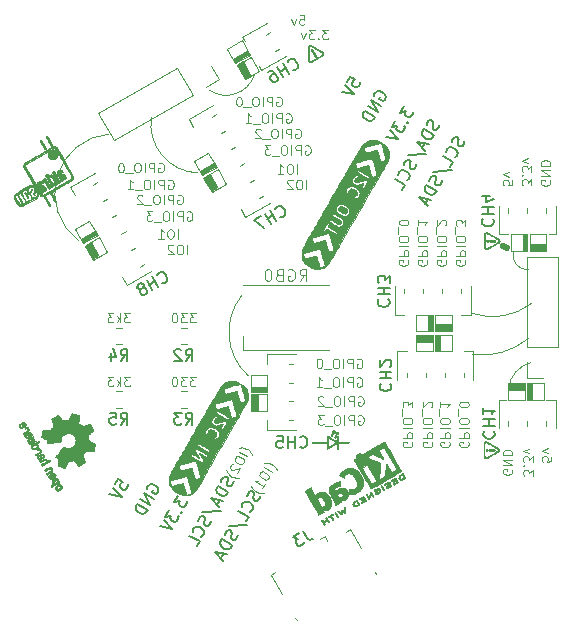
<source format=gbr>
G04 #@! TF.GenerationSoftware,KiCad,Pcbnew,5.1.9-73d0e3b20d~88~ubuntu20.10.1*
G04 #@! TF.CreationDate,2021-03-27T00:21:14+01:00*
G04 #@! TF.ProjectId,esp8266_01,65737038-3236-4365-9f30-312e6b696361,rev?*
G04 #@! TF.SameCoordinates,Original*
G04 #@! TF.FileFunction,Legend,Bot*
G04 #@! TF.FilePolarity,Positive*
%FSLAX46Y46*%
G04 Gerber Fmt 4.6, Leading zero omitted, Abs format (unit mm)*
G04 Created by KiCad (PCBNEW 5.1.9-73d0e3b20d~88~ubuntu20.10.1) date 2021-03-27 00:21:14*
%MOMM*%
%LPD*%
G01*
G04 APERTURE LIST*
%ADD10C,0.100000*%
%ADD11C,0.120000*%
%ADD12C,0.010000*%
%ADD13C,0.150000*%
G04 APERTURE END LIST*
D10*
X204128571Y-75061904D02*
X203633333Y-75061904D01*
X203900000Y-75366666D01*
X203785714Y-75366666D01*
X203709523Y-75404761D01*
X203671428Y-75442857D01*
X203633333Y-75519047D01*
X203633333Y-75709523D01*
X203671428Y-75785714D01*
X203709523Y-75823809D01*
X203785714Y-75861904D01*
X204014285Y-75861904D01*
X204090476Y-75823809D01*
X204128571Y-75785714D01*
X203366666Y-75061904D02*
X202871428Y-75061904D01*
X203138095Y-75366666D01*
X203023809Y-75366666D01*
X202947619Y-75404761D01*
X202909523Y-75442857D01*
X202871428Y-75519047D01*
X202871428Y-75709523D01*
X202909523Y-75785714D01*
X202947619Y-75823809D01*
X203023809Y-75861904D01*
X203252380Y-75861904D01*
X203328571Y-75823809D01*
X203366666Y-75785714D01*
X202376190Y-75061904D02*
X202300000Y-75061904D01*
X202223809Y-75100000D01*
X202185714Y-75138095D01*
X202147619Y-75214285D01*
X202109523Y-75366666D01*
X202109523Y-75557142D01*
X202147619Y-75709523D01*
X202185714Y-75785714D01*
X202223809Y-75823809D01*
X202300000Y-75861904D01*
X202376190Y-75861904D01*
X202452380Y-75823809D01*
X202490476Y-75785714D01*
X202528571Y-75709523D01*
X202566666Y-75557142D01*
X202566666Y-75366666D01*
X202528571Y-75214285D01*
X202490476Y-75138095D01*
X202452380Y-75100000D01*
X202376190Y-75061904D01*
X198571428Y-75061904D02*
X198076190Y-75061904D01*
X198342857Y-75366666D01*
X198228571Y-75366666D01*
X198152380Y-75404761D01*
X198114285Y-75442857D01*
X198076190Y-75519047D01*
X198076190Y-75709523D01*
X198114285Y-75785714D01*
X198152380Y-75823809D01*
X198228571Y-75861904D01*
X198457142Y-75861904D01*
X198533333Y-75823809D01*
X198571428Y-75785714D01*
X197733333Y-75861904D02*
X197733333Y-75061904D01*
X197657142Y-75557142D02*
X197428571Y-75861904D01*
X197428571Y-75328571D02*
X197733333Y-75633333D01*
X197161904Y-75061904D02*
X196666666Y-75061904D01*
X196933333Y-75366666D01*
X196819047Y-75366666D01*
X196742857Y-75404761D01*
X196704761Y-75442857D01*
X196666666Y-75519047D01*
X196666666Y-75709523D01*
X196704761Y-75785714D01*
X196742857Y-75823809D01*
X196819047Y-75861904D01*
X197047619Y-75861904D01*
X197123809Y-75823809D01*
X197161904Y-75785714D01*
X198571428Y-69661904D02*
X198076190Y-69661904D01*
X198342857Y-69966666D01*
X198228571Y-69966666D01*
X198152380Y-70004761D01*
X198114285Y-70042857D01*
X198076190Y-70119047D01*
X198076190Y-70309523D01*
X198114285Y-70385714D01*
X198152380Y-70423809D01*
X198228571Y-70461904D01*
X198457142Y-70461904D01*
X198533333Y-70423809D01*
X198571428Y-70385714D01*
X197733333Y-70461904D02*
X197733333Y-69661904D01*
X197657142Y-70157142D02*
X197428571Y-70461904D01*
X197428571Y-69928571D02*
X197733333Y-70233333D01*
X197161904Y-69661904D02*
X196666666Y-69661904D01*
X196933333Y-69966666D01*
X196819047Y-69966666D01*
X196742857Y-70004761D01*
X196704761Y-70042857D01*
X196666666Y-70119047D01*
X196666666Y-70309523D01*
X196704761Y-70385714D01*
X196742857Y-70423809D01*
X196819047Y-70461904D01*
X197047619Y-70461904D01*
X197123809Y-70423809D01*
X197161904Y-70385714D01*
X204128571Y-69661904D02*
X203633333Y-69661904D01*
X203900000Y-69966666D01*
X203785714Y-69966666D01*
X203709523Y-70004761D01*
X203671428Y-70042857D01*
X203633333Y-70119047D01*
X203633333Y-70309523D01*
X203671428Y-70385714D01*
X203709523Y-70423809D01*
X203785714Y-70461904D01*
X204014285Y-70461904D01*
X204090476Y-70423809D01*
X204128571Y-70385714D01*
X203366666Y-69661904D02*
X202871428Y-69661904D01*
X203138095Y-69966666D01*
X203023809Y-69966666D01*
X202947619Y-70004761D01*
X202909523Y-70042857D01*
X202871428Y-70119047D01*
X202871428Y-70309523D01*
X202909523Y-70385714D01*
X202947619Y-70423809D01*
X203023809Y-70461904D01*
X203252380Y-70461904D01*
X203328571Y-70423809D01*
X203366666Y-70385714D01*
X202376190Y-69661904D02*
X202300000Y-69661904D01*
X202223809Y-69700000D01*
X202185714Y-69738095D01*
X202147619Y-69814285D01*
X202109523Y-69966666D01*
X202109523Y-70157142D01*
X202147619Y-70309523D01*
X202185714Y-70385714D01*
X202223809Y-70423809D01*
X202300000Y-70461904D01*
X202376190Y-70461904D01*
X202452380Y-70423809D01*
X202490476Y-70385714D01*
X202528571Y-70309523D01*
X202566666Y-70157142D01*
X202566666Y-69966666D01*
X202528571Y-69814285D01*
X202490476Y-69738095D01*
X202452380Y-69700000D01*
X202376190Y-69661904D01*
X212916666Y-66952380D02*
X213250000Y-66476190D01*
X213488095Y-66952380D02*
X213488095Y-65952380D01*
X213107142Y-65952380D01*
X213011904Y-66000000D01*
X212964285Y-66047619D01*
X212916666Y-66142857D01*
X212916666Y-66285714D01*
X212964285Y-66380952D01*
X213011904Y-66428571D01*
X213107142Y-66476190D01*
X213488095Y-66476190D01*
X211964285Y-66000000D02*
X212059523Y-65952380D01*
X212202380Y-65952380D01*
X212345238Y-66000000D01*
X212440476Y-66095238D01*
X212488095Y-66190476D01*
X212535714Y-66380952D01*
X212535714Y-66523809D01*
X212488095Y-66714285D01*
X212440476Y-66809523D01*
X212345238Y-66904761D01*
X212202380Y-66952380D01*
X212107142Y-66952380D01*
X211964285Y-66904761D01*
X211916666Y-66857142D01*
X211916666Y-66523809D01*
X212107142Y-66523809D01*
X211154761Y-66428571D02*
X211011904Y-66476190D01*
X210964285Y-66523809D01*
X210916666Y-66619047D01*
X210916666Y-66761904D01*
X210964285Y-66857142D01*
X211011904Y-66904761D01*
X211107142Y-66952380D01*
X211488095Y-66952380D01*
X211488095Y-65952380D01*
X211154761Y-65952380D01*
X211059523Y-66000000D01*
X211011904Y-66047619D01*
X210964285Y-66142857D01*
X210964285Y-66238095D01*
X211011904Y-66333333D01*
X211059523Y-66380952D01*
X211154761Y-66428571D01*
X211488095Y-66428571D01*
X210297619Y-65952380D02*
X210202380Y-65952380D01*
X210107142Y-66000000D01*
X210059523Y-66047619D01*
X210011904Y-66142857D01*
X209964285Y-66333333D01*
X209964285Y-66571428D01*
X210011904Y-66761904D01*
X210059523Y-66857142D01*
X210107142Y-66904761D01*
X210202380Y-66952380D01*
X210297619Y-66952380D01*
X210392857Y-66904761D01*
X210440476Y-66857142D01*
X210488095Y-66761904D01*
X210535714Y-66571428D01*
X210535714Y-66333333D01*
X210488095Y-66142857D01*
X210440476Y-66047619D01*
X210392857Y-66000000D01*
X210297619Y-65952380D01*
D11*
X232300000Y-66000000D02*
G75*
G02*
X231006009Y-64527844I-93991J1222156D01*
G01*
X230611796Y-76001529D02*
G75*
G02*
X232500000Y-73850000I2545931J-330017D01*
G01*
X232284377Y-71830479D02*
G75*
G02*
X227540981Y-73189693I-3997846J4995341D01*
G01*
X232547007Y-68846145D02*
G75*
G02*
X227550000Y-69700000I-3297007J4246145D01*
G01*
D10*
X224100000Y-80585714D02*
X224138095Y-80661904D01*
X224138095Y-80776190D01*
X224100000Y-80890476D01*
X224023809Y-80966666D01*
X223947619Y-81004761D01*
X223795238Y-81042857D01*
X223680952Y-81042857D01*
X223528571Y-81004761D01*
X223452380Y-80966666D01*
X223376190Y-80890476D01*
X223338095Y-80776190D01*
X223338095Y-80700000D01*
X223376190Y-80585714D01*
X223414285Y-80547619D01*
X223680952Y-80547619D01*
X223680952Y-80700000D01*
X223338095Y-80204761D02*
X224138095Y-80204761D01*
X224138095Y-79900000D01*
X224100000Y-79823809D01*
X224061904Y-79785714D01*
X223985714Y-79747619D01*
X223871428Y-79747619D01*
X223795238Y-79785714D01*
X223757142Y-79823809D01*
X223719047Y-79900000D01*
X223719047Y-80204761D01*
X223338095Y-79404761D02*
X224138095Y-79404761D01*
X224138095Y-78871428D02*
X224138095Y-78719047D01*
X224100000Y-78642857D01*
X224023809Y-78566666D01*
X223871428Y-78528571D01*
X223604761Y-78528571D01*
X223452380Y-78566666D01*
X223376190Y-78642857D01*
X223338095Y-78719047D01*
X223338095Y-78871428D01*
X223376190Y-78947619D01*
X223452380Y-79023809D01*
X223604761Y-79061904D01*
X223871428Y-79061904D01*
X224023809Y-79023809D01*
X224100000Y-78947619D01*
X224138095Y-78871428D01*
X223261904Y-78376190D02*
X223261904Y-77766666D01*
X224061904Y-77614285D02*
X224100000Y-77576190D01*
X224138095Y-77500000D01*
X224138095Y-77309523D01*
X224100000Y-77233333D01*
X224061904Y-77195238D01*
X223985714Y-77157142D01*
X223909523Y-77157142D01*
X223795238Y-77195238D01*
X223338095Y-77652380D01*
X223338095Y-77157142D01*
X225600000Y-80585714D02*
X225638095Y-80661904D01*
X225638095Y-80776190D01*
X225600000Y-80890476D01*
X225523809Y-80966666D01*
X225447619Y-81004761D01*
X225295238Y-81042857D01*
X225180952Y-81042857D01*
X225028571Y-81004761D01*
X224952380Y-80966666D01*
X224876190Y-80890476D01*
X224838095Y-80776190D01*
X224838095Y-80700000D01*
X224876190Y-80585714D01*
X224914285Y-80547619D01*
X225180952Y-80547619D01*
X225180952Y-80700000D01*
X224838095Y-80204761D02*
X225638095Y-80204761D01*
X225638095Y-79900000D01*
X225600000Y-79823809D01*
X225561904Y-79785714D01*
X225485714Y-79747619D01*
X225371428Y-79747619D01*
X225295238Y-79785714D01*
X225257142Y-79823809D01*
X225219047Y-79900000D01*
X225219047Y-80204761D01*
X224838095Y-79404761D02*
X225638095Y-79404761D01*
X225638095Y-78871428D02*
X225638095Y-78719047D01*
X225600000Y-78642857D01*
X225523809Y-78566666D01*
X225371428Y-78528571D01*
X225104761Y-78528571D01*
X224952380Y-78566666D01*
X224876190Y-78642857D01*
X224838095Y-78719047D01*
X224838095Y-78871428D01*
X224876190Y-78947619D01*
X224952380Y-79023809D01*
X225104761Y-79061904D01*
X225371428Y-79061904D01*
X225523809Y-79023809D01*
X225600000Y-78947619D01*
X225638095Y-78871428D01*
X224761904Y-78376190D02*
X224761904Y-77766666D01*
X224838095Y-77157142D02*
X224838095Y-77614285D01*
X224838095Y-77385714D02*
X225638095Y-77385714D01*
X225523809Y-77461904D01*
X225447619Y-77538095D01*
X225409523Y-77614285D01*
X227200000Y-80585714D02*
X227238095Y-80661904D01*
X227238095Y-80776190D01*
X227200000Y-80890476D01*
X227123809Y-80966666D01*
X227047619Y-81004761D01*
X226895238Y-81042857D01*
X226780952Y-81042857D01*
X226628571Y-81004761D01*
X226552380Y-80966666D01*
X226476190Y-80890476D01*
X226438095Y-80776190D01*
X226438095Y-80700000D01*
X226476190Y-80585714D01*
X226514285Y-80547619D01*
X226780952Y-80547619D01*
X226780952Y-80700000D01*
X226438095Y-80204761D02*
X227238095Y-80204761D01*
X227238095Y-79900000D01*
X227200000Y-79823809D01*
X227161904Y-79785714D01*
X227085714Y-79747619D01*
X226971428Y-79747619D01*
X226895238Y-79785714D01*
X226857142Y-79823809D01*
X226819047Y-79900000D01*
X226819047Y-80204761D01*
X226438095Y-79404761D02*
X227238095Y-79404761D01*
X227238095Y-78871428D02*
X227238095Y-78719047D01*
X227200000Y-78642857D01*
X227123809Y-78566666D01*
X226971428Y-78528571D01*
X226704761Y-78528571D01*
X226552380Y-78566666D01*
X226476190Y-78642857D01*
X226438095Y-78719047D01*
X226438095Y-78871428D01*
X226476190Y-78947619D01*
X226552380Y-79023809D01*
X226704761Y-79061904D01*
X226971428Y-79061904D01*
X227123809Y-79023809D01*
X227200000Y-78947619D01*
X227238095Y-78871428D01*
X226361904Y-78376190D02*
X226361904Y-77766666D01*
X227238095Y-77423809D02*
X227238095Y-77347619D01*
X227200000Y-77271428D01*
X227161904Y-77233333D01*
X227085714Y-77195238D01*
X226933333Y-77157142D01*
X226742857Y-77157142D01*
X226590476Y-77195238D01*
X226514285Y-77233333D01*
X226476190Y-77271428D01*
X226438095Y-77347619D01*
X226438095Y-77423809D01*
X226476190Y-77500000D01*
X226514285Y-77538095D01*
X226590476Y-77576190D01*
X226742857Y-77614285D01*
X226933333Y-77614285D01*
X227085714Y-77576190D01*
X227161904Y-77538095D01*
X227200000Y-77500000D01*
X227238095Y-77423809D01*
X222400000Y-80585714D02*
X222438095Y-80661904D01*
X222438095Y-80776190D01*
X222400000Y-80890476D01*
X222323809Y-80966666D01*
X222247619Y-81004761D01*
X222095238Y-81042857D01*
X221980952Y-81042857D01*
X221828571Y-81004761D01*
X221752380Y-80966666D01*
X221676190Y-80890476D01*
X221638095Y-80776190D01*
X221638095Y-80700000D01*
X221676190Y-80585714D01*
X221714285Y-80547619D01*
X221980952Y-80547619D01*
X221980952Y-80700000D01*
X221638095Y-80204761D02*
X222438095Y-80204761D01*
X222438095Y-79900000D01*
X222400000Y-79823809D01*
X222361904Y-79785714D01*
X222285714Y-79747619D01*
X222171428Y-79747619D01*
X222095238Y-79785714D01*
X222057142Y-79823809D01*
X222019047Y-79900000D01*
X222019047Y-80204761D01*
X221638095Y-79404761D02*
X222438095Y-79404761D01*
X222438095Y-78871428D02*
X222438095Y-78719047D01*
X222400000Y-78642857D01*
X222323809Y-78566666D01*
X222171428Y-78528571D01*
X221904761Y-78528571D01*
X221752380Y-78566666D01*
X221676190Y-78642857D01*
X221638095Y-78719047D01*
X221638095Y-78871428D01*
X221676190Y-78947619D01*
X221752380Y-79023809D01*
X221904761Y-79061904D01*
X222171428Y-79061904D01*
X222323809Y-79023809D01*
X222400000Y-78947619D01*
X222438095Y-78871428D01*
X221561904Y-78376190D02*
X221561904Y-77766666D01*
X222438095Y-77652380D02*
X222438095Y-77157142D01*
X222133333Y-77423809D01*
X222133333Y-77309523D01*
X222095238Y-77233333D01*
X222057142Y-77195238D01*
X221980952Y-77157142D01*
X221790476Y-77157142D01*
X221714285Y-77195238D01*
X221676190Y-77233333D01*
X221638095Y-77309523D01*
X221638095Y-77538095D01*
X221676190Y-77614285D01*
X221714285Y-77652380D01*
X222100000Y-65185714D02*
X222138095Y-65261904D01*
X222138095Y-65376190D01*
X222100000Y-65490476D01*
X222023809Y-65566666D01*
X221947619Y-65604761D01*
X221795238Y-65642857D01*
X221680952Y-65642857D01*
X221528571Y-65604761D01*
X221452380Y-65566666D01*
X221376190Y-65490476D01*
X221338095Y-65376190D01*
X221338095Y-65300000D01*
X221376190Y-65185714D01*
X221414285Y-65147619D01*
X221680952Y-65147619D01*
X221680952Y-65300000D01*
X221338095Y-64804761D02*
X222138095Y-64804761D01*
X222138095Y-64500000D01*
X222100000Y-64423809D01*
X222061904Y-64385714D01*
X221985714Y-64347619D01*
X221871428Y-64347619D01*
X221795238Y-64385714D01*
X221757142Y-64423809D01*
X221719047Y-64500000D01*
X221719047Y-64804761D01*
X221338095Y-64004761D02*
X222138095Y-64004761D01*
X222138095Y-63471428D02*
X222138095Y-63319047D01*
X222100000Y-63242857D01*
X222023809Y-63166666D01*
X221871428Y-63128571D01*
X221604761Y-63128571D01*
X221452380Y-63166666D01*
X221376190Y-63242857D01*
X221338095Y-63319047D01*
X221338095Y-63471428D01*
X221376190Y-63547619D01*
X221452380Y-63623809D01*
X221604761Y-63661904D01*
X221871428Y-63661904D01*
X222023809Y-63623809D01*
X222100000Y-63547619D01*
X222138095Y-63471428D01*
X221261904Y-62976190D02*
X221261904Y-62366666D01*
X222138095Y-62023809D02*
X222138095Y-61947619D01*
X222100000Y-61871428D01*
X222061904Y-61833333D01*
X221985714Y-61795238D01*
X221833333Y-61757142D01*
X221642857Y-61757142D01*
X221490476Y-61795238D01*
X221414285Y-61833333D01*
X221376190Y-61871428D01*
X221338095Y-61947619D01*
X221338095Y-62023809D01*
X221376190Y-62100000D01*
X221414285Y-62138095D01*
X221490476Y-62176190D01*
X221642857Y-62214285D01*
X221833333Y-62214285D01*
X221985714Y-62176190D01*
X222061904Y-62138095D01*
X222100000Y-62100000D01*
X222138095Y-62023809D01*
X223700000Y-65185714D02*
X223738095Y-65261904D01*
X223738095Y-65376190D01*
X223700000Y-65490476D01*
X223623809Y-65566666D01*
X223547619Y-65604761D01*
X223395238Y-65642857D01*
X223280952Y-65642857D01*
X223128571Y-65604761D01*
X223052380Y-65566666D01*
X222976190Y-65490476D01*
X222938095Y-65376190D01*
X222938095Y-65300000D01*
X222976190Y-65185714D01*
X223014285Y-65147619D01*
X223280952Y-65147619D01*
X223280952Y-65300000D01*
X222938095Y-64804761D02*
X223738095Y-64804761D01*
X223738095Y-64500000D01*
X223700000Y-64423809D01*
X223661904Y-64385714D01*
X223585714Y-64347619D01*
X223471428Y-64347619D01*
X223395238Y-64385714D01*
X223357142Y-64423809D01*
X223319047Y-64500000D01*
X223319047Y-64804761D01*
X222938095Y-64004761D02*
X223738095Y-64004761D01*
X223738095Y-63471428D02*
X223738095Y-63319047D01*
X223700000Y-63242857D01*
X223623809Y-63166666D01*
X223471428Y-63128571D01*
X223204761Y-63128571D01*
X223052380Y-63166666D01*
X222976190Y-63242857D01*
X222938095Y-63319047D01*
X222938095Y-63471428D01*
X222976190Y-63547619D01*
X223052380Y-63623809D01*
X223204761Y-63661904D01*
X223471428Y-63661904D01*
X223623809Y-63623809D01*
X223700000Y-63547619D01*
X223738095Y-63471428D01*
X222861904Y-62976190D02*
X222861904Y-62366666D01*
X222938095Y-61757142D02*
X222938095Y-62214285D01*
X222938095Y-61985714D02*
X223738095Y-61985714D01*
X223623809Y-62061904D01*
X223547619Y-62138095D01*
X223509523Y-62214285D01*
X225300000Y-65185714D02*
X225338095Y-65261904D01*
X225338095Y-65376190D01*
X225300000Y-65490476D01*
X225223809Y-65566666D01*
X225147619Y-65604761D01*
X224995238Y-65642857D01*
X224880952Y-65642857D01*
X224728571Y-65604761D01*
X224652380Y-65566666D01*
X224576190Y-65490476D01*
X224538095Y-65376190D01*
X224538095Y-65300000D01*
X224576190Y-65185714D01*
X224614285Y-65147619D01*
X224880952Y-65147619D01*
X224880952Y-65300000D01*
X224538095Y-64804761D02*
X225338095Y-64804761D01*
X225338095Y-64500000D01*
X225300000Y-64423809D01*
X225261904Y-64385714D01*
X225185714Y-64347619D01*
X225071428Y-64347619D01*
X224995238Y-64385714D01*
X224957142Y-64423809D01*
X224919047Y-64500000D01*
X224919047Y-64804761D01*
X224538095Y-64004761D02*
X225338095Y-64004761D01*
X225338095Y-63471428D02*
X225338095Y-63319047D01*
X225300000Y-63242857D01*
X225223809Y-63166666D01*
X225071428Y-63128571D01*
X224804761Y-63128571D01*
X224652380Y-63166666D01*
X224576190Y-63242857D01*
X224538095Y-63319047D01*
X224538095Y-63471428D01*
X224576190Y-63547619D01*
X224652380Y-63623809D01*
X224804761Y-63661904D01*
X225071428Y-63661904D01*
X225223809Y-63623809D01*
X225300000Y-63547619D01*
X225338095Y-63471428D01*
X224461904Y-62976190D02*
X224461904Y-62366666D01*
X225261904Y-62214285D02*
X225300000Y-62176190D01*
X225338095Y-62100000D01*
X225338095Y-61909523D01*
X225300000Y-61833333D01*
X225261904Y-61795238D01*
X225185714Y-61757142D01*
X225109523Y-61757142D01*
X224995238Y-61795238D01*
X224538095Y-62252380D01*
X224538095Y-61757142D01*
X226900000Y-65185714D02*
X226938095Y-65261904D01*
X226938095Y-65376190D01*
X226900000Y-65490476D01*
X226823809Y-65566666D01*
X226747619Y-65604761D01*
X226595238Y-65642857D01*
X226480952Y-65642857D01*
X226328571Y-65604761D01*
X226252380Y-65566666D01*
X226176190Y-65490476D01*
X226138095Y-65376190D01*
X226138095Y-65300000D01*
X226176190Y-65185714D01*
X226214285Y-65147619D01*
X226480952Y-65147619D01*
X226480952Y-65300000D01*
X226138095Y-64804761D02*
X226938095Y-64804761D01*
X226938095Y-64500000D01*
X226900000Y-64423809D01*
X226861904Y-64385714D01*
X226785714Y-64347619D01*
X226671428Y-64347619D01*
X226595238Y-64385714D01*
X226557142Y-64423809D01*
X226519047Y-64500000D01*
X226519047Y-64804761D01*
X226138095Y-64004761D02*
X226938095Y-64004761D01*
X226938095Y-63471428D02*
X226938095Y-63319047D01*
X226900000Y-63242857D01*
X226823809Y-63166666D01*
X226671428Y-63128571D01*
X226404761Y-63128571D01*
X226252380Y-63166666D01*
X226176190Y-63242857D01*
X226138095Y-63319047D01*
X226138095Y-63471428D01*
X226176190Y-63547619D01*
X226252380Y-63623809D01*
X226404761Y-63661904D01*
X226671428Y-63661904D01*
X226823809Y-63623809D01*
X226900000Y-63547619D01*
X226938095Y-63471428D01*
X226061904Y-62976190D02*
X226061904Y-62366666D01*
X226938095Y-62252380D02*
X226938095Y-61757142D01*
X226633333Y-62023809D01*
X226633333Y-61909523D01*
X226595238Y-61833333D01*
X226557142Y-61795238D01*
X226480952Y-61757142D01*
X226290476Y-61757142D01*
X226214285Y-61795238D01*
X226176190Y-61833333D01*
X226138095Y-61909523D01*
X226138095Y-62138095D01*
X226176190Y-62214285D01*
X226214285Y-62252380D01*
X232638095Y-83442857D02*
X232638095Y-82947619D01*
X232333333Y-83214285D01*
X232333333Y-83100000D01*
X232295238Y-83023809D01*
X232257142Y-82985714D01*
X232180952Y-82947619D01*
X231990476Y-82947619D01*
X231914285Y-82985714D01*
X231876190Y-83023809D01*
X231838095Y-83100000D01*
X231838095Y-83328571D01*
X231876190Y-83404761D01*
X231914285Y-83442857D01*
X231914285Y-82604761D02*
X231876190Y-82566666D01*
X231838095Y-82604761D01*
X231876190Y-82642857D01*
X231914285Y-82604761D01*
X231838095Y-82604761D01*
X232638095Y-82300000D02*
X232638095Y-81804761D01*
X232333333Y-82071428D01*
X232333333Y-81957142D01*
X232295238Y-81880952D01*
X232257142Y-81842857D01*
X232180952Y-81804761D01*
X231990476Y-81804761D01*
X231914285Y-81842857D01*
X231876190Y-81880952D01*
X231838095Y-81957142D01*
X231838095Y-82185714D01*
X231876190Y-82261904D01*
X231914285Y-82300000D01*
X232371428Y-81538095D02*
X231838095Y-81347619D01*
X232371428Y-81157142D01*
X230900000Y-82909523D02*
X230938095Y-82985714D01*
X230938095Y-83100000D01*
X230900000Y-83214285D01*
X230823809Y-83290476D01*
X230747619Y-83328571D01*
X230595238Y-83366666D01*
X230480952Y-83366666D01*
X230328571Y-83328571D01*
X230252380Y-83290476D01*
X230176190Y-83214285D01*
X230138095Y-83100000D01*
X230138095Y-83023809D01*
X230176190Y-82909523D01*
X230214285Y-82871428D01*
X230480952Y-82871428D01*
X230480952Y-83023809D01*
X230138095Y-82528571D02*
X230938095Y-82528571D01*
X230138095Y-82071428D01*
X230938095Y-82071428D01*
X230138095Y-81690476D02*
X230938095Y-81690476D01*
X230938095Y-81500000D01*
X230900000Y-81385714D01*
X230823809Y-81309523D01*
X230747619Y-81271428D01*
X230595238Y-81233333D01*
X230480952Y-81233333D01*
X230328571Y-81271428D01*
X230252380Y-81309523D01*
X230176190Y-81385714D01*
X230138095Y-81500000D01*
X230138095Y-81690476D01*
X234238095Y-81814285D02*
X234238095Y-82195238D01*
X233857142Y-82233333D01*
X233895238Y-82195238D01*
X233933333Y-82119047D01*
X233933333Y-81928571D01*
X233895238Y-81852380D01*
X233857142Y-81814285D01*
X233780952Y-81776190D01*
X233590476Y-81776190D01*
X233514285Y-81814285D01*
X233476190Y-81852380D01*
X233438095Y-81928571D01*
X233438095Y-82119047D01*
X233476190Y-82195238D01*
X233514285Y-82233333D01*
X233971428Y-81509523D02*
X233438095Y-81319047D01*
X233971428Y-81128571D01*
X234100000Y-58409523D02*
X234138095Y-58485714D01*
X234138095Y-58600000D01*
X234100000Y-58714285D01*
X234023809Y-58790476D01*
X233947619Y-58828571D01*
X233795238Y-58866666D01*
X233680952Y-58866666D01*
X233528571Y-58828571D01*
X233452380Y-58790476D01*
X233376190Y-58714285D01*
X233338095Y-58600000D01*
X233338095Y-58523809D01*
X233376190Y-58409523D01*
X233414285Y-58371428D01*
X233680952Y-58371428D01*
X233680952Y-58523809D01*
X233338095Y-58028571D02*
X234138095Y-58028571D01*
X233338095Y-57571428D01*
X234138095Y-57571428D01*
X233338095Y-57190476D02*
X234138095Y-57190476D01*
X234138095Y-57000000D01*
X234100000Y-56885714D01*
X234023809Y-56809523D01*
X233947619Y-56771428D01*
X233795238Y-56733333D01*
X233680952Y-56733333D01*
X233528571Y-56771428D01*
X233452380Y-56809523D01*
X233376190Y-56885714D01*
X233338095Y-57000000D01*
X233338095Y-57190476D01*
X232538095Y-58842857D02*
X232538095Y-58347619D01*
X232233333Y-58614285D01*
X232233333Y-58500000D01*
X232195238Y-58423809D01*
X232157142Y-58385714D01*
X232080952Y-58347619D01*
X231890476Y-58347619D01*
X231814285Y-58385714D01*
X231776190Y-58423809D01*
X231738095Y-58500000D01*
X231738095Y-58728571D01*
X231776190Y-58804761D01*
X231814285Y-58842857D01*
X231814285Y-58004761D02*
X231776190Y-57966666D01*
X231738095Y-58004761D01*
X231776190Y-58042857D01*
X231814285Y-58004761D01*
X231738095Y-58004761D01*
X232538095Y-57700000D02*
X232538095Y-57204761D01*
X232233333Y-57471428D01*
X232233333Y-57357142D01*
X232195238Y-57280952D01*
X232157142Y-57242857D01*
X232080952Y-57204761D01*
X231890476Y-57204761D01*
X231814285Y-57242857D01*
X231776190Y-57280952D01*
X231738095Y-57357142D01*
X231738095Y-57585714D01*
X231776190Y-57661904D01*
X231814285Y-57700000D01*
X232271428Y-56938095D02*
X231738095Y-56747619D01*
X232271428Y-56557142D01*
X230938095Y-58414285D02*
X230938095Y-58795238D01*
X230557142Y-58833333D01*
X230595238Y-58795238D01*
X230633333Y-58719047D01*
X230633333Y-58528571D01*
X230595238Y-58452380D01*
X230557142Y-58414285D01*
X230480952Y-58376190D01*
X230290476Y-58376190D01*
X230214285Y-58414285D01*
X230176190Y-58452380D01*
X230138095Y-58528571D01*
X230138095Y-58719047D01*
X230176190Y-58795238D01*
X230214285Y-58833333D01*
X230671428Y-58109523D02*
X230138095Y-57919047D01*
X230671428Y-57728571D01*
D11*
X208550000Y-74950000D02*
G75*
G02*
X208016438Y-68177524I3366437J3672477D01*
G01*
X209094368Y-49498122D02*
G75*
G02*
X205300001Y-50799999I-2394368J798122D01*
G01*
X204300000Y-57800000D02*
G75*
G02*
X200365614Y-53059643I165613J4140358D01*
G01*
X194249746Y-63556598D02*
G75*
G02*
X196800001Y-54500001I2950254J4056598D01*
G01*
D10*
X217885714Y-78350000D02*
X217961904Y-78311904D01*
X218076190Y-78311904D01*
X218190476Y-78350000D01*
X218266666Y-78426190D01*
X218304761Y-78502380D01*
X218342857Y-78654761D01*
X218342857Y-78769047D01*
X218304761Y-78921428D01*
X218266666Y-78997619D01*
X218190476Y-79073809D01*
X218076190Y-79111904D01*
X218000000Y-79111904D01*
X217885714Y-79073809D01*
X217847619Y-79035714D01*
X217847619Y-78769047D01*
X218000000Y-78769047D01*
X217504761Y-79111904D02*
X217504761Y-78311904D01*
X217200000Y-78311904D01*
X217123809Y-78350000D01*
X217085714Y-78388095D01*
X217047619Y-78464285D01*
X217047619Y-78578571D01*
X217085714Y-78654761D01*
X217123809Y-78692857D01*
X217200000Y-78730952D01*
X217504761Y-78730952D01*
X216704761Y-79111904D02*
X216704761Y-78311904D01*
X216171428Y-78311904D02*
X216019047Y-78311904D01*
X215942857Y-78350000D01*
X215866666Y-78426190D01*
X215828571Y-78578571D01*
X215828571Y-78845238D01*
X215866666Y-78997619D01*
X215942857Y-79073809D01*
X216019047Y-79111904D01*
X216171428Y-79111904D01*
X216247619Y-79073809D01*
X216323809Y-78997619D01*
X216361904Y-78845238D01*
X216361904Y-78578571D01*
X216323809Y-78426190D01*
X216247619Y-78350000D01*
X216171428Y-78311904D01*
X215676190Y-79188095D02*
X215066666Y-79188095D01*
X214952380Y-78311904D02*
X214457142Y-78311904D01*
X214723809Y-78616666D01*
X214609523Y-78616666D01*
X214533333Y-78654761D01*
X214495238Y-78692857D01*
X214457142Y-78769047D01*
X214457142Y-78959523D01*
X214495238Y-79035714D01*
X214533333Y-79073809D01*
X214609523Y-79111904D01*
X214838095Y-79111904D01*
X214914285Y-79073809D01*
X214952380Y-79035714D01*
X217885714Y-76750000D02*
X217961904Y-76711904D01*
X218076190Y-76711904D01*
X218190476Y-76750000D01*
X218266666Y-76826190D01*
X218304761Y-76902380D01*
X218342857Y-77054761D01*
X218342857Y-77169047D01*
X218304761Y-77321428D01*
X218266666Y-77397619D01*
X218190476Y-77473809D01*
X218076190Y-77511904D01*
X218000000Y-77511904D01*
X217885714Y-77473809D01*
X217847619Y-77435714D01*
X217847619Y-77169047D01*
X218000000Y-77169047D01*
X217504761Y-77511904D02*
X217504761Y-76711904D01*
X217200000Y-76711904D01*
X217123809Y-76750000D01*
X217085714Y-76788095D01*
X217047619Y-76864285D01*
X217047619Y-76978571D01*
X217085714Y-77054761D01*
X217123809Y-77092857D01*
X217200000Y-77130952D01*
X217504761Y-77130952D01*
X216704761Y-77511904D02*
X216704761Y-76711904D01*
X216171428Y-76711904D02*
X216019047Y-76711904D01*
X215942857Y-76750000D01*
X215866666Y-76826190D01*
X215828571Y-76978571D01*
X215828571Y-77245238D01*
X215866666Y-77397619D01*
X215942857Y-77473809D01*
X216019047Y-77511904D01*
X216171428Y-77511904D01*
X216247619Y-77473809D01*
X216323809Y-77397619D01*
X216361904Y-77245238D01*
X216361904Y-76978571D01*
X216323809Y-76826190D01*
X216247619Y-76750000D01*
X216171428Y-76711904D01*
X215676190Y-77588095D02*
X215066666Y-77588095D01*
X214914285Y-76788095D02*
X214876190Y-76750000D01*
X214800000Y-76711904D01*
X214609523Y-76711904D01*
X214533333Y-76750000D01*
X214495238Y-76788095D01*
X214457142Y-76864285D01*
X214457142Y-76940476D01*
X214495238Y-77054761D01*
X214952380Y-77511904D01*
X214457142Y-77511904D01*
X217785714Y-75150000D02*
X217861904Y-75111904D01*
X217976190Y-75111904D01*
X218090476Y-75150000D01*
X218166666Y-75226190D01*
X218204761Y-75302380D01*
X218242857Y-75454761D01*
X218242857Y-75569047D01*
X218204761Y-75721428D01*
X218166666Y-75797619D01*
X218090476Y-75873809D01*
X217976190Y-75911904D01*
X217900000Y-75911904D01*
X217785714Y-75873809D01*
X217747619Y-75835714D01*
X217747619Y-75569047D01*
X217900000Y-75569047D01*
X217404761Y-75911904D02*
X217404761Y-75111904D01*
X217100000Y-75111904D01*
X217023809Y-75150000D01*
X216985714Y-75188095D01*
X216947619Y-75264285D01*
X216947619Y-75378571D01*
X216985714Y-75454761D01*
X217023809Y-75492857D01*
X217100000Y-75530952D01*
X217404761Y-75530952D01*
X216604761Y-75911904D02*
X216604761Y-75111904D01*
X216071428Y-75111904D02*
X215919047Y-75111904D01*
X215842857Y-75150000D01*
X215766666Y-75226190D01*
X215728571Y-75378571D01*
X215728571Y-75645238D01*
X215766666Y-75797619D01*
X215842857Y-75873809D01*
X215919047Y-75911904D01*
X216071428Y-75911904D01*
X216147619Y-75873809D01*
X216223809Y-75797619D01*
X216261904Y-75645238D01*
X216261904Y-75378571D01*
X216223809Y-75226190D01*
X216147619Y-75150000D01*
X216071428Y-75111904D01*
X215576190Y-75988095D02*
X214966666Y-75988095D01*
X214357142Y-75911904D02*
X214814285Y-75911904D01*
X214585714Y-75911904D02*
X214585714Y-75111904D01*
X214661904Y-75226190D01*
X214738095Y-75302380D01*
X214814285Y-75340476D01*
X217785714Y-73550000D02*
X217861904Y-73511904D01*
X217976190Y-73511904D01*
X218090476Y-73550000D01*
X218166666Y-73626190D01*
X218204761Y-73702380D01*
X218242857Y-73854761D01*
X218242857Y-73969047D01*
X218204761Y-74121428D01*
X218166666Y-74197619D01*
X218090476Y-74273809D01*
X217976190Y-74311904D01*
X217900000Y-74311904D01*
X217785714Y-74273809D01*
X217747619Y-74235714D01*
X217747619Y-73969047D01*
X217900000Y-73969047D01*
X217404761Y-74311904D02*
X217404761Y-73511904D01*
X217100000Y-73511904D01*
X217023809Y-73550000D01*
X216985714Y-73588095D01*
X216947619Y-73664285D01*
X216947619Y-73778571D01*
X216985714Y-73854761D01*
X217023809Y-73892857D01*
X217100000Y-73930952D01*
X217404761Y-73930952D01*
X216604761Y-74311904D02*
X216604761Y-73511904D01*
X216071428Y-73511904D02*
X215919047Y-73511904D01*
X215842857Y-73550000D01*
X215766666Y-73626190D01*
X215728571Y-73778571D01*
X215728571Y-74045238D01*
X215766666Y-74197619D01*
X215842857Y-74273809D01*
X215919047Y-74311904D01*
X216071428Y-74311904D01*
X216147619Y-74273809D01*
X216223809Y-74197619D01*
X216261904Y-74045238D01*
X216261904Y-73778571D01*
X216223809Y-73626190D01*
X216147619Y-73550000D01*
X216071428Y-73511904D01*
X215576190Y-74388095D02*
X214966666Y-74388095D01*
X214623809Y-73511904D02*
X214547619Y-73511904D01*
X214471428Y-73550000D01*
X214433333Y-73588095D01*
X214395238Y-73664285D01*
X214357142Y-73816666D01*
X214357142Y-74007142D01*
X214395238Y-74159523D01*
X214433333Y-74235714D01*
X214471428Y-74273809D01*
X214547619Y-74311904D01*
X214623809Y-74311904D01*
X214700000Y-74273809D01*
X214738095Y-74235714D01*
X214776190Y-74159523D01*
X214814285Y-74007142D01*
X214814285Y-73816666D01*
X214776190Y-73664285D01*
X214738095Y-73588095D01*
X214700000Y-73550000D01*
X214623809Y-73511904D01*
X208879731Y-81676581D02*
X208865787Y-81624542D01*
X208804908Y-81501416D01*
X208757973Y-81430329D01*
X208678046Y-81340195D01*
X208532136Y-81211966D01*
X208400170Y-81135775D01*
X208216166Y-81073529D01*
X208098144Y-81049377D01*
X208013113Y-81044273D01*
X207876044Y-81053113D01*
X207824005Y-81067057D01*
X208463418Y-81788132D02*
X207770598Y-81388132D01*
X207503931Y-81850012D02*
X207427741Y-81981978D01*
X207422637Y-82067008D01*
X207450525Y-82171086D01*
X207563443Y-82280268D01*
X207794383Y-82413601D01*
X207945396Y-82456800D01*
X208049474Y-82428913D01*
X208120561Y-82381978D01*
X208196752Y-82250012D01*
X208201855Y-82164981D01*
X208173968Y-82060903D01*
X208061050Y-81951721D01*
X207830109Y-81818388D01*
X207679096Y-81775189D01*
X207575018Y-81803077D01*
X207503931Y-81850012D01*
X207246105Y-82448962D02*
X207194066Y-82462905D01*
X207122979Y-82509841D01*
X207027741Y-82674798D01*
X207022637Y-82759828D01*
X207036581Y-82811867D01*
X207083516Y-82882954D01*
X207149499Y-82921049D01*
X207267521Y-82945201D01*
X207891990Y-82777875D01*
X207644371Y-83206764D01*
X207774969Y-83590085D02*
X207722930Y-83604029D01*
X207585860Y-83612869D01*
X207500830Y-83607765D01*
X207382808Y-83583613D01*
X207198803Y-83521367D01*
X207066837Y-83445176D01*
X206920928Y-83316947D01*
X206841001Y-83226812D01*
X206794066Y-83155726D01*
X206733186Y-83032600D01*
X206719243Y-82980561D01*
X210979731Y-82976581D02*
X210965787Y-82924542D01*
X210904908Y-82801416D01*
X210857973Y-82730329D01*
X210778046Y-82640195D01*
X210632136Y-82511966D01*
X210500170Y-82435775D01*
X210316166Y-82373529D01*
X210198144Y-82349377D01*
X210113113Y-82344273D01*
X209976044Y-82353113D01*
X209924005Y-82367057D01*
X210563418Y-83088132D02*
X209870598Y-82688132D01*
X209603931Y-83150012D02*
X209527741Y-83281978D01*
X209522637Y-83367008D01*
X209550525Y-83471086D01*
X209663443Y-83580268D01*
X209894383Y-83713601D01*
X210045396Y-83756800D01*
X210149474Y-83728913D01*
X210220561Y-83681978D01*
X210296752Y-83550012D01*
X210301855Y-83464981D01*
X210273968Y-83360903D01*
X210161050Y-83251721D01*
X209930109Y-83118388D01*
X209779096Y-83075189D01*
X209675018Y-83103077D01*
X209603931Y-83150012D01*
X209744371Y-84506764D02*
X209972942Y-84110866D01*
X209858656Y-84308815D02*
X209165836Y-83908815D01*
X209302906Y-83899975D01*
X209406984Y-83872087D01*
X209478070Y-83825152D01*
X209874969Y-84890085D02*
X209822930Y-84904029D01*
X209685860Y-84912869D01*
X209600830Y-84907765D01*
X209482808Y-84883613D01*
X209298803Y-84821367D01*
X209166837Y-84745176D01*
X209020928Y-84616947D01*
X208941001Y-84526812D01*
X208894066Y-84455726D01*
X208833186Y-84332600D01*
X208819243Y-84280561D01*
X201785714Y-58400000D02*
X201861904Y-58361904D01*
X201976190Y-58361904D01*
X202090476Y-58400000D01*
X202166666Y-58476190D01*
X202204761Y-58552380D01*
X202242857Y-58704761D01*
X202242857Y-58819047D01*
X202204761Y-58971428D01*
X202166666Y-59047619D01*
X202090476Y-59123809D01*
X201976190Y-59161904D01*
X201900000Y-59161904D01*
X201785714Y-59123809D01*
X201747619Y-59085714D01*
X201747619Y-58819047D01*
X201900000Y-58819047D01*
X201404761Y-59161904D02*
X201404761Y-58361904D01*
X201100000Y-58361904D01*
X201023809Y-58400000D01*
X200985714Y-58438095D01*
X200947619Y-58514285D01*
X200947619Y-58628571D01*
X200985714Y-58704761D01*
X201023809Y-58742857D01*
X201100000Y-58780952D01*
X201404761Y-58780952D01*
X200604761Y-59161904D02*
X200604761Y-58361904D01*
X200071428Y-58361904D02*
X199919047Y-58361904D01*
X199842857Y-58400000D01*
X199766666Y-58476190D01*
X199728571Y-58628571D01*
X199728571Y-58895238D01*
X199766666Y-59047619D01*
X199842857Y-59123809D01*
X199919047Y-59161904D01*
X200071428Y-59161904D01*
X200147619Y-59123809D01*
X200223809Y-59047619D01*
X200261904Y-58895238D01*
X200261904Y-58628571D01*
X200223809Y-58476190D01*
X200147619Y-58400000D01*
X200071428Y-58361904D01*
X199576190Y-59238095D02*
X198966666Y-59238095D01*
X198357142Y-59161904D02*
X198814285Y-59161904D01*
X198585714Y-59161904D02*
X198585714Y-58361904D01*
X198661904Y-58476190D01*
X198738095Y-58552380D01*
X198814285Y-58590476D01*
X202585714Y-59700000D02*
X202661904Y-59661904D01*
X202776190Y-59661904D01*
X202890476Y-59700000D01*
X202966666Y-59776190D01*
X203004761Y-59852380D01*
X203042857Y-60004761D01*
X203042857Y-60119047D01*
X203004761Y-60271428D01*
X202966666Y-60347619D01*
X202890476Y-60423809D01*
X202776190Y-60461904D01*
X202700000Y-60461904D01*
X202585714Y-60423809D01*
X202547619Y-60385714D01*
X202547619Y-60119047D01*
X202700000Y-60119047D01*
X202204761Y-60461904D02*
X202204761Y-59661904D01*
X201900000Y-59661904D01*
X201823809Y-59700000D01*
X201785714Y-59738095D01*
X201747619Y-59814285D01*
X201747619Y-59928571D01*
X201785714Y-60004761D01*
X201823809Y-60042857D01*
X201900000Y-60080952D01*
X202204761Y-60080952D01*
X201404761Y-60461904D02*
X201404761Y-59661904D01*
X200871428Y-59661904D02*
X200719047Y-59661904D01*
X200642857Y-59700000D01*
X200566666Y-59776190D01*
X200528571Y-59928571D01*
X200528571Y-60195238D01*
X200566666Y-60347619D01*
X200642857Y-60423809D01*
X200719047Y-60461904D01*
X200871428Y-60461904D01*
X200947619Y-60423809D01*
X201023809Y-60347619D01*
X201061904Y-60195238D01*
X201061904Y-59928571D01*
X201023809Y-59776190D01*
X200947619Y-59700000D01*
X200871428Y-59661904D01*
X200376190Y-60538095D02*
X199766666Y-60538095D01*
X199614285Y-59738095D02*
X199576190Y-59700000D01*
X199500000Y-59661904D01*
X199309523Y-59661904D01*
X199233333Y-59700000D01*
X199195238Y-59738095D01*
X199157142Y-59814285D01*
X199157142Y-59890476D01*
X199195238Y-60004761D01*
X199652380Y-60461904D01*
X199157142Y-60461904D01*
X200985714Y-57000000D02*
X201061904Y-56961904D01*
X201176190Y-56961904D01*
X201290476Y-57000000D01*
X201366666Y-57076190D01*
X201404761Y-57152380D01*
X201442857Y-57304761D01*
X201442857Y-57419047D01*
X201404761Y-57571428D01*
X201366666Y-57647619D01*
X201290476Y-57723809D01*
X201176190Y-57761904D01*
X201100000Y-57761904D01*
X200985714Y-57723809D01*
X200947619Y-57685714D01*
X200947619Y-57419047D01*
X201100000Y-57419047D01*
X200604761Y-57761904D02*
X200604761Y-56961904D01*
X200300000Y-56961904D01*
X200223809Y-57000000D01*
X200185714Y-57038095D01*
X200147619Y-57114285D01*
X200147619Y-57228571D01*
X200185714Y-57304761D01*
X200223809Y-57342857D01*
X200300000Y-57380952D01*
X200604761Y-57380952D01*
X199804761Y-57761904D02*
X199804761Y-56961904D01*
X199271428Y-56961904D02*
X199119047Y-56961904D01*
X199042857Y-57000000D01*
X198966666Y-57076190D01*
X198928571Y-57228571D01*
X198928571Y-57495238D01*
X198966666Y-57647619D01*
X199042857Y-57723809D01*
X199119047Y-57761904D01*
X199271428Y-57761904D01*
X199347619Y-57723809D01*
X199423809Y-57647619D01*
X199461904Y-57495238D01*
X199461904Y-57228571D01*
X199423809Y-57076190D01*
X199347619Y-57000000D01*
X199271428Y-56961904D01*
X198776190Y-57838095D02*
X198166666Y-57838095D01*
X197823809Y-56961904D02*
X197747619Y-56961904D01*
X197671428Y-57000000D01*
X197633333Y-57038095D01*
X197595238Y-57114285D01*
X197557142Y-57266666D01*
X197557142Y-57457142D01*
X197595238Y-57609523D01*
X197633333Y-57685714D01*
X197671428Y-57723809D01*
X197747619Y-57761904D01*
X197823809Y-57761904D01*
X197900000Y-57723809D01*
X197938095Y-57685714D01*
X197976190Y-57609523D01*
X198014285Y-57457142D01*
X198014285Y-57266666D01*
X197976190Y-57114285D01*
X197938095Y-57038095D01*
X197900000Y-57000000D01*
X197823809Y-56961904D01*
X203385714Y-61100000D02*
X203461904Y-61061904D01*
X203576190Y-61061904D01*
X203690476Y-61100000D01*
X203766666Y-61176190D01*
X203804761Y-61252380D01*
X203842857Y-61404761D01*
X203842857Y-61519047D01*
X203804761Y-61671428D01*
X203766666Y-61747619D01*
X203690476Y-61823809D01*
X203576190Y-61861904D01*
X203500000Y-61861904D01*
X203385714Y-61823809D01*
X203347619Y-61785714D01*
X203347619Y-61519047D01*
X203500000Y-61519047D01*
X203004761Y-61861904D02*
X203004761Y-61061904D01*
X202700000Y-61061904D01*
X202623809Y-61100000D01*
X202585714Y-61138095D01*
X202547619Y-61214285D01*
X202547619Y-61328571D01*
X202585714Y-61404761D01*
X202623809Y-61442857D01*
X202700000Y-61480952D01*
X203004761Y-61480952D01*
X202204761Y-61861904D02*
X202204761Y-61061904D01*
X201671428Y-61061904D02*
X201519047Y-61061904D01*
X201442857Y-61100000D01*
X201366666Y-61176190D01*
X201328571Y-61328571D01*
X201328571Y-61595238D01*
X201366666Y-61747619D01*
X201442857Y-61823809D01*
X201519047Y-61861904D01*
X201671428Y-61861904D01*
X201747619Y-61823809D01*
X201823809Y-61747619D01*
X201861904Y-61595238D01*
X201861904Y-61328571D01*
X201823809Y-61176190D01*
X201747619Y-61100000D01*
X201671428Y-61061904D01*
X201176190Y-61938095D02*
X200566666Y-61938095D01*
X200452380Y-61061904D02*
X199957142Y-61061904D01*
X200223809Y-61366666D01*
X200109523Y-61366666D01*
X200033333Y-61404761D01*
X199995238Y-61442857D01*
X199957142Y-61519047D01*
X199957142Y-61709523D01*
X199995238Y-61785714D01*
X200033333Y-61823809D01*
X200109523Y-61861904D01*
X200338095Y-61861904D01*
X200414285Y-61823809D01*
X200452380Y-61785714D01*
X202600000Y-63361904D02*
X202600000Y-62561904D01*
X202066666Y-62561904D02*
X201914285Y-62561904D01*
X201838095Y-62600000D01*
X201761904Y-62676190D01*
X201723809Y-62828571D01*
X201723809Y-63095238D01*
X201761904Y-63247619D01*
X201838095Y-63323809D01*
X201914285Y-63361904D01*
X202066666Y-63361904D01*
X202142857Y-63323809D01*
X202219047Y-63247619D01*
X202257142Y-63095238D01*
X202257142Y-62828571D01*
X202219047Y-62676190D01*
X202142857Y-62600000D01*
X202066666Y-62561904D01*
X200961904Y-63361904D02*
X201419047Y-63361904D01*
X201190476Y-63361904D02*
X201190476Y-62561904D01*
X201266666Y-62676190D01*
X201342857Y-62752380D01*
X201419047Y-62790476D01*
X203400000Y-64661904D02*
X203400000Y-63861904D01*
X202866666Y-63861904D02*
X202714285Y-63861904D01*
X202638095Y-63900000D01*
X202561904Y-63976190D01*
X202523809Y-64128571D01*
X202523809Y-64395238D01*
X202561904Y-64547619D01*
X202638095Y-64623809D01*
X202714285Y-64661904D01*
X202866666Y-64661904D01*
X202942857Y-64623809D01*
X203019047Y-64547619D01*
X203057142Y-64395238D01*
X203057142Y-64128571D01*
X203019047Y-63976190D01*
X202942857Y-63900000D01*
X202866666Y-63861904D01*
X202219047Y-63938095D02*
X202180952Y-63900000D01*
X202104761Y-63861904D01*
X201914285Y-63861904D01*
X201838095Y-63900000D01*
X201800000Y-63938095D01*
X201761904Y-64014285D01*
X201761904Y-64090476D01*
X201800000Y-64204761D01*
X202257142Y-64661904D01*
X201761904Y-64661904D01*
X213500000Y-59161904D02*
X213500000Y-58361904D01*
X212966666Y-58361904D02*
X212814285Y-58361904D01*
X212738095Y-58400000D01*
X212661904Y-58476190D01*
X212623809Y-58628571D01*
X212623809Y-58895238D01*
X212661904Y-59047619D01*
X212738095Y-59123809D01*
X212814285Y-59161904D01*
X212966666Y-59161904D01*
X213042857Y-59123809D01*
X213119047Y-59047619D01*
X213157142Y-58895238D01*
X213157142Y-58628571D01*
X213119047Y-58476190D01*
X213042857Y-58400000D01*
X212966666Y-58361904D01*
X212319047Y-58438095D02*
X212280952Y-58400000D01*
X212204761Y-58361904D01*
X212014285Y-58361904D01*
X211938095Y-58400000D01*
X211900000Y-58438095D01*
X211861904Y-58514285D01*
X211861904Y-58590476D01*
X211900000Y-58704761D01*
X212357142Y-59161904D01*
X211861904Y-59161904D01*
X212700000Y-57861904D02*
X212700000Y-57061904D01*
X212166666Y-57061904D02*
X212014285Y-57061904D01*
X211938095Y-57100000D01*
X211861904Y-57176190D01*
X211823809Y-57328571D01*
X211823809Y-57595238D01*
X211861904Y-57747619D01*
X211938095Y-57823809D01*
X212014285Y-57861904D01*
X212166666Y-57861904D01*
X212242857Y-57823809D01*
X212319047Y-57747619D01*
X212357142Y-57595238D01*
X212357142Y-57328571D01*
X212319047Y-57176190D01*
X212242857Y-57100000D01*
X212166666Y-57061904D01*
X211061904Y-57861904D02*
X211519047Y-57861904D01*
X211290476Y-57861904D02*
X211290476Y-57061904D01*
X211366666Y-57176190D01*
X211442857Y-57252380D01*
X211519047Y-57290476D01*
X213385714Y-55500000D02*
X213461904Y-55461904D01*
X213576190Y-55461904D01*
X213690476Y-55500000D01*
X213766666Y-55576190D01*
X213804761Y-55652380D01*
X213842857Y-55804761D01*
X213842857Y-55919047D01*
X213804761Y-56071428D01*
X213766666Y-56147619D01*
X213690476Y-56223809D01*
X213576190Y-56261904D01*
X213500000Y-56261904D01*
X213385714Y-56223809D01*
X213347619Y-56185714D01*
X213347619Y-55919047D01*
X213500000Y-55919047D01*
X213004761Y-56261904D02*
X213004761Y-55461904D01*
X212700000Y-55461904D01*
X212623809Y-55500000D01*
X212585714Y-55538095D01*
X212547619Y-55614285D01*
X212547619Y-55728571D01*
X212585714Y-55804761D01*
X212623809Y-55842857D01*
X212700000Y-55880952D01*
X213004761Y-55880952D01*
X212204761Y-56261904D02*
X212204761Y-55461904D01*
X211671428Y-55461904D02*
X211519047Y-55461904D01*
X211442857Y-55500000D01*
X211366666Y-55576190D01*
X211328571Y-55728571D01*
X211328571Y-55995238D01*
X211366666Y-56147619D01*
X211442857Y-56223809D01*
X211519047Y-56261904D01*
X211671428Y-56261904D01*
X211747619Y-56223809D01*
X211823809Y-56147619D01*
X211861904Y-55995238D01*
X211861904Y-55728571D01*
X211823809Y-55576190D01*
X211747619Y-55500000D01*
X211671428Y-55461904D01*
X211176190Y-56338095D02*
X210566666Y-56338095D01*
X210452380Y-55461904D02*
X209957142Y-55461904D01*
X210223809Y-55766666D01*
X210109523Y-55766666D01*
X210033333Y-55804761D01*
X209995238Y-55842857D01*
X209957142Y-55919047D01*
X209957142Y-56109523D01*
X209995238Y-56185714D01*
X210033333Y-56223809D01*
X210109523Y-56261904D01*
X210338095Y-56261904D01*
X210414285Y-56223809D01*
X210452380Y-56185714D01*
X212585714Y-54100000D02*
X212661904Y-54061904D01*
X212776190Y-54061904D01*
X212890476Y-54100000D01*
X212966666Y-54176190D01*
X213004761Y-54252380D01*
X213042857Y-54404761D01*
X213042857Y-54519047D01*
X213004761Y-54671428D01*
X212966666Y-54747619D01*
X212890476Y-54823809D01*
X212776190Y-54861904D01*
X212700000Y-54861904D01*
X212585714Y-54823809D01*
X212547619Y-54785714D01*
X212547619Y-54519047D01*
X212700000Y-54519047D01*
X212204761Y-54861904D02*
X212204761Y-54061904D01*
X211900000Y-54061904D01*
X211823809Y-54100000D01*
X211785714Y-54138095D01*
X211747619Y-54214285D01*
X211747619Y-54328571D01*
X211785714Y-54404761D01*
X211823809Y-54442857D01*
X211900000Y-54480952D01*
X212204761Y-54480952D01*
X211404761Y-54861904D02*
X211404761Y-54061904D01*
X210871428Y-54061904D02*
X210719047Y-54061904D01*
X210642857Y-54100000D01*
X210566666Y-54176190D01*
X210528571Y-54328571D01*
X210528571Y-54595238D01*
X210566666Y-54747619D01*
X210642857Y-54823809D01*
X210719047Y-54861904D01*
X210871428Y-54861904D01*
X210947619Y-54823809D01*
X211023809Y-54747619D01*
X211061904Y-54595238D01*
X211061904Y-54328571D01*
X211023809Y-54176190D01*
X210947619Y-54100000D01*
X210871428Y-54061904D01*
X210376190Y-54938095D02*
X209766666Y-54938095D01*
X209614285Y-54138095D02*
X209576190Y-54100000D01*
X209500000Y-54061904D01*
X209309523Y-54061904D01*
X209233333Y-54100000D01*
X209195238Y-54138095D01*
X209157142Y-54214285D01*
X209157142Y-54290476D01*
X209195238Y-54404761D01*
X209652380Y-54861904D01*
X209157142Y-54861904D01*
X211785714Y-52800000D02*
X211861904Y-52761904D01*
X211976190Y-52761904D01*
X212090476Y-52800000D01*
X212166666Y-52876190D01*
X212204761Y-52952380D01*
X212242857Y-53104761D01*
X212242857Y-53219047D01*
X212204761Y-53371428D01*
X212166666Y-53447619D01*
X212090476Y-53523809D01*
X211976190Y-53561904D01*
X211900000Y-53561904D01*
X211785714Y-53523809D01*
X211747619Y-53485714D01*
X211747619Y-53219047D01*
X211900000Y-53219047D01*
X211404761Y-53561904D02*
X211404761Y-52761904D01*
X211100000Y-52761904D01*
X211023809Y-52800000D01*
X210985714Y-52838095D01*
X210947619Y-52914285D01*
X210947619Y-53028571D01*
X210985714Y-53104761D01*
X211023809Y-53142857D01*
X211100000Y-53180952D01*
X211404761Y-53180952D01*
X210604761Y-53561904D02*
X210604761Y-52761904D01*
X210071428Y-52761904D02*
X209919047Y-52761904D01*
X209842857Y-52800000D01*
X209766666Y-52876190D01*
X209728571Y-53028571D01*
X209728571Y-53295238D01*
X209766666Y-53447619D01*
X209842857Y-53523809D01*
X209919047Y-53561904D01*
X210071428Y-53561904D01*
X210147619Y-53523809D01*
X210223809Y-53447619D01*
X210261904Y-53295238D01*
X210261904Y-53028571D01*
X210223809Y-52876190D01*
X210147619Y-52800000D01*
X210071428Y-52761904D01*
X209576190Y-53638095D02*
X208966666Y-53638095D01*
X208357142Y-53561904D02*
X208814285Y-53561904D01*
X208585714Y-53561904D02*
X208585714Y-52761904D01*
X208661904Y-52876190D01*
X208738095Y-52952380D01*
X208814285Y-52990476D01*
X210985714Y-51400000D02*
X211061904Y-51361904D01*
X211176190Y-51361904D01*
X211290476Y-51400000D01*
X211366666Y-51476190D01*
X211404761Y-51552380D01*
X211442857Y-51704761D01*
X211442857Y-51819047D01*
X211404761Y-51971428D01*
X211366666Y-52047619D01*
X211290476Y-52123809D01*
X211176190Y-52161904D01*
X211100000Y-52161904D01*
X210985714Y-52123809D01*
X210947619Y-52085714D01*
X210947619Y-51819047D01*
X211100000Y-51819047D01*
X210604761Y-52161904D02*
X210604761Y-51361904D01*
X210300000Y-51361904D01*
X210223809Y-51400000D01*
X210185714Y-51438095D01*
X210147619Y-51514285D01*
X210147619Y-51628571D01*
X210185714Y-51704761D01*
X210223809Y-51742857D01*
X210300000Y-51780952D01*
X210604761Y-51780952D01*
X209804761Y-52161904D02*
X209804761Y-51361904D01*
X209271428Y-51361904D02*
X209119047Y-51361904D01*
X209042857Y-51400000D01*
X208966666Y-51476190D01*
X208928571Y-51628571D01*
X208928571Y-51895238D01*
X208966666Y-52047619D01*
X209042857Y-52123809D01*
X209119047Y-52161904D01*
X209271428Y-52161904D01*
X209347619Y-52123809D01*
X209423809Y-52047619D01*
X209461904Y-51895238D01*
X209461904Y-51628571D01*
X209423809Y-51476190D01*
X209347619Y-51400000D01*
X209271428Y-51361904D01*
X208776190Y-52238095D02*
X208166666Y-52238095D01*
X207823809Y-51361904D02*
X207747619Y-51361904D01*
X207671428Y-51400000D01*
X207633333Y-51438095D01*
X207595238Y-51514285D01*
X207557142Y-51666666D01*
X207557142Y-51857142D01*
X207595238Y-52009523D01*
X207633333Y-52085714D01*
X207671428Y-52123809D01*
X207747619Y-52161904D01*
X207823809Y-52161904D01*
X207900000Y-52123809D01*
X207938095Y-52085714D01*
X207976190Y-52009523D01*
X208014285Y-51857142D01*
X208014285Y-51666666D01*
X207976190Y-51514285D01*
X207938095Y-51438095D01*
X207900000Y-51400000D01*
X207823809Y-51361904D01*
X215342857Y-45661904D02*
X214847619Y-45661904D01*
X215114285Y-45966666D01*
X215000000Y-45966666D01*
X214923809Y-46004761D01*
X214885714Y-46042857D01*
X214847619Y-46119047D01*
X214847619Y-46309523D01*
X214885714Y-46385714D01*
X214923809Y-46423809D01*
X215000000Y-46461904D01*
X215228571Y-46461904D01*
X215304761Y-46423809D01*
X215342857Y-46385714D01*
X214504761Y-46385714D02*
X214466666Y-46423809D01*
X214504761Y-46461904D01*
X214542857Y-46423809D01*
X214504761Y-46385714D01*
X214504761Y-46461904D01*
X214200000Y-45661904D02*
X213704761Y-45661904D01*
X213971428Y-45966666D01*
X213857142Y-45966666D01*
X213780952Y-46004761D01*
X213742857Y-46042857D01*
X213704761Y-46119047D01*
X213704761Y-46309523D01*
X213742857Y-46385714D01*
X213780952Y-46423809D01*
X213857142Y-46461904D01*
X214085714Y-46461904D01*
X214161904Y-46423809D01*
X214200000Y-46385714D01*
X213438095Y-45928571D02*
X213247619Y-46461904D01*
X213057142Y-45928571D01*
X212914285Y-44461904D02*
X213295238Y-44461904D01*
X213333333Y-44842857D01*
X213295238Y-44804761D01*
X213219047Y-44766666D01*
X213028571Y-44766666D01*
X212952380Y-44804761D01*
X212914285Y-44842857D01*
X212876190Y-44919047D01*
X212876190Y-45109523D01*
X212914285Y-45185714D01*
X212952380Y-45223809D01*
X213028571Y-45261904D01*
X213219047Y-45261904D01*
X213295238Y-45223809D01*
X213333333Y-45185714D01*
X212609523Y-44728571D02*
X212419047Y-45261904D01*
X212228571Y-44728571D01*
D12*
G36*
X230154243Y-63722161D02*
G01*
X230170914Y-63726853D01*
X230228045Y-63748336D01*
X230296531Y-63780475D01*
X230370027Y-63819623D01*
X230442188Y-63862133D01*
X230506672Y-63904355D01*
X230557133Y-63942643D01*
X230575339Y-63959392D01*
X230607504Y-63995126D01*
X230625414Y-64025872D01*
X230634498Y-64062693D01*
X230637312Y-64085733D01*
X230639953Y-64128450D01*
X230635466Y-64161361D01*
X230621172Y-64195992D01*
X230604704Y-64226020D01*
X230558997Y-64287397D01*
X230505064Y-64324970D01*
X230441625Y-64339239D01*
X230367398Y-64330705D01*
X230349200Y-64325729D01*
X230300731Y-64307218D01*
X230238320Y-64277674D01*
X230168663Y-64240872D01*
X230098458Y-64200586D01*
X230034399Y-64160588D01*
X229983185Y-64124653D01*
X229963083Y-64108136D01*
X229910965Y-64047434D01*
X229883527Y-63982066D01*
X229880984Y-63913388D01*
X229903551Y-63842757D01*
X229917055Y-63818421D01*
X229963600Y-63759520D01*
X230017244Y-63724350D01*
X230080090Y-63712150D01*
X230154243Y-63722161D01*
G37*
X230154243Y-63722161D02*
X230170914Y-63726853D01*
X230228045Y-63748336D01*
X230296531Y-63780475D01*
X230370027Y-63819623D01*
X230442188Y-63862133D01*
X230506672Y-63904355D01*
X230557133Y-63942643D01*
X230575339Y-63959392D01*
X230607504Y-63995126D01*
X230625414Y-64025872D01*
X230634498Y-64062693D01*
X230637312Y-64085733D01*
X230639953Y-64128450D01*
X230635466Y-64161361D01*
X230621172Y-64195992D01*
X230604704Y-64226020D01*
X230558997Y-64287397D01*
X230505064Y-64324970D01*
X230441625Y-64339239D01*
X230367398Y-64330705D01*
X230349200Y-64325729D01*
X230300731Y-64307218D01*
X230238320Y-64277674D01*
X230168663Y-64240872D01*
X230098458Y-64200586D01*
X230034399Y-64160588D01*
X229983185Y-64124653D01*
X229963083Y-64108136D01*
X229910965Y-64047434D01*
X229883527Y-63982066D01*
X229880984Y-63913388D01*
X229903551Y-63842757D01*
X229917055Y-63818421D01*
X229963600Y-63759520D01*
X230017244Y-63724350D01*
X230080090Y-63712150D01*
X230154243Y-63722161D01*
G36*
X191826731Y-59572277D02*
G01*
X191823577Y-59588138D01*
X191830360Y-59607860D01*
X191849637Y-59647914D01*
X191880682Y-59706939D01*
X191922766Y-59783579D01*
X191975159Y-59876477D01*
X192021287Y-59956876D01*
X192079502Y-60057507D01*
X192126677Y-60138079D01*
X192164417Y-60200563D01*
X192194328Y-60246929D01*
X192218013Y-60279149D01*
X192237077Y-60299194D01*
X192253124Y-60309033D01*
X192267760Y-60310638D01*
X192282588Y-60305978D01*
X192298551Y-60297410D01*
X192322548Y-60274015D01*
X192331780Y-60255180D01*
X192332473Y-60245069D01*
X192329141Y-60230302D01*
X192320562Y-60208510D01*
X192305517Y-60177322D01*
X192282781Y-60134369D01*
X192251135Y-60077279D01*
X192209357Y-60003682D01*
X192156224Y-59911209D01*
X192139967Y-59883036D01*
X192083358Y-59785263D01*
X192037805Y-59707359D01*
X192001864Y-59647082D01*
X191974096Y-59602190D01*
X191953057Y-59570437D01*
X191937307Y-59549583D01*
X191925402Y-59537383D01*
X191915901Y-59531595D01*
X191913588Y-59530849D01*
X191879190Y-59531526D01*
X191847246Y-59547240D01*
X191826731Y-59572277D01*
G37*
X191826731Y-59572277D02*
X191823577Y-59588138D01*
X191830360Y-59607860D01*
X191849637Y-59647914D01*
X191880682Y-59706939D01*
X191922766Y-59783579D01*
X191975159Y-59876477D01*
X192021287Y-59956876D01*
X192079502Y-60057507D01*
X192126677Y-60138079D01*
X192164417Y-60200563D01*
X192194328Y-60246929D01*
X192218013Y-60279149D01*
X192237077Y-60299194D01*
X192253124Y-60309033D01*
X192267760Y-60310638D01*
X192282588Y-60305978D01*
X192298551Y-60297410D01*
X192322548Y-60274015D01*
X192331780Y-60255180D01*
X192332473Y-60245069D01*
X192329141Y-60230302D01*
X192320562Y-60208510D01*
X192305517Y-60177322D01*
X192282781Y-60134369D01*
X192251135Y-60077279D01*
X192209357Y-60003682D01*
X192156224Y-59911209D01*
X192139967Y-59883036D01*
X192083358Y-59785263D01*
X192037805Y-59707359D01*
X192001864Y-59647082D01*
X191974096Y-59602190D01*
X191953057Y-59570437D01*
X191937307Y-59549583D01*
X191925402Y-59537383D01*
X191915901Y-59531595D01*
X191913588Y-59530849D01*
X191879190Y-59531526D01*
X191847246Y-59547240D01*
X191826731Y-59572277D01*
G36*
X191321518Y-59836298D02*
G01*
X191311160Y-59848160D01*
X191306781Y-59863970D01*
X191309282Y-59886054D01*
X191319558Y-59916744D01*
X191338510Y-59958365D01*
X191367035Y-60013246D01*
X191406033Y-60083716D01*
X191456399Y-60172102D01*
X191499077Y-60246182D01*
X191558483Y-60348517D01*
X191606748Y-60430336D01*
X191644970Y-60493380D01*
X191674249Y-60539392D01*
X191695680Y-60570109D01*
X191710360Y-60587276D01*
X191717146Y-60592138D01*
X191757911Y-60596841D01*
X191792325Y-60579584D01*
X191807803Y-60557881D01*
X191811591Y-60548853D01*
X191813225Y-60539274D01*
X191811504Y-60526694D01*
X191805217Y-60508662D01*
X191793163Y-60482730D01*
X191774135Y-60446446D01*
X191746926Y-60397360D01*
X191710331Y-60333022D01*
X191663145Y-60250983D01*
X191619955Y-60176149D01*
X191560934Y-60074101D01*
X191512992Y-59992125D01*
X191474553Y-59928270D01*
X191444039Y-59880585D01*
X191419875Y-59847121D01*
X191400483Y-59825925D01*
X191384286Y-59815048D01*
X191369709Y-59812539D01*
X191355173Y-59816447D01*
X191339102Y-59824823D01*
X191336958Y-59826057D01*
X191321518Y-59836298D01*
G37*
X191321518Y-59836298D02*
X191311160Y-59848160D01*
X191306781Y-59863970D01*
X191309282Y-59886054D01*
X191319558Y-59916744D01*
X191338510Y-59958365D01*
X191367035Y-60013246D01*
X191406033Y-60083716D01*
X191456399Y-60172102D01*
X191499077Y-60246182D01*
X191558483Y-60348517D01*
X191606748Y-60430336D01*
X191644970Y-60493380D01*
X191674249Y-60539392D01*
X191695680Y-60570109D01*
X191710360Y-60587276D01*
X191717146Y-60592138D01*
X191757911Y-60596841D01*
X191792325Y-60579584D01*
X191807803Y-60557881D01*
X191811591Y-60548853D01*
X191813225Y-60539274D01*
X191811504Y-60526694D01*
X191805217Y-60508662D01*
X191793163Y-60482730D01*
X191774135Y-60446446D01*
X191746926Y-60397360D01*
X191710331Y-60333022D01*
X191663145Y-60250983D01*
X191619955Y-60176149D01*
X191560934Y-60074101D01*
X191512992Y-59992125D01*
X191474553Y-59928270D01*
X191444039Y-59880585D01*
X191419875Y-59847121D01*
X191400483Y-59825925D01*
X191384286Y-59815048D01*
X191369709Y-59812539D01*
X191355173Y-59816447D01*
X191339102Y-59824823D01*
X191336958Y-59826057D01*
X191321518Y-59836298D01*
G36*
X190815444Y-56241330D02*
G01*
X190626372Y-56350560D01*
X190458062Y-56447853D01*
X190309271Y-56533951D01*
X190178755Y-56609603D01*
X190065272Y-56675554D01*
X189967574Y-56732548D01*
X189884420Y-56781330D01*
X189814566Y-56822648D01*
X189756767Y-56857244D01*
X189709781Y-56885867D01*
X189672362Y-56909260D01*
X189643267Y-56928168D01*
X189621253Y-56943339D01*
X189605075Y-56955515D01*
X189593490Y-56965445D01*
X189585252Y-56973872D01*
X189579121Y-56981542D01*
X189578262Y-56982733D01*
X189548468Y-57040663D01*
X189528192Y-57112514D01*
X189519634Y-57187885D01*
X189522864Y-57244772D01*
X189524897Y-57255952D01*
X189527989Y-57268113D01*
X189532858Y-57282550D01*
X189540222Y-57300556D01*
X189550799Y-57323428D01*
X189565308Y-57352457D01*
X189584466Y-57388938D01*
X189608993Y-57434165D01*
X189639605Y-57489433D01*
X189677023Y-57556037D01*
X189721962Y-57635268D01*
X189775143Y-57728423D01*
X189837283Y-57836795D01*
X189909100Y-57961679D01*
X189991312Y-58104368D01*
X190084638Y-58266156D01*
X190189796Y-58448338D01*
X190215905Y-58493563D01*
X190898530Y-59675904D01*
X190961904Y-59720060D01*
X191048951Y-59767053D01*
X191139335Y-59789545D01*
X191206323Y-59790201D01*
X191216584Y-59789136D01*
X191227122Y-59787369D01*
X191239236Y-59784188D01*
X191254224Y-59778875D01*
X191273384Y-59770717D01*
X191298014Y-59758998D01*
X191329412Y-59743003D01*
X191368876Y-59722017D01*
X191417705Y-59695326D01*
X191477198Y-59662213D01*
X191548651Y-59621964D01*
X191633364Y-59573865D01*
X191732634Y-59517199D01*
X191847759Y-59451252D01*
X191980039Y-59375309D01*
X192130770Y-59288655D01*
X192301251Y-59190575D01*
X192441483Y-59109876D01*
X192600999Y-59017975D01*
X192754742Y-58929209D01*
X192901229Y-58844444D01*
X193038972Y-58764549D01*
X193166485Y-58690391D01*
X193282285Y-58622839D01*
X193384885Y-58562760D01*
X193472799Y-58511024D01*
X193544542Y-58468497D01*
X193598628Y-58436047D01*
X193633573Y-58414543D01*
X193647672Y-58405057D01*
X193706915Y-58336568D01*
X193744656Y-58255340D01*
X193761191Y-58160607D01*
X193761767Y-58112510D01*
X193759848Y-58053251D01*
X193075934Y-56861886D01*
X192968146Y-56674140D01*
X192883731Y-56527171D01*
X192752555Y-56602905D01*
X192849231Y-56770449D01*
X192933787Y-56917061D01*
X193047979Y-57115244D01*
X193149843Y-57292384D01*
X193239876Y-57449365D01*
X193318574Y-57587067D01*
X193386435Y-57706375D01*
X193443952Y-57808170D01*
X193491623Y-57893336D01*
X193529944Y-57962754D01*
X193559410Y-58017307D01*
X193580518Y-58057879D01*
X193593765Y-58085351D01*
X193599646Y-58100606D01*
X193599957Y-58102094D01*
X193601986Y-58175083D01*
X193582723Y-58240249D01*
X193582511Y-58240695D01*
X193578743Y-58246830D01*
X193572128Y-58254169D01*
X193561432Y-58263449D01*
X193545421Y-58275409D01*
X193522859Y-58290787D01*
X193492514Y-58310322D01*
X193453150Y-58334752D01*
X193403532Y-58364816D01*
X193342426Y-58401252D01*
X193268600Y-58444799D01*
X193180816Y-58496194D01*
X193077842Y-58556177D01*
X192958442Y-58625486D01*
X192821384Y-58704859D01*
X192665430Y-58795036D01*
X192489348Y-58896753D01*
X192387843Y-58955364D01*
X191209576Y-59635637D01*
X191157790Y-59632247D01*
X191141671Y-59631641D01*
X191127423Y-59631288D01*
X191114251Y-59629985D01*
X191101361Y-59626529D01*
X191087959Y-59619718D01*
X191073252Y-59608350D01*
X191056446Y-59591221D01*
X191036749Y-59567129D01*
X191013363Y-59534871D01*
X190985499Y-59493246D01*
X190952360Y-59441049D01*
X190913152Y-59377078D01*
X190867085Y-59300132D01*
X190813362Y-59209007D01*
X190751190Y-59102500D01*
X190679776Y-58979409D01*
X190598326Y-58838532D01*
X190506044Y-58678665D01*
X190402141Y-58498606D01*
X190350130Y-58408506D01*
X190242906Y-58222766D01*
X190147688Y-58057726D01*
X190063763Y-57912101D01*
X189990418Y-57784608D01*
X189926939Y-57673960D01*
X189872614Y-57578874D01*
X189826727Y-57498064D01*
X189788568Y-57430244D01*
X189757422Y-57374130D01*
X189732576Y-57328439D01*
X189713318Y-57291882D01*
X189698933Y-57263176D01*
X189688709Y-57241036D01*
X189681932Y-57224178D01*
X189677890Y-57211315D01*
X189675868Y-57201163D01*
X189675154Y-57192437D01*
X189675153Y-57192420D01*
X189679890Y-57146019D01*
X189693790Y-57100086D01*
X189695490Y-57096393D01*
X189717588Y-57050447D01*
X190904374Y-56369115D01*
X192091161Y-55687782D01*
X192136867Y-55698055D01*
X192177581Y-55712513D01*
X192220246Y-55735221D01*
X192228278Y-55740600D01*
X192236079Y-55746574D01*
X192244433Y-55754361D01*
X192254108Y-55765243D01*
X192265871Y-55780497D01*
X192280491Y-55801406D01*
X192298733Y-55829246D01*
X192321364Y-55865298D01*
X192349154Y-55910843D01*
X192382869Y-55967157D01*
X192423276Y-56035524D01*
X192471143Y-56117221D01*
X192527237Y-56213527D01*
X192592325Y-56325724D01*
X192667176Y-56455090D01*
X192752555Y-56602905D01*
X192883731Y-56527171D01*
X192872236Y-56507156D01*
X192787442Y-56359663D01*
X192713005Y-56230390D01*
X192648165Y-56118065D01*
X192592162Y-56021417D01*
X192544238Y-55939175D01*
X192503629Y-55870069D01*
X192469579Y-55812826D01*
X192441325Y-55766175D01*
X192418108Y-55728846D01*
X192399169Y-55699567D01*
X192383747Y-55677066D01*
X192371081Y-55660073D01*
X192360415Y-55647318D01*
X192350984Y-55637526D01*
X192342031Y-55629430D01*
X192336185Y-55624538D01*
X192256215Y-55572446D01*
X192172151Y-55545058D01*
X192093850Y-55540905D01*
X192020233Y-55545424D01*
X190815444Y-56241330D01*
G37*
X190815444Y-56241330D02*
X190626372Y-56350560D01*
X190458062Y-56447853D01*
X190309271Y-56533951D01*
X190178755Y-56609603D01*
X190065272Y-56675554D01*
X189967574Y-56732548D01*
X189884420Y-56781330D01*
X189814566Y-56822648D01*
X189756767Y-56857244D01*
X189709781Y-56885867D01*
X189672362Y-56909260D01*
X189643267Y-56928168D01*
X189621253Y-56943339D01*
X189605075Y-56955515D01*
X189593490Y-56965445D01*
X189585252Y-56973872D01*
X189579121Y-56981542D01*
X189578262Y-56982733D01*
X189548468Y-57040663D01*
X189528192Y-57112514D01*
X189519634Y-57187885D01*
X189522864Y-57244772D01*
X189524897Y-57255952D01*
X189527989Y-57268113D01*
X189532858Y-57282550D01*
X189540222Y-57300556D01*
X189550799Y-57323428D01*
X189565308Y-57352457D01*
X189584466Y-57388938D01*
X189608993Y-57434165D01*
X189639605Y-57489433D01*
X189677023Y-57556037D01*
X189721962Y-57635268D01*
X189775143Y-57728423D01*
X189837283Y-57836795D01*
X189909100Y-57961679D01*
X189991312Y-58104368D01*
X190084638Y-58266156D01*
X190189796Y-58448338D01*
X190215905Y-58493563D01*
X190898530Y-59675904D01*
X190961904Y-59720060D01*
X191048951Y-59767053D01*
X191139335Y-59789545D01*
X191206323Y-59790201D01*
X191216584Y-59789136D01*
X191227122Y-59787369D01*
X191239236Y-59784188D01*
X191254224Y-59778875D01*
X191273384Y-59770717D01*
X191298014Y-59758998D01*
X191329412Y-59743003D01*
X191368876Y-59722017D01*
X191417705Y-59695326D01*
X191477198Y-59662213D01*
X191548651Y-59621964D01*
X191633364Y-59573865D01*
X191732634Y-59517199D01*
X191847759Y-59451252D01*
X191980039Y-59375309D01*
X192130770Y-59288655D01*
X192301251Y-59190575D01*
X192441483Y-59109876D01*
X192600999Y-59017975D01*
X192754742Y-58929209D01*
X192901229Y-58844444D01*
X193038972Y-58764549D01*
X193166485Y-58690391D01*
X193282285Y-58622839D01*
X193384885Y-58562760D01*
X193472799Y-58511024D01*
X193544542Y-58468497D01*
X193598628Y-58436047D01*
X193633573Y-58414543D01*
X193647672Y-58405057D01*
X193706915Y-58336568D01*
X193744656Y-58255340D01*
X193761191Y-58160607D01*
X193761767Y-58112510D01*
X193759848Y-58053251D01*
X193075934Y-56861886D01*
X192968146Y-56674140D01*
X192883731Y-56527171D01*
X192752555Y-56602905D01*
X192849231Y-56770449D01*
X192933787Y-56917061D01*
X193047979Y-57115244D01*
X193149843Y-57292384D01*
X193239876Y-57449365D01*
X193318574Y-57587067D01*
X193386435Y-57706375D01*
X193443952Y-57808170D01*
X193491623Y-57893336D01*
X193529944Y-57962754D01*
X193559410Y-58017307D01*
X193580518Y-58057879D01*
X193593765Y-58085351D01*
X193599646Y-58100606D01*
X193599957Y-58102094D01*
X193601986Y-58175083D01*
X193582723Y-58240249D01*
X193582511Y-58240695D01*
X193578743Y-58246830D01*
X193572128Y-58254169D01*
X193561432Y-58263449D01*
X193545421Y-58275409D01*
X193522859Y-58290787D01*
X193492514Y-58310322D01*
X193453150Y-58334752D01*
X193403532Y-58364816D01*
X193342426Y-58401252D01*
X193268600Y-58444799D01*
X193180816Y-58496194D01*
X193077842Y-58556177D01*
X192958442Y-58625486D01*
X192821384Y-58704859D01*
X192665430Y-58795036D01*
X192489348Y-58896753D01*
X192387843Y-58955364D01*
X191209576Y-59635637D01*
X191157790Y-59632247D01*
X191141671Y-59631641D01*
X191127423Y-59631288D01*
X191114251Y-59629985D01*
X191101361Y-59626529D01*
X191087959Y-59619718D01*
X191073252Y-59608350D01*
X191056446Y-59591221D01*
X191036749Y-59567129D01*
X191013363Y-59534871D01*
X190985499Y-59493246D01*
X190952360Y-59441049D01*
X190913152Y-59377078D01*
X190867085Y-59300132D01*
X190813362Y-59209007D01*
X190751190Y-59102500D01*
X190679776Y-58979409D01*
X190598326Y-58838532D01*
X190506044Y-58678665D01*
X190402141Y-58498606D01*
X190350130Y-58408506D01*
X190242906Y-58222766D01*
X190147688Y-58057726D01*
X190063763Y-57912101D01*
X189990418Y-57784608D01*
X189926939Y-57673960D01*
X189872614Y-57578874D01*
X189826727Y-57498064D01*
X189788568Y-57430244D01*
X189757422Y-57374130D01*
X189732576Y-57328439D01*
X189713318Y-57291882D01*
X189698933Y-57263176D01*
X189688709Y-57241036D01*
X189681932Y-57224178D01*
X189677890Y-57211315D01*
X189675868Y-57201163D01*
X189675154Y-57192437D01*
X189675153Y-57192420D01*
X189679890Y-57146019D01*
X189693790Y-57100086D01*
X189695490Y-57096393D01*
X189717588Y-57050447D01*
X190904374Y-56369115D01*
X192091161Y-55687782D01*
X192136867Y-55698055D01*
X192177581Y-55712513D01*
X192220246Y-55735221D01*
X192228278Y-55740600D01*
X192236079Y-55746574D01*
X192244433Y-55754361D01*
X192254108Y-55765243D01*
X192265871Y-55780497D01*
X192280491Y-55801406D01*
X192298733Y-55829246D01*
X192321364Y-55865298D01*
X192349154Y-55910843D01*
X192382869Y-55967157D01*
X192423276Y-56035524D01*
X192471143Y-56117221D01*
X192527237Y-56213527D01*
X192592325Y-56325724D01*
X192667176Y-56455090D01*
X192752555Y-56602905D01*
X192883731Y-56527171D01*
X192872236Y-56507156D01*
X192787442Y-56359663D01*
X192713005Y-56230390D01*
X192648165Y-56118065D01*
X192592162Y-56021417D01*
X192544238Y-55939175D01*
X192503629Y-55870069D01*
X192469579Y-55812826D01*
X192441325Y-55766175D01*
X192418108Y-55728846D01*
X192399169Y-55699567D01*
X192383747Y-55677066D01*
X192371081Y-55660073D01*
X192360415Y-55647318D01*
X192350984Y-55637526D01*
X192342031Y-55629430D01*
X192336185Y-55624538D01*
X192256215Y-55572446D01*
X192172151Y-55545058D01*
X192093850Y-55540905D01*
X192020233Y-55545424D01*
X190815444Y-56241330D01*
G36*
X189302396Y-59285264D02*
G01*
X189174312Y-59359841D01*
X189066415Y-59423236D01*
X188977711Y-59476051D01*
X188907201Y-59518887D01*
X188853893Y-59552342D01*
X188816789Y-59577019D01*
X188794896Y-59593516D01*
X188790256Y-59597872D01*
X188753951Y-59651468D01*
X188727499Y-59721005D01*
X188713411Y-59798110D01*
X188712543Y-59856984D01*
X188717965Y-59937655D01*
X188883065Y-60223616D01*
X188933682Y-60311053D01*
X188973646Y-60379262D01*
X189004870Y-60431082D01*
X189029269Y-60469358D01*
X189048754Y-60496932D01*
X189065242Y-60516649D01*
X189080644Y-60531351D01*
X189096874Y-60543880D01*
X189100222Y-60546259D01*
X189182804Y-60591506D01*
X189270068Y-60615896D01*
X189345656Y-60618631D01*
X189415535Y-60612481D01*
X190680365Y-59882231D01*
X190720632Y-59824788D01*
X190759806Y-59747916D01*
X190779935Y-59659039D01*
X190780673Y-59576050D01*
X190778204Y-59555450D01*
X190773726Y-59535069D01*
X190765735Y-59511827D01*
X190752726Y-59482646D01*
X190733193Y-59444447D01*
X190705629Y-59394153D01*
X190669986Y-59331252D01*
X190598668Y-59372427D01*
X190641290Y-59446806D01*
X190675951Y-59523365D01*
X190690875Y-59595671D01*
X190685223Y-59659349D01*
X190683200Y-59665971D01*
X190654146Y-59718900D01*
X190605684Y-59769733D01*
X190543675Y-59813806D01*
X190473981Y-59846459D01*
X190445177Y-59855299D01*
X190375285Y-59860943D01*
X190306800Y-59843675D01*
X190243844Y-59805834D01*
X190190544Y-59749762D01*
X190156878Y-59691690D01*
X190147879Y-59666411D01*
X190094607Y-59697168D01*
X190136547Y-59770464D01*
X190173139Y-59853272D01*
X190188922Y-59922513D01*
X190183711Y-59979444D01*
X190157321Y-60025323D01*
X190109567Y-60061410D01*
X190092575Y-60069825D01*
X190047633Y-60084195D01*
X190005717Y-60081315D01*
X189990301Y-60076831D01*
X189939924Y-60060249D01*
X189978224Y-60126587D01*
X189791250Y-60234537D01*
X189600122Y-59903494D01*
X189541267Y-59801237D01*
X189494267Y-59718188D01*
X189458154Y-59651626D01*
X189431961Y-59598830D01*
X189414719Y-59557082D01*
X189405461Y-59523662D01*
X189403218Y-59495852D01*
X189407024Y-59470930D01*
X189415910Y-59446179D01*
X189428171Y-59420353D01*
X189451113Y-59383107D01*
X189469580Y-59364395D01*
X189257060Y-59487094D01*
X189714260Y-60278987D01*
X189527285Y-60386937D01*
X189359297Y-60098977D01*
X189312955Y-60020123D01*
X189269550Y-59947357D01*
X189231076Y-59883943D01*
X189199534Y-59833141D01*
X189176918Y-59798216D01*
X189165989Y-59783209D01*
X189135149Y-59759588D01*
X189106560Y-59754769D01*
X189086149Y-59768994D01*
X189081691Y-59779738D01*
X189081440Y-59791001D01*
X189086162Y-59808859D01*
X189097029Y-59835723D01*
X189115208Y-59874003D01*
X189141867Y-59926108D01*
X189178177Y-59994447D01*
X189225305Y-60081430D01*
X189249698Y-60126098D01*
X189424758Y-60446131D01*
X189239667Y-60552994D01*
X189044808Y-60207224D01*
X188989083Y-60108021D01*
X188944807Y-60028307D01*
X188910720Y-59965580D01*
X188885562Y-59917333D01*
X188868075Y-59881064D01*
X188856997Y-59854271D01*
X188851072Y-59834447D01*
X188849037Y-59819091D01*
X188849004Y-59817971D01*
X188855441Y-59755030D01*
X188879553Y-59706683D01*
X188910090Y-59677029D01*
X188960055Y-59645705D01*
X189004808Y-59635626D01*
X189051227Y-59645703D01*
X189066058Y-59652276D01*
X189117483Y-59677140D01*
X189070085Y-59595044D01*
X189257060Y-59487094D01*
X189469580Y-59364395D01*
X189482593Y-59351210D01*
X189528777Y-59317886D01*
X189612584Y-59272449D01*
X189688556Y-59251003D01*
X189756518Y-59253527D01*
X189816293Y-59279995D01*
X189867701Y-59330387D01*
X189890177Y-59364485D01*
X189918339Y-59413263D01*
X189732693Y-59520446D01*
X189706109Y-59482286D01*
X189678574Y-59453804D01*
X189652642Y-59443498D01*
X189628963Y-59452028D01*
X189621181Y-59476562D01*
X189629294Y-59513297D01*
X189652771Y-59557636D01*
X189687046Y-59609551D01*
X189797886Y-59589858D01*
X189880622Y-59579525D01*
X189947368Y-59582800D01*
X190002418Y-59601972D01*
X190050066Y-59639331D01*
X190094607Y-59697168D01*
X190147879Y-59666411D01*
X190135653Y-59632064D01*
X190127476Y-59572885D01*
X190132872Y-59509223D01*
X190152364Y-59436144D01*
X190186476Y-59348713D01*
X190195471Y-59328235D01*
X190222541Y-59258450D01*
X190233302Y-59206231D01*
X190227971Y-59169854D01*
X190217085Y-59154866D01*
X190188140Y-59139051D01*
X190164605Y-59143732D01*
X190150452Y-59164045D01*
X190149655Y-59195128D01*
X190160856Y-59223715D01*
X190182303Y-59260863D01*
X189975425Y-59380304D01*
X189954044Y-59330324D01*
X189929321Y-59249839D01*
X189928306Y-59178157D01*
X189951313Y-59114174D01*
X189998660Y-59056787D01*
X190042477Y-59022609D01*
X190125278Y-58977015D01*
X190203235Y-58954585D01*
X190274782Y-58955135D01*
X190338353Y-58978483D01*
X190392383Y-59024447D01*
X190421899Y-59066811D01*
X190447011Y-59118943D01*
X190459296Y-59169062D01*
X190458575Y-59222818D01*
X190444667Y-59285865D01*
X190417391Y-59363856D01*
X190411986Y-59377568D01*
X190382614Y-59457122D01*
X190365711Y-59518670D01*
X190360693Y-59565992D01*
X190366975Y-59602873D01*
X190374607Y-59619342D01*
X190400797Y-59649453D01*
X190431646Y-59663643D01*
X190456599Y-59659757D01*
X190474451Y-59636177D01*
X190471806Y-59597819D01*
X190448655Y-59544591D01*
X190443860Y-59536092D01*
X190411693Y-59480377D01*
X190598668Y-59372427D01*
X190669986Y-59331252D01*
X190668530Y-59328682D01*
X190620391Y-59244958D01*
X190609833Y-59226666D01*
X190559217Y-59139228D01*
X190519254Y-59071020D01*
X190488029Y-59019199D01*
X190463631Y-58980923D01*
X190444145Y-58953349D01*
X190427657Y-58933632D01*
X190412255Y-58918931D01*
X190396025Y-58906401D01*
X190392677Y-58904022D01*
X190310096Y-58858775D01*
X190222832Y-58834386D01*
X190147243Y-58831650D01*
X190077363Y-58837801D01*
X189451662Y-59198907D01*
X189302396Y-59285264D01*
G37*
X189302396Y-59285264D02*
X189174312Y-59359841D01*
X189066415Y-59423236D01*
X188977711Y-59476051D01*
X188907201Y-59518887D01*
X188853893Y-59552342D01*
X188816789Y-59577019D01*
X188794896Y-59593516D01*
X188790256Y-59597872D01*
X188753951Y-59651468D01*
X188727499Y-59721005D01*
X188713411Y-59798110D01*
X188712543Y-59856984D01*
X188717965Y-59937655D01*
X188883065Y-60223616D01*
X188933682Y-60311053D01*
X188973646Y-60379262D01*
X189004870Y-60431082D01*
X189029269Y-60469358D01*
X189048754Y-60496932D01*
X189065242Y-60516649D01*
X189080644Y-60531351D01*
X189096874Y-60543880D01*
X189100222Y-60546259D01*
X189182804Y-60591506D01*
X189270068Y-60615896D01*
X189345656Y-60618631D01*
X189415535Y-60612481D01*
X190680365Y-59882231D01*
X190720632Y-59824788D01*
X190759806Y-59747916D01*
X190779935Y-59659039D01*
X190780673Y-59576050D01*
X190778204Y-59555450D01*
X190773726Y-59535069D01*
X190765735Y-59511827D01*
X190752726Y-59482646D01*
X190733193Y-59444447D01*
X190705629Y-59394153D01*
X190669986Y-59331252D01*
X190598668Y-59372427D01*
X190641290Y-59446806D01*
X190675951Y-59523365D01*
X190690875Y-59595671D01*
X190685223Y-59659349D01*
X190683200Y-59665971D01*
X190654146Y-59718900D01*
X190605684Y-59769733D01*
X190543675Y-59813806D01*
X190473981Y-59846459D01*
X190445177Y-59855299D01*
X190375285Y-59860943D01*
X190306800Y-59843675D01*
X190243844Y-59805834D01*
X190190544Y-59749762D01*
X190156878Y-59691690D01*
X190147879Y-59666411D01*
X190094607Y-59697168D01*
X190136547Y-59770464D01*
X190173139Y-59853272D01*
X190188922Y-59922513D01*
X190183711Y-59979444D01*
X190157321Y-60025323D01*
X190109567Y-60061410D01*
X190092575Y-60069825D01*
X190047633Y-60084195D01*
X190005717Y-60081315D01*
X189990301Y-60076831D01*
X189939924Y-60060249D01*
X189978224Y-60126587D01*
X189791250Y-60234537D01*
X189600122Y-59903494D01*
X189541267Y-59801237D01*
X189494267Y-59718188D01*
X189458154Y-59651626D01*
X189431961Y-59598830D01*
X189414719Y-59557082D01*
X189405461Y-59523662D01*
X189403218Y-59495852D01*
X189407024Y-59470930D01*
X189415910Y-59446179D01*
X189428171Y-59420353D01*
X189451113Y-59383107D01*
X189469580Y-59364395D01*
X189257060Y-59487094D01*
X189714260Y-60278987D01*
X189527285Y-60386937D01*
X189359297Y-60098977D01*
X189312955Y-60020123D01*
X189269550Y-59947357D01*
X189231076Y-59883943D01*
X189199534Y-59833141D01*
X189176918Y-59798216D01*
X189165989Y-59783209D01*
X189135149Y-59759588D01*
X189106560Y-59754769D01*
X189086149Y-59768994D01*
X189081691Y-59779738D01*
X189081440Y-59791001D01*
X189086162Y-59808859D01*
X189097029Y-59835723D01*
X189115208Y-59874003D01*
X189141867Y-59926108D01*
X189178177Y-59994447D01*
X189225305Y-60081430D01*
X189249698Y-60126098D01*
X189424758Y-60446131D01*
X189239667Y-60552994D01*
X189044808Y-60207224D01*
X188989083Y-60108021D01*
X188944807Y-60028307D01*
X188910720Y-59965580D01*
X188885562Y-59917333D01*
X188868075Y-59881064D01*
X188856997Y-59854271D01*
X188851072Y-59834447D01*
X188849037Y-59819091D01*
X188849004Y-59817971D01*
X188855441Y-59755030D01*
X188879553Y-59706683D01*
X188910090Y-59677029D01*
X188960055Y-59645705D01*
X189004808Y-59635626D01*
X189051227Y-59645703D01*
X189066058Y-59652276D01*
X189117483Y-59677140D01*
X189070085Y-59595044D01*
X189257060Y-59487094D01*
X189469580Y-59364395D01*
X189482593Y-59351210D01*
X189528777Y-59317886D01*
X189612584Y-59272449D01*
X189688556Y-59251003D01*
X189756518Y-59253527D01*
X189816293Y-59279995D01*
X189867701Y-59330387D01*
X189890177Y-59364485D01*
X189918339Y-59413263D01*
X189732693Y-59520446D01*
X189706109Y-59482286D01*
X189678574Y-59453804D01*
X189652642Y-59443498D01*
X189628963Y-59452028D01*
X189621181Y-59476562D01*
X189629294Y-59513297D01*
X189652771Y-59557636D01*
X189687046Y-59609551D01*
X189797886Y-59589858D01*
X189880622Y-59579525D01*
X189947368Y-59582800D01*
X190002418Y-59601972D01*
X190050066Y-59639331D01*
X190094607Y-59697168D01*
X190147879Y-59666411D01*
X190135653Y-59632064D01*
X190127476Y-59572885D01*
X190132872Y-59509223D01*
X190152364Y-59436144D01*
X190186476Y-59348713D01*
X190195471Y-59328235D01*
X190222541Y-59258450D01*
X190233302Y-59206231D01*
X190227971Y-59169854D01*
X190217085Y-59154866D01*
X190188140Y-59139051D01*
X190164605Y-59143732D01*
X190150452Y-59164045D01*
X190149655Y-59195128D01*
X190160856Y-59223715D01*
X190182303Y-59260863D01*
X189975425Y-59380304D01*
X189954044Y-59330324D01*
X189929321Y-59249839D01*
X189928306Y-59178157D01*
X189951313Y-59114174D01*
X189998660Y-59056787D01*
X190042477Y-59022609D01*
X190125278Y-58977015D01*
X190203235Y-58954585D01*
X190274782Y-58955135D01*
X190338353Y-58978483D01*
X190392383Y-59024447D01*
X190421899Y-59066811D01*
X190447011Y-59118943D01*
X190459296Y-59169062D01*
X190458575Y-59222818D01*
X190444667Y-59285865D01*
X190417391Y-59363856D01*
X190411986Y-59377568D01*
X190382614Y-59457122D01*
X190365711Y-59518670D01*
X190360693Y-59565992D01*
X190366975Y-59602873D01*
X190374607Y-59619342D01*
X190400797Y-59649453D01*
X190431646Y-59663643D01*
X190456599Y-59659757D01*
X190474451Y-59636177D01*
X190471806Y-59597819D01*
X190448655Y-59544591D01*
X190443860Y-59536092D01*
X190411693Y-59480377D01*
X190598668Y-59372427D01*
X190669986Y-59331252D01*
X190668530Y-59328682D01*
X190620391Y-59244958D01*
X190609833Y-59226666D01*
X190559217Y-59139228D01*
X190519254Y-59071020D01*
X190488029Y-59019199D01*
X190463631Y-58980923D01*
X190444145Y-58953349D01*
X190427657Y-58933632D01*
X190412255Y-58918931D01*
X190396025Y-58906401D01*
X190392677Y-58904022D01*
X190310096Y-58858775D01*
X190222832Y-58834386D01*
X190147243Y-58831650D01*
X190077363Y-58837801D01*
X189451662Y-59198907D01*
X189302396Y-59285264D01*
G36*
X191485800Y-54712591D02*
G01*
X191482933Y-54714629D01*
X191467911Y-54726450D01*
X191457537Y-54739068D01*
X191452730Y-54754790D01*
X191454407Y-54775927D01*
X191463486Y-54804788D01*
X191480885Y-54843681D01*
X191507522Y-54894914D01*
X191544314Y-54960799D01*
X191592179Y-55043644D01*
X191652036Y-55145757D01*
X191658997Y-55157593D01*
X191715941Y-55254273D01*
X191761597Y-55331273D01*
X191797475Y-55390853D01*
X191825086Y-55435274D01*
X191845943Y-55466794D01*
X191861557Y-55487673D01*
X191873439Y-55500169D01*
X191883101Y-55506542D01*
X191892055Y-55509054D01*
X191894309Y-55509337D01*
X191936526Y-55504023D01*
X191966165Y-55480784D01*
X191977214Y-55449680D01*
X191976528Y-55437255D01*
X191971746Y-55420032D01*
X191961628Y-55395613D01*
X191944936Y-55361605D01*
X191920429Y-55315612D01*
X191886869Y-55255238D01*
X191843015Y-55178089D01*
X191787627Y-55081769D01*
X191779849Y-55068292D01*
X191719492Y-54964023D01*
X191670162Y-54879964D01*
X191630306Y-54814261D01*
X191598365Y-54765059D01*
X191572784Y-54730507D01*
X191552005Y-54708749D01*
X191534475Y-54697932D01*
X191518634Y-54696203D01*
X191502928Y-54701707D01*
X191485800Y-54712591D01*
G37*
X191485800Y-54712591D02*
X191482933Y-54714629D01*
X191467911Y-54726450D01*
X191457537Y-54739068D01*
X191452730Y-54754790D01*
X191454407Y-54775927D01*
X191463486Y-54804788D01*
X191480885Y-54843681D01*
X191507522Y-54894914D01*
X191544314Y-54960799D01*
X191592179Y-55043644D01*
X191652036Y-55145757D01*
X191658997Y-55157593D01*
X191715941Y-55254273D01*
X191761597Y-55331273D01*
X191797475Y-55390853D01*
X191825086Y-55435274D01*
X191845943Y-55466794D01*
X191861557Y-55487673D01*
X191873439Y-55500169D01*
X191883101Y-55506542D01*
X191892055Y-55509054D01*
X191894309Y-55509337D01*
X191936526Y-55504023D01*
X191966165Y-55480784D01*
X191977214Y-55449680D01*
X191976528Y-55437255D01*
X191971746Y-55420032D01*
X191961628Y-55395613D01*
X191944936Y-55361605D01*
X191920429Y-55315612D01*
X191886869Y-55255238D01*
X191843015Y-55178089D01*
X191787627Y-55081769D01*
X191779849Y-55068292D01*
X191719492Y-54964023D01*
X191670162Y-54879964D01*
X191630306Y-54814261D01*
X191598365Y-54765059D01*
X191572784Y-54730507D01*
X191552005Y-54708749D01*
X191534475Y-54697932D01*
X191518634Y-54696203D01*
X191502928Y-54701707D01*
X191485800Y-54712591D01*
G36*
X190943634Y-55045068D02*
G01*
X190932384Y-55073641D01*
X190930295Y-55084278D01*
X190930663Y-55096223D01*
X190934745Y-55111996D01*
X190943797Y-55134110D01*
X190959076Y-55165084D01*
X190981837Y-55207432D01*
X191013339Y-55263672D01*
X191054836Y-55336321D01*
X191107586Y-55427894D01*
X191119937Y-55449292D01*
X191175272Y-55544999D01*
X191219524Y-55621018D01*
X191254246Y-55679693D01*
X191280988Y-55723372D01*
X191301301Y-55754400D01*
X191316738Y-55775124D01*
X191328848Y-55787890D01*
X191339182Y-55795045D01*
X191349293Y-55798934D01*
X191351484Y-55799543D01*
X191393128Y-55801252D01*
X191421843Y-55781916D01*
X191433356Y-55754785D01*
X191434051Y-55744172D01*
X191431196Y-55729825D01*
X191423554Y-55709330D01*
X191409885Y-55680273D01*
X191388948Y-55640239D01*
X191359506Y-55586811D01*
X191320318Y-55517576D01*
X191270145Y-55430119D01*
X191239194Y-55376450D01*
X191183442Y-55279950D01*
X191138859Y-55203171D01*
X191103918Y-55143836D01*
X191077091Y-55099662D01*
X191056850Y-55068374D01*
X191041669Y-55047691D01*
X191030021Y-55035336D01*
X191020376Y-55029029D01*
X191011210Y-55026493D01*
X191004113Y-55025728D01*
X190965927Y-55027644D01*
X190943634Y-55045068D01*
G37*
X190943634Y-55045068D02*
X190932384Y-55073641D01*
X190930295Y-55084278D01*
X190930663Y-55096223D01*
X190934745Y-55111996D01*
X190943797Y-55134110D01*
X190959076Y-55165084D01*
X190981837Y-55207432D01*
X191013339Y-55263672D01*
X191054836Y-55336321D01*
X191107586Y-55427894D01*
X191119937Y-55449292D01*
X191175272Y-55544999D01*
X191219524Y-55621018D01*
X191254246Y-55679693D01*
X191280988Y-55723372D01*
X191301301Y-55754400D01*
X191316738Y-55775124D01*
X191328848Y-55787890D01*
X191339182Y-55795045D01*
X191349293Y-55798934D01*
X191351484Y-55799543D01*
X191393128Y-55801252D01*
X191421843Y-55781916D01*
X191433356Y-55754785D01*
X191434051Y-55744172D01*
X191431196Y-55729825D01*
X191423554Y-55709330D01*
X191409885Y-55680273D01*
X191388948Y-55640239D01*
X191359506Y-55586811D01*
X191320318Y-55517576D01*
X191270145Y-55430119D01*
X191239194Y-55376450D01*
X191183442Y-55279950D01*
X191138859Y-55203171D01*
X191103918Y-55143836D01*
X191077091Y-55099662D01*
X191056850Y-55068374D01*
X191041669Y-55047691D01*
X191030021Y-55035336D01*
X191020376Y-55029029D01*
X191011210Y-55026493D01*
X191004113Y-55025728D01*
X190965927Y-55027644D01*
X190943634Y-55045068D01*
G36*
X192478702Y-57585315D02*
G01*
X192431082Y-57617164D01*
X192399651Y-57643291D01*
X192378096Y-57669755D01*
X192363314Y-57696054D01*
X192350433Y-57723288D01*
X192341715Y-57748066D01*
X192338127Y-57773108D01*
X192340633Y-57801139D01*
X192350202Y-57834880D01*
X192367800Y-57877053D01*
X192394393Y-57930381D01*
X192430947Y-57997586D01*
X192478430Y-58081389D01*
X192535026Y-58179697D01*
X192726154Y-58510740D01*
X192913128Y-58402790D01*
X192866089Y-58319963D01*
X192902230Y-58339342D01*
X192940433Y-58351411D01*
X192985791Y-58354668D01*
X193026177Y-58348885D01*
X193041552Y-58341986D01*
X193060132Y-58326400D01*
X193083778Y-58303264D01*
X193113568Y-58258970D01*
X193123949Y-58206932D01*
X193114712Y-58145051D01*
X193085649Y-58071231D01*
X193057031Y-58017847D01*
X192869111Y-58126342D01*
X192888252Y-58166989D01*
X192894812Y-58191609D01*
X192886166Y-58222371D01*
X192863095Y-58238152D01*
X192833439Y-58234093D01*
X192829681Y-58231961D01*
X192813654Y-58215170D01*
X192789193Y-58181528D01*
X192760063Y-58136465D01*
X192738920Y-58101053D01*
X192706694Y-58043190D01*
X192688639Y-58004044D01*
X192684859Y-57981187D01*
X192695454Y-57972189D01*
X192720528Y-57974620D01*
X192743970Y-57980976D01*
X192768735Y-57991160D01*
X192790269Y-58008288D01*
X192813920Y-58037716D01*
X192840389Y-58077503D01*
X192869111Y-58126342D01*
X193057031Y-58017847D01*
X193055140Y-58014318D01*
X193002583Y-57936341D01*
X192949840Y-57883341D01*
X192896438Y-57854897D01*
X192870448Y-57849845D01*
X192841296Y-57850420D01*
X192795541Y-57854739D01*
X192741559Y-57861951D01*
X192723514Y-57864796D01*
X192612992Y-57882940D01*
X192583299Y-57831509D01*
X192561883Y-57782896D01*
X192558686Y-57744830D01*
X192573707Y-57720352D01*
X192583307Y-57715543D01*
X192605115Y-57716521D01*
X192629093Y-57737178D01*
X192637754Y-57748028D01*
X192668592Y-57788741D01*
X192761174Y-57739548D01*
X192853757Y-57690355D01*
X192823096Y-57637806D01*
X192776548Y-57575156D01*
X192723495Y-57536408D01*
X192663173Y-57521445D01*
X192594815Y-57530153D01*
X192517654Y-57562412D01*
X192478702Y-57585315D01*
G37*
X192478702Y-57585315D02*
X192431082Y-57617164D01*
X192399651Y-57643291D01*
X192378096Y-57669755D01*
X192363314Y-57696054D01*
X192350433Y-57723288D01*
X192341715Y-57748066D01*
X192338127Y-57773108D01*
X192340633Y-57801139D01*
X192350202Y-57834880D01*
X192367800Y-57877053D01*
X192394393Y-57930381D01*
X192430947Y-57997586D01*
X192478430Y-58081389D01*
X192535026Y-58179697D01*
X192726154Y-58510740D01*
X192913128Y-58402790D01*
X192866089Y-58319963D01*
X192902230Y-58339342D01*
X192940433Y-58351411D01*
X192985791Y-58354668D01*
X193026177Y-58348885D01*
X193041552Y-58341986D01*
X193060132Y-58326400D01*
X193083778Y-58303264D01*
X193113568Y-58258970D01*
X193123949Y-58206932D01*
X193114712Y-58145051D01*
X193085649Y-58071231D01*
X193057031Y-58017847D01*
X192869111Y-58126342D01*
X192888252Y-58166989D01*
X192894812Y-58191609D01*
X192886166Y-58222371D01*
X192863095Y-58238152D01*
X192833439Y-58234093D01*
X192829681Y-58231961D01*
X192813654Y-58215170D01*
X192789193Y-58181528D01*
X192760063Y-58136465D01*
X192738920Y-58101053D01*
X192706694Y-58043190D01*
X192688639Y-58004044D01*
X192684859Y-57981187D01*
X192695454Y-57972189D01*
X192720528Y-57974620D01*
X192743970Y-57980976D01*
X192768735Y-57991160D01*
X192790269Y-58008288D01*
X192813920Y-58037716D01*
X192840389Y-58077503D01*
X192869111Y-58126342D01*
X193057031Y-58017847D01*
X193055140Y-58014318D01*
X193002583Y-57936341D01*
X192949840Y-57883341D01*
X192896438Y-57854897D01*
X192870448Y-57849845D01*
X192841296Y-57850420D01*
X192795541Y-57854739D01*
X192741559Y-57861951D01*
X192723514Y-57864796D01*
X192612992Y-57882940D01*
X192583299Y-57831509D01*
X192561883Y-57782896D01*
X192558686Y-57744830D01*
X192573707Y-57720352D01*
X192583307Y-57715543D01*
X192605115Y-57716521D01*
X192629093Y-57737178D01*
X192637754Y-57748028D01*
X192668592Y-57788741D01*
X192761174Y-57739548D01*
X192853757Y-57690355D01*
X192823096Y-57637806D01*
X192776548Y-57575156D01*
X192723495Y-57536408D01*
X192663173Y-57521445D01*
X192594815Y-57530153D01*
X192517654Y-57562412D01*
X192478702Y-57585315D01*
G36*
X190715955Y-58605434D02*
G01*
X190709271Y-58610972D01*
X190676878Y-58652064D01*
X190653090Y-58707233D01*
X190641265Y-58765887D01*
X190644348Y-58815902D01*
X190653992Y-58839633D01*
X190674979Y-58882215D01*
X190705703Y-58940645D01*
X190744552Y-59011924D01*
X190789920Y-59093052D01*
X190838882Y-59178747D01*
X191021383Y-59494990D01*
X191208357Y-59387040D01*
X191184894Y-59345594D01*
X191161430Y-59304149D01*
X191203231Y-59322152D01*
X191246237Y-59333208D01*
X191290009Y-59334376D01*
X191319896Y-59330008D01*
X191339266Y-59323308D01*
X191358385Y-59309005D01*
X191381677Y-59287344D01*
X191412631Y-59249423D01*
X191427171Y-59207236D01*
X191425017Y-59157482D01*
X191405890Y-59096858D01*
X191369511Y-59022065D01*
X191357447Y-59000337D01*
X191332176Y-58960001D01*
X191142387Y-59069576D01*
X191171897Y-59124330D01*
X191189208Y-59164713D01*
X191192994Y-59187619D01*
X191192977Y-59187681D01*
X191177158Y-59212890D01*
X191152888Y-59222890D01*
X191133438Y-59216457D01*
X191117910Y-59198228D01*
X191095887Y-59165373D01*
X191070280Y-59123157D01*
X191043997Y-59076844D01*
X191019950Y-59031701D01*
X191001046Y-58992992D01*
X190990196Y-58965982D01*
X190989555Y-58956108D01*
X191008614Y-58954641D01*
X191039835Y-58959899D01*
X191043636Y-58960878D01*
X191065422Y-58968372D01*
X191083163Y-58980571D01*
X191101319Y-59002384D01*
X191124349Y-59038717D01*
X191142387Y-59069576D01*
X191332176Y-58960001D01*
X191311759Y-58927413D01*
X191267483Y-58876722D01*
X191219688Y-58845897D01*
X191163438Y-58832577D01*
X191093802Y-58834397D01*
X191031209Y-58844016D01*
X190927989Y-58863328D01*
X190897246Y-58818099D01*
X190867205Y-58766303D01*
X190856701Y-58728401D01*
X190865935Y-58705223D01*
X190869361Y-58702878D01*
X190902300Y-58696177D01*
X190933165Y-58714080D01*
X190951540Y-58739020D01*
X190972496Y-58775316D01*
X191162548Y-58665589D01*
X191121072Y-58608275D01*
X191065099Y-58547618D01*
X191002551Y-58511384D01*
X190957957Y-58500806D01*
X190921723Y-58504569D01*
X190872189Y-58520110D01*
X190816572Y-58544232D01*
X190762088Y-58573739D01*
X190715955Y-58605434D01*
G37*
X190715955Y-58605434D02*
X190709271Y-58610972D01*
X190676878Y-58652064D01*
X190653090Y-58707233D01*
X190641265Y-58765887D01*
X190644348Y-58815902D01*
X190653992Y-58839633D01*
X190674979Y-58882215D01*
X190705703Y-58940645D01*
X190744552Y-59011924D01*
X190789920Y-59093052D01*
X190838882Y-59178747D01*
X191021383Y-59494990D01*
X191208357Y-59387040D01*
X191184894Y-59345594D01*
X191161430Y-59304149D01*
X191203231Y-59322152D01*
X191246237Y-59333208D01*
X191290009Y-59334376D01*
X191319896Y-59330008D01*
X191339266Y-59323308D01*
X191358385Y-59309005D01*
X191381677Y-59287344D01*
X191412631Y-59249423D01*
X191427171Y-59207236D01*
X191425017Y-59157482D01*
X191405890Y-59096858D01*
X191369511Y-59022065D01*
X191357447Y-59000337D01*
X191332176Y-58960001D01*
X191142387Y-59069576D01*
X191171897Y-59124330D01*
X191189208Y-59164713D01*
X191192994Y-59187619D01*
X191192977Y-59187681D01*
X191177158Y-59212890D01*
X191152888Y-59222890D01*
X191133438Y-59216457D01*
X191117910Y-59198228D01*
X191095887Y-59165373D01*
X191070280Y-59123157D01*
X191043997Y-59076844D01*
X191019950Y-59031701D01*
X191001046Y-58992992D01*
X190990196Y-58965982D01*
X190989555Y-58956108D01*
X191008614Y-58954641D01*
X191039835Y-58959899D01*
X191043636Y-58960878D01*
X191065422Y-58968372D01*
X191083163Y-58980571D01*
X191101319Y-59002384D01*
X191124349Y-59038717D01*
X191142387Y-59069576D01*
X191332176Y-58960001D01*
X191311759Y-58927413D01*
X191267483Y-58876722D01*
X191219688Y-58845897D01*
X191163438Y-58832577D01*
X191093802Y-58834397D01*
X191031209Y-58844016D01*
X190927989Y-58863328D01*
X190897246Y-58818099D01*
X190867205Y-58766303D01*
X190856701Y-58728401D01*
X190865935Y-58705223D01*
X190869361Y-58702878D01*
X190902300Y-58696177D01*
X190933165Y-58714080D01*
X190951540Y-58739020D01*
X190972496Y-58775316D01*
X191162548Y-58665589D01*
X191121072Y-58608275D01*
X191065099Y-58547618D01*
X191002551Y-58511384D01*
X190957957Y-58500806D01*
X190921723Y-58504569D01*
X190872189Y-58520110D01*
X190816572Y-58544232D01*
X190762088Y-58573739D01*
X190715955Y-58605434D01*
G36*
X192152716Y-58130577D02*
G01*
X191908327Y-57919722D01*
X191810255Y-57972107D01*
X191767133Y-57996334D01*
X191734998Y-58016695D01*
X191718624Y-58030051D01*
X191717645Y-58032907D01*
X191728684Y-58043675D01*
X191755625Y-58067945D01*
X191795063Y-58102710D01*
X191843597Y-58144959D01*
X191876059Y-58172987D01*
X192029013Y-58304650D01*
X192084365Y-58572925D01*
X192100709Y-58651864D01*
X192115324Y-58721930D01*
X192127441Y-58779476D01*
X192136289Y-58820853D01*
X192141099Y-58842412D01*
X192141712Y-58844659D01*
X192152581Y-58839969D01*
X192180078Y-58824521D01*
X192219342Y-58801101D01*
X192242999Y-58786573D01*
X192342289Y-58725033D01*
X192294638Y-58514066D01*
X192246987Y-58303100D01*
X192354855Y-58482966D01*
X192462722Y-58662833D01*
X192649164Y-58555190D01*
X192103064Y-57609317D01*
X191916089Y-57717267D01*
X192152716Y-58130577D01*
G37*
X192152716Y-58130577D02*
X191908327Y-57919722D01*
X191810255Y-57972107D01*
X191767133Y-57996334D01*
X191734998Y-58016695D01*
X191718624Y-58030051D01*
X191717645Y-58032907D01*
X191728684Y-58043675D01*
X191755625Y-58067945D01*
X191795063Y-58102710D01*
X191843597Y-58144959D01*
X191876059Y-58172987D01*
X192029013Y-58304650D01*
X192084365Y-58572925D01*
X192100709Y-58651864D01*
X192115324Y-58721930D01*
X192127441Y-58779476D01*
X192136289Y-58820853D01*
X192141099Y-58842412D01*
X192141712Y-58844659D01*
X192152581Y-58839969D01*
X192180078Y-58824521D01*
X192219342Y-58801101D01*
X192242999Y-58786573D01*
X192342289Y-58725033D01*
X192294638Y-58514066D01*
X192246987Y-58303100D01*
X192354855Y-58482966D01*
X192462722Y-58662833D01*
X192649164Y-58555190D01*
X192103064Y-57609317D01*
X191916089Y-57717267D01*
X192152716Y-58130577D01*
G36*
X191922988Y-58974448D02*
G01*
X192121509Y-58859832D01*
X191888435Y-58462802D01*
X191655361Y-58065772D01*
X191468386Y-58173722D01*
X191922988Y-58974448D01*
G37*
X191922988Y-58974448D02*
X192121509Y-58859832D01*
X191888435Y-58462802D01*
X191655361Y-58065772D01*
X191468386Y-58173722D01*
X191922988Y-58974448D01*
G36*
X191238927Y-58398588D02*
G01*
X191179943Y-58382783D01*
X191130502Y-58375564D01*
X191094138Y-58382520D01*
X191092362Y-58383488D01*
X191077928Y-58393198D01*
X191073029Y-58404461D01*
X191078631Y-58423165D01*
X191095699Y-58455202D01*
X191107493Y-58475738D01*
X191151222Y-58551479D01*
X191206529Y-58529725D01*
X191243740Y-58515975D01*
X191272929Y-58506730D01*
X191280271Y-58505049D01*
X191287889Y-58507775D01*
X191299313Y-58519321D01*
X191315901Y-58541806D01*
X191339017Y-58577345D01*
X191370018Y-58628059D01*
X191410268Y-58696065D01*
X191461126Y-58783482D01*
X191479001Y-58814409D01*
X191659297Y-59126690D01*
X191846272Y-59018740D01*
X191382722Y-58215848D01*
X191195747Y-58323798D01*
X191238927Y-58398588D01*
G37*
X191238927Y-58398588D02*
X191179943Y-58382783D01*
X191130502Y-58375564D01*
X191094138Y-58382520D01*
X191092362Y-58383488D01*
X191077928Y-58393198D01*
X191073029Y-58404461D01*
X191078631Y-58423165D01*
X191095699Y-58455202D01*
X191107493Y-58475738D01*
X191151222Y-58551479D01*
X191206529Y-58529725D01*
X191243740Y-58515975D01*
X191272929Y-58506730D01*
X191280271Y-58505049D01*
X191287889Y-58507775D01*
X191299313Y-58519321D01*
X191315901Y-58541806D01*
X191339017Y-58577345D01*
X191370018Y-58628059D01*
X191410268Y-58696065D01*
X191461126Y-58783482D01*
X191479001Y-58814409D01*
X191659297Y-59126690D01*
X191846272Y-59018740D01*
X191382722Y-58215848D01*
X191195747Y-58323798D01*
X191238927Y-58398588D01*
G36*
X191436636Y-58118730D02*
G01*
X191529393Y-58069438D01*
X191577383Y-58042760D01*
X191605734Y-58023611D01*
X191618044Y-58009252D01*
X191619131Y-58001101D01*
X191610623Y-57979716D01*
X191592508Y-57947286D01*
X191581761Y-57930425D01*
X191547411Y-57878798D01*
X191360436Y-57986748D01*
X191436636Y-58118730D01*
G37*
X191436636Y-58118730D02*
X191529393Y-58069438D01*
X191577383Y-58042760D01*
X191605734Y-58023611D01*
X191618044Y-58009252D01*
X191619131Y-58001101D01*
X191610623Y-57979716D01*
X191592508Y-57947286D01*
X191581761Y-57930425D01*
X191547411Y-57878798D01*
X191360436Y-57986748D01*
X191436636Y-58118730D01*
G36*
X191739163Y-55917328D02*
G01*
X191676551Y-55981822D01*
X191628738Y-56059086D01*
X191598839Y-56147458D01*
X191589957Y-56244776D01*
X191603842Y-56336334D01*
X191638543Y-56425898D01*
X191690447Y-56506783D01*
X191755942Y-56572306D01*
X191774068Y-56585538D01*
X191859295Y-56628856D01*
X191952250Y-56650931D01*
X192048146Y-56652397D01*
X192142206Y-56633885D01*
X192229643Y-56596027D01*
X192305676Y-56539452D01*
X192331680Y-56511896D01*
X192387319Y-56428168D01*
X192420594Y-56337139D01*
X192431994Y-56242589D01*
X192422009Y-56148299D01*
X192391132Y-56058048D01*
X192365079Y-56016169D01*
X192313692Y-56045838D01*
X192329254Y-56076217D01*
X192359904Y-56153617D01*
X192371416Y-56227096D01*
X192363790Y-56303092D01*
X192337027Y-56388044D01*
X192329247Y-56406986D01*
X192297680Y-56456524D01*
X192247129Y-56506249D01*
X192186072Y-56548884D01*
X192138049Y-56573315D01*
X192091333Y-56586832D01*
X192032684Y-56593264D01*
X192032595Y-56593269D01*
X191935728Y-56587868D01*
X191849881Y-56559638D01*
X191775846Y-56509002D01*
X191714413Y-56436379D01*
X191702895Y-56417879D01*
X191664742Y-56329965D01*
X191651442Y-56239286D01*
X191662934Y-56148013D01*
X191699156Y-56058316D01*
X191713879Y-56033530D01*
X191769680Y-55968665D01*
X191842340Y-55918768D01*
X191926193Y-55887081D01*
X191986650Y-55877593D01*
X192062780Y-55879170D01*
X192131567Y-55896952D01*
X192201356Y-55933491D01*
X192227902Y-55951424D01*
X192264035Y-55979481D01*
X192290190Y-56007946D01*
X192313692Y-56045838D01*
X192365079Y-56016169D01*
X192339850Y-55975616D01*
X192268657Y-55904781D01*
X192251179Y-55891702D01*
X192165187Y-55844640D01*
X192075305Y-55820329D01*
X191984646Y-55817106D01*
X191896326Y-55833306D01*
X191813460Y-55867268D01*
X191739163Y-55917328D01*
G37*
X191739163Y-55917328D02*
X191676551Y-55981822D01*
X191628738Y-56059086D01*
X191598839Y-56147458D01*
X191589957Y-56244776D01*
X191603842Y-56336334D01*
X191638543Y-56425898D01*
X191690447Y-56506783D01*
X191755942Y-56572306D01*
X191774068Y-56585538D01*
X191859295Y-56628856D01*
X191952250Y-56650931D01*
X192048146Y-56652397D01*
X192142206Y-56633885D01*
X192229643Y-56596027D01*
X192305676Y-56539452D01*
X192331680Y-56511896D01*
X192387319Y-56428168D01*
X192420594Y-56337139D01*
X192431994Y-56242589D01*
X192422009Y-56148299D01*
X192391132Y-56058048D01*
X192365079Y-56016169D01*
X192313692Y-56045838D01*
X192329254Y-56076217D01*
X192359904Y-56153617D01*
X192371416Y-56227096D01*
X192363790Y-56303092D01*
X192337027Y-56388044D01*
X192329247Y-56406986D01*
X192297680Y-56456524D01*
X192247129Y-56506249D01*
X192186072Y-56548884D01*
X192138049Y-56573315D01*
X192091333Y-56586832D01*
X192032684Y-56593264D01*
X192032595Y-56593269D01*
X191935728Y-56587868D01*
X191849881Y-56559638D01*
X191775846Y-56509002D01*
X191714413Y-56436379D01*
X191702895Y-56417879D01*
X191664742Y-56329965D01*
X191651442Y-56239286D01*
X191662934Y-56148013D01*
X191699156Y-56058316D01*
X191713879Y-56033530D01*
X191769680Y-55968665D01*
X191842340Y-55918768D01*
X191926193Y-55887081D01*
X191986650Y-55877593D01*
X192062780Y-55879170D01*
X192131567Y-55896952D01*
X192201356Y-55933491D01*
X192227902Y-55951424D01*
X192264035Y-55979481D01*
X192290190Y-56007946D01*
X192313692Y-56045838D01*
X192365079Y-56016169D01*
X192339850Y-55975616D01*
X192268657Y-55904781D01*
X192251179Y-55891702D01*
X192165187Y-55844640D01*
X192075305Y-55820329D01*
X191984646Y-55817106D01*
X191896326Y-55833306D01*
X191813460Y-55867268D01*
X191739163Y-55917328D01*
G36*
X189749164Y-59715043D02*
G01*
X189761029Y-59743936D01*
X189780995Y-59783440D01*
X189806037Y-59828315D01*
X189833135Y-59873317D01*
X189859263Y-59913206D01*
X189881398Y-59942737D01*
X189894777Y-59955758D01*
X189922016Y-59962014D01*
X189947608Y-59953176D01*
X189960636Y-59933345D01*
X189960826Y-59930949D01*
X189955036Y-59905391D01*
X189939335Y-59866647D01*
X189917689Y-59822804D01*
X189894068Y-59781948D01*
X189874002Y-59753955D01*
X189844161Y-59728588D01*
X189807091Y-59709127D01*
X189771774Y-59699289D01*
X189748423Y-59702005D01*
X189749164Y-59715043D01*
G37*
X189749164Y-59715043D02*
X189761029Y-59743936D01*
X189780995Y-59783440D01*
X189806037Y-59828315D01*
X189833135Y-59873317D01*
X189859263Y-59913206D01*
X189881398Y-59942737D01*
X189894777Y-59955758D01*
X189922016Y-59962014D01*
X189947608Y-59953176D01*
X189960636Y-59933345D01*
X189960826Y-59930949D01*
X189955036Y-59905391D01*
X189939335Y-59866647D01*
X189917689Y-59822804D01*
X189894068Y-59781948D01*
X189874002Y-59753955D01*
X189844161Y-59728588D01*
X189807091Y-59709127D01*
X189771774Y-59699289D01*
X189748423Y-59702005D01*
X189749164Y-59715043D01*
G36*
X191795243Y-56026718D02*
G01*
X191747150Y-56092566D01*
X191719730Y-56167629D01*
X191714068Y-56247811D01*
X191731252Y-56329017D01*
X191755163Y-56380370D01*
X191806091Y-56445528D01*
X191870163Y-56492228D01*
X191942912Y-56520052D01*
X192019872Y-56528581D01*
X192096578Y-56517398D01*
X192168563Y-56486084D01*
X192231360Y-56434223D01*
X192238880Y-56425637D01*
X192282752Y-56354778D01*
X192305061Y-56275294D01*
X192305324Y-56192731D01*
X192283062Y-56112631D01*
X192268574Y-56083952D01*
X192215873Y-56015879D01*
X192149980Y-55967383D01*
X192074984Y-55939571D01*
X191994977Y-55933551D01*
X191914045Y-55950428D01*
X191862922Y-55974179D01*
X191795243Y-56026718D01*
G37*
X191795243Y-56026718D02*
X191747150Y-56092566D01*
X191719730Y-56167629D01*
X191714068Y-56247811D01*
X191731252Y-56329017D01*
X191755163Y-56380370D01*
X191806091Y-56445528D01*
X191870163Y-56492228D01*
X191942912Y-56520052D01*
X192019872Y-56528581D01*
X192096578Y-56517398D01*
X192168563Y-56486084D01*
X192231360Y-56434223D01*
X192238880Y-56425637D01*
X192282752Y-56354778D01*
X192305061Y-56275294D01*
X192305324Y-56192731D01*
X192283062Y-56112631D01*
X192268574Y-56083952D01*
X192215873Y-56015879D01*
X192149980Y-55967383D01*
X192074984Y-55939571D01*
X191994977Y-55933551D01*
X191914045Y-55950428D01*
X191862922Y-55974179D01*
X191795243Y-56026718D01*
G36*
X219326933Y-55000793D02*
G01*
X219483957Y-55035870D01*
X219544800Y-55056573D01*
X219605319Y-55082517D01*
X219680643Y-55119650D01*
X219764791Y-55164562D01*
X219851783Y-55213842D01*
X219935639Y-55264080D01*
X220010377Y-55311865D01*
X220070018Y-55353787D01*
X220081360Y-55362549D01*
X220170329Y-55445755D01*
X220254201Y-55548526D01*
X220329349Y-55665072D01*
X220392144Y-55789602D01*
X220438958Y-55916324D01*
X220447577Y-55947050D01*
X220465392Y-56036759D01*
X220477194Y-56141794D01*
X220482516Y-56252694D01*
X220480888Y-56359996D01*
X220472466Y-56450068D01*
X220439389Y-56605888D01*
X220387257Y-56760612D01*
X220343980Y-56856822D01*
X220332081Y-56878859D01*
X220308107Y-56921723D01*
X220272593Y-56984488D01*
X220226074Y-57066229D01*
X220169085Y-57166020D01*
X220102160Y-57282936D01*
X220025836Y-57416052D01*
X219940645Y-57564441D01*
X219847125Y-57727179D01*
X219745809Y-57903340D01*
X219637233Y-58091999D01*
X219521931Y-58292230D01*
X219400439Y-58503107D01*
X219273291Y-58723706D01*
X219141022Y-58953100D01*
X219004168Y-59190364D01*
X218863264Y-59434573D01*
X218718843Y-59684802D01*
X218571442Y-59940124D01*
X218421595Y-60199615D01*
X218269838Y-60462348D01*
X218116704Y-60727399D01*
X217962730Y-60993842D01*
X217808449Y-61260751D01*
X217654398Y-61527201D01*
X217501111Y-61792267D01*
X217349123Y-62055022D01*
X217198968Y-62314543D01*
X217051183Y-62569902D01*
X216906301Y-62820175D01*
X216764858Y-63064437D01*
X216627389Y-63301761D01*
X216494429Y-63531222D01*
X216366513Y-63751895D01*
X216244175Y-63962854D01*
X216127951Y-64163174D01*
X216018375Y-64351930D01*
X215915983Y-64528195D01*
X215821309Y-64691045D01*
X215734889Y-64839553D01*
X215657258Y-64972796D01*
X215588949Y-65089846D01*
X215530500Y-65189778D01*
X215482443Y-65271668D01*
X215445315Y-65334590D01*
X215419650Y-65377617D01*
X215405983Y-65399825D01*
X215404370Y-65402200D01*
X215292408Y-65534600D01*
X215166068Y-65650019D01*
X215027923Y-65747353D01*
X214880543Y-65825501D01*
X214726499Y-65883359D01*
X214568362Y-65919825D01*
X214408704Y-65933796D01*
X214250096Y-65924170D01*
X214204450Y-65916767D01*
X214111699Y-65894972D01*
X214018240Y-65863144D01*
X213918131Y-65818938D01*
X213805431Y-65760011D01*
X213801195Y-65757658D01*
X213695597Y-65697454D01*
X213609211Y-65644673D01*
X213537993Y-65596527D01*
X213477897Y-65550227D01*
X213424880Y-65502986D01*
X213408563Y-65487030D01*
X213303846Y-65364893D01*
X213218619Y-65228554D01*
X213153327Y-65080621D01*
X213108414Y-64923699D01*
X213084325Y-64760395D01*
X213082064Y-64626385D01*
X213220200Y-64626385D01*
X213223521Y-64646591D01*
X213232475Y-64685524D01*
X213245541Y-64737542D01*
X213261202Y-64796998D01*
X213277939Y-64858249D01*
X213294235Y-64915650D01*
X213308570Y-64963556D01*
X213319426Y-64996323D01*
X213320425Y-64998975D01*
X213340493Y-65027509D01*
X213360459Y-65033900D01*
X213375670Y-65032492D01*
X213400973Y-65027960D01*
X213438222Y-65019844D01*
X213489271Y-65007681D01*
X213555974Y-64991010D01*
X213640186Y-64969370D01*
X213743761Y-64942299D01*
X213868553Y-64909336D01*
X213980150Y-64879680D01*
X214068293Y-64856546D01*
X214148282Y-64836193D01*
X214216882Y-64819394D01*
X214270859Y-64806917D01*
X214306978Y-64799536D01*
X214322006Y-64798021D01*
X214322158Y-64798125D01*
X214327317Y-64811708D01*
X214338523Y-64846837D01*
X214354914Y-64900614D01*
X214375623Y-64970144D01*
X214399786Y-65052530D01*
X214426537Y-65144876D01*
X214446669Y-65215041D01*
X214487342Y-65356362D01*
X214521987Y-65474459D01*
X214551040Y-65570673D01*
X214574938Y-65646345D01*
X214594118Y-65702814D01*
X214609017Y-65741421D01*
X214620070Y-65763506D01*
X214627637Y-65770411D01*
X214643123Y-65767616D01*
X214677100Y-65760229D01*
X214723368Y-65749616D01*
X214744200Y-65744710D01*
X214831244Y-65722679D01*
X214907862Y-65700598D01*
X214970304Y-65679706D01*
X215014822Y-65661246D01*
X215036117Y-65648071D01*
X215040968Y-65641170D01*
X215043656Y-65630181D01*
X215043741Y-65613294D01*
X215040780Y-65588699D01*
X215034333Y-65554585D01*
X215023957Y-65509140D01*
X215009212Y-65450554D01*
X214989655Y-65377018D01*
X214964846Y-65286718D01*
X214934343Y-65177846D01*
X214897703Y-65048591D01*
X214854487Y-64897140D01*
X214844564Y-64862450D01*
X214804284Y-64721820D01*
X214770314Y-64603637D01*
X214742044Y-64505908D01*
X214718864Y-64426640D01*
X214700161Y-64363842D01*
X214685326Y-64315520D01*
X214673748Y-64279683D01*
X214664816Y-64254338D01*
X214657919Y-64237493D01*
X214652446Y-64227155D01*
X214648132Y-64221666D01*
X214632484Y-64221244D01*
X214594895Y-64227187D01*
X214537842Y-64238859D01*
X214463799Y-64255627D01*
X214375243Y-64276857D01*
X214274649Y-64301915D01*
X214164495Y-64330167D01*
X214047255Y-64360978D01*
X213925405Y-64393716D01*
X213801422Y-64427745D01*
X213677782Y-64462433D01*
X213556960Y-64497144D01*
X213455150Y-64527142D01*
X213372481Y-64552210D01*
X213311286Y-64571893D01*
X213268530Y-64587472D01*
X213241176Y-64600230D01*
X213226190Y-64611449D01*
X213220536Y-64622411D01*
X213220200Y-64626385D01*
X213082064Y-64626385D01*
X213081506Y-64593314D01*
X213100402Y-64425064D01*
X213141458Y-64258249D01*
X213180436Y-64151348D01*
X213189580Y-64133570D01*
X213210906Y-64094729D01*
X213243881Y-64035751D01*
X213287972Y-63957563D01*
X213342645Y-63861089D01*
X213407366Y-63747256D01*
X213481604Y-63616989D01*
X213564823Y-63471215D01*
X213656491Y-63310858D01*
X213671968Y-63283813D01*
X213966298Y-63283813D01*
X213974234Y-63349231D01*
X213981031Y-63387791D01*
X213993039Y-63439635D01*
X214008625Y-63499178D01*
X214026151Y-63560839D01*
X214043984Y-63619034D01*
X214060489Y-63668178D01*
X214074029Y-63702688D01*
X214081652Y-63716032D01*
X214090563Y-63720786D01*
X214106322Y-63722397D01*
X214130979Y-63720401D01*
X214166581Y-63714330D01*
X214215177Y-63703720D01*
X214278815Y-63688105D01*
X214359544Y-63667018D01*
X214459413Y-63639993D01*
X214580469Y-63606566D01*
X214657980Y-63584959D01*
X214755165Y-63557929D01*
X214844233Y-63533400D01*
X214922321Y-63512143D01*
X214986562Y-63494926D01*
X215034093Y-63482519D01*
X215062049Y-63475693D01*
X215068438Y-63474648D01*
X215072829Y-63487594D01*
X215082197Y-63519796D01*
X215095031Y-63565954D01*
X215105648Y-63605150D01*
X215126556Y-63682200D01*
X215150542Y-63769042D01*
X215176626Y-63862276D01*
X215203830Y-63958504D01*
X215231173Y-64054327D01*
X215257678Y-64146347D01*
X215282364Y-64231166D01*
X215304252Y-64305385D01*
X215322363Y-64365606D01*
X215335718Y-64408430D01*
X215343338Y-64430459D01*
X215343681Y-64431243D01*
X215355998Y-64451889D01*
X215373184Y-64458990D01*
X215404659Y-64456029D01*
X215408816Y-64455337D01*
X215443251Y-64448054D01*
X215493628Y-64435616D01*
X215551554Y-64420142D01*
X215581076Y-64411829D01*
X215639216Y-64394505D01*
X215693424Y-64377243D01*
X215735501Y-64362699D01*
X215749602Y-64357204D01*
X215796155Y-64337592D01*
X215783075Y-64282521D01*
X215764798Y-64208396D01*
X215740250Y-64113176D01*
X215710333Y-64000132D01*
X215675949Y-63872536D01*
X215638000Y-63733659D01*
X215597387Y-63586772D01*
X215555011Y-63435146D01*
X215511776Y-63282053D01*
X215468581Y-63130764D01*
X215426330Y-62984550D01*
X215407839Y-62921194D01*
X215399325Y-62906566D01*
X215380716Y-62902288D01*
X215348795Y-62905686D01*
X215315471Y-62912385D01*
X215260723Y-62925272D01*
X215187545Y-62943534D01*
X215098930Y-62966359D01*
X214997873Y-62992937D01*
X214887366Y-63022455D01*
X214770402Y-63054102D01*
X214649976Y-63087066D01*
X214529081Y-63120537D01*
X214410709Y-63153701D01*
X214297855Y-63185748D01*
X214193513Y-63215867D01*
X214100674Y-63243245D01*
X214072674Y-63251661D01*
X213966298Y-63283813D01*
X213671968Y-63283813D01*
X213756075Y-63136845D01*
X213863040Y-62950101D01*
X213976855Y-62751552D01*
X214054602Y-62616012D01*
X214909331Y-62616012D01*
X214920209Y-62654905D01*
X214947705Y-62688162D01*
X214983973Y-62707664D01*
X214999956Y-62709800D01*
X215036935Y-62705834D01*
X215066824Y-62691199D01*
X215094647Y-62661787D01*
X215125428Y-62613491D01*
X215132049Y-62601800D01*
X215155511Y-62561186D01*
X215174886Y-62530079D01*
X215186404Y-62514493D01*
X215187131Y-62513919D01*
X215199835Y-62518757D01*
X215231945Y-62535008D01*
X215280934Y-62561280D01*
X215344272Y-62596180D01*
X215419432Y-62638317D01*
X215503884Y-62686297D01*
X215589326Y-62735393D01*
X215700230Y-62798886D01*
X215797079Y-62853166D01*
X215878420Y-62897463D01*
X215942799Y-62931003D01*
X215988761Y-62953014D01*
X216014853Y-62962723D01*
X216017952Y-62963137D01*
X216056489Y-62953042D01*
X216084627Y-62932627D01*
X216109136Y-62893878D01*
X216115020Y-62850680D01*
X216101698Y-62811730D01*
X216093400Y-62801700D01*
X216077385Y-62790307D01*
X216041955Y-62768017D01*
X215989811Y-62736433D01*
X215923648Y-62697159D01*
X215846165Y-62651798D01*
X215760060Y-62601954D01*
X215683825Y-62558241D01*
X215593641Y-62506725D01*
X215510639Y-62459265D01*
X215437355Y-62417314D01*
X215376319Y-62382323D01*
X215330066Y-62355743D01*
X215301129Y-62339028D01*
X215292004Y-62333636D01*
X215295732Y-62321849D01*
X215309716Y-62293559D01*
X215331253Y-62254111D01*
X215339629Y-62239430D01*
X215364260Y-62192791D01*
X215382645Y-62150514D01*
X215391538Y-62120281D01*
X215391900Y-62115777D01*
X215380755Y-62075350D01*
X215352021Y-62044498D01*
X215312747Y-62026624D01*
X215269984Y-62025134D01*
X215235100Y-62040053D01*
X215221533Y-62056404D01*
X215198376Y-62091149D01*
X215167771Y-62140502D01*
X215131859Y-62200680D01*
X215092779Y-62267896D01*
X215052673Y-62338367D01*
X215013681Y-62408307D01*
X214977944Y-62473932D01*
X214947603Y-62531457D01*
X214924799Y-62577098D01*
X214911672Y-62607068D01*
X214909331Y-62616012D01*
X214054602Y-62616012D01*
X214096985Y-62542124D01*
X214222897Y-62322742D01*
X214354057Y-62094333D01*
X214489933Y-61857821D01*
X214493008Y-61852470D01*
X215367034Y-61852470D01*
X215382375Y-61887405D01*
X215396395Y-61897993D01*
X215429263Y-61919310D01*
X215477780Y-61949469D01*
X215538746Y-61986585D01*
X215608963Y-62028772D01*
X215685232Y-62074143D01*
X215764354Y-62120814D01*
X215843131Y-62166897D01*
X215918362Y-62210508D01*
X215986851Y-62249760D01*
X216045396Y-62282767D01*
X216090801Y-62307643D01*
X216119865Y-62322503D01*
X216122150Y-62323545D01*
X216172397Y-62336697D01*
X216235125Y-62340250D01*
X216299301Y-62334209D01*
X216341563Y-62323450D01*
X216410215Y-62293092D01*
X216466161Y-62252833D01*
X216515394Y-62197387D01*
X216556901Y-62133585D01*
X216585333Y-62084040D01*
X216603101Y-62047729D01*
X216612708Y-62016163D01*
X216616656Y-61980855D01*
X216617448Y-61933317D01*
X216617450Y-61928239D01*
X216616496Y-61874553D01*
X216611992Y-61836501D01*
X216601477Y-61804343D01*
X216582487Y-61768337D01*
X216573000Y-61752387D01*
X216545136Y-61710633D01*
X216516842Y-61675342D01*
X216496800Y-61656253D01*
X216463531Y-61634432D01*
X216414291Y-61604312D01*
X216352303Y-61567681D01*
X216280789Y-61526328D01*
X216202971Y-61482044D01*
X216122071Y-61436616D01*
X216041313Y-61391836D01*
X215963917Y-61349491D01*
X215893107Y-61311372D01*
X215832104Y-61279268D01*
X215784132Y-61254967D01*
X215752412Y-61240261D01*
X215741080Y-61236600D01*
X215707306Y-61246541D01*
X215674623Y-61271083D01*
X215651629Y-61302299D01*
X215645900Y-61324325D01*
X215647232Y-61343915D01*
X215652678Y-61362160D01*
X215664414Y-61380714D01*
X215684616Y-61401233D01*
X215715459Y-61425370D01*
X215759117Y-61454782D01*
X215817768Y-61491123D01*
X215893585Y-61536049D01*
X215988745Y-61591215D01*
X216021458Y-61610047D01*
X216129406Y-61672840D01*
X216220883Y-61727525D01*
X216294617Y-61773299D01*
X216349337Y-61809358D01*
X216383770Y-61834900D01*
X216395119Y-61846086D01*
X216416829Y-61895466D01*
X216415654Y-61951676D01*
X216391482Y-62016348D01*
X216382280Y-62033250D01*
X216338471Y-62092264D01*
X216288271Y-62127083D01*
X216231876Y-62138300D01*
X216208867Y-62132089D01*
X216166698Y-62113290D01*
X216104894Y-62081655D01*
X216022981Y-62036933D01*
X215920482Y-61978875D01*
X215844712Y-61935100D01*
X215737151Y-61873240D01*
X215645182Y-61821724D01*
X215570050Y-61781211D01*
X215513001Y-61752358D01*
X215475278Y-61735823D01*
X215460210Y-61731900D01*
X215419118Y-61742966D01*
X215387534Y-61771459D01*
X215368995Y-61810314D01*
X215367034Y-61852470D01*
X214493008Y-61852470D01*
X214629991Y-61614133D01*
X214773698Y-61364195D01*
X214920520Y-61108931D01*
X215069924Y-60849269D01*
X215090866Y-60812884D01*
X215976100Y-60812884D01*
X215980307Y-60869768D01*
X215991135Y-60933152D01*
X216001064Y-60971737D01*
X216017471Y-61017237D01*
X216037966Y-61054548D01*
X216068072Y-61092060D01*
X216105839Y-61130856D01*
X216170016Y-61186023D01*
X216251171Y-61243988D01*
X216342242Y-61300626D01*
X216436164Y-61351816D01*
X216525875Y-61393434D01*
X216602801Y-61420932D01*
X216658864Y-61436662D01*
X216697704Y-61446069D01*
X216726598Y-61449547D01*
X216752820Y-61447491D01*
X216783644Y-61440292D01*
X216812345Y-61432267D01*
X216895019Y-61403601D01*
X216960138Y-61366944D01*
X217014348Y-61317123D01*
X217064296Y-61248967D01*
X217079140Y-61224685D01*
X217109786Y-61171370D01*
X217129098Y-61132217D01*
X217139616Y-61100111D01*
X217143878Y-61067935D01*
X217144500Y-61041526D01*
X217141058Y-60987285D01*
X217132213Y-60925661D01*
X217124348Y-60888548D01*
X217113114Y-60849158D01*
X217099442Y-60817945D01*
X217078937Y-60788220D01*
X217047199Y-60753294D01*
X217013223Y-60719509D01*
X216930309Y-60648840D01*
X216830181Y-60579795D01*
X216720846Y-60517001D01*
X216610313Y-60465080D01*
X216512580Y-60430354D01*
X216458590Y-60415153D01*
X216420871Y-60406553D01*
X216391295Y-60404098D01*
X216361734Y-60407333D01*
X216324059Y-60415803D01*
X216310895Y-60419064D01*
X216225473Y-60446928D01*
X216156706Y-60485940D01*
X216098760Y-60540590D01*
X216045800Y-60615367D01*
X216037370Y-60629550D01*
X216008076Y-60681479D01*
X215989903Y-60719784D01*
X215980259Y-60752223D01*
X215976553Y-60786552D01*
X215976100Y-60812884D01*
X215090866Y-60812884D01*
X215221377Y-60586133D01*
X215374345Y-60320449D01*
X215528295Y-60053144D01*
X215682693Y-59785142D01*
X215837007Y-59517370D01*
X215916358Y-59379718D01*
X216832781Y-59379718D01*
X216835666Y-59409263D01*
X216844911Y-59442433D01*
X216846457Y-59447125D01*
X216866999Y-59496688D01*
X216891227Y-59525492D01*
X216924299Y-59538136D01*
X216950473Y-59539880D01*
X216997062Y-59529957D01*
X217027344Y-59501156D01*
X217040239Y-59454924D01*
X217039310Y-59420541D01*
X217041140Y-59338894D01*
X217063580Y-59265015D01*
X217103787Y-59202343D01*
X217158919Y-59154315D01*
X217226132Y-59124370D01*
X217291368Y-59115700D01*
X217333864Y-59121056D01*
X217390584Y-59135231D01*
X217453185Y-59155381D01*
X217513326Y-59178664D01*
X217562665Y-59202236D01*
X217583507Y-59215257D01*
X217671051Y-59286359D01*
X217734623Y-59354212D01*
X217775167Y-59420486D01*
X217793630Y-59486849D01*
X217790959Y-59554971D01*
X217786777Y-59573728D01*
X217755533Y-59644832D01*
X217702599Y-59705656D01*
X217630621Y-59753198D01*
X217627108Y-59754914D01*
X217582917Y-59786018D01*
X217557168Y-59824664D01*
X217550684Y-59865675D01*
X217564286Y-59903872D01*
X217598686Y-59934020D01*
X217622657Y-59946635D01*
X217640245Y-59951740D01*
X217660851Y-59949540D01*
X217693878Y-59940241D01*
X217706671Y-59936382D01*
X217762197Y-59910786D01*
X217821909Y-59868791D01*
X217878363Y-59816579D01*
X217924116Y-59760331D01*
X217930506Y-59750471D01*
X217951306Y-59708514D01*
X217971791Y-59653320D01*
X217987577Y-59596728D01*
X217987764Y-59595893D01*
X217998416Y-59544701D01*
X218002857Y-59508463D01*
X218001122Y-59477510D01*
X217993247Y-59442175D01*
X217988393Y-59424671D01*
X217945206Y-59317209D01*
X217880272Y-59216926D01*
X217796919Y-59126960D01*
X217698474Y-59050448D01*
X217588267Y-58990524D01*
X217490826Y-58955793D01*
X217400049Y-58933093D01*
X217326148Y-58920493D01*
X217262857Y-58917631D01*
X217203908Y-58924143D01*
X217154196Y-58936287D01*
X217087812Y-58961188D01*
X217030690Y-58996614D01*
X216998996Y-59022679D01*
X216934695Y-59089405D01*
X216888508Y-59162885D01*
X216856438Y-59250203D01*
X216845975Y-59293852D01*
X216836227Y-59344385D01*
X216832781Y-59379718D01*
X215916358Y-59379718D01*
X215990703Y-59250753D01*
X216143247Y-58986217D01*
X216294107Y-58724688D01*
X216442749Y-58467091D01*
X216513423Y-58344655D01*
X217357467Y-58344655D01*
X217362708Y-58454271D01*
X217366302Y-58510321D01*
X217372197Y-58549410D01*
X217382723Y-58579980D01*
X217400210Y-58610470D01*
X217409731Y-58624616D01*
X217465505Y-58691744D01*
X217529602Y-58740252D01*
X217606754Y-58772750D01*
X217701695Y-58791848D01*
X217716029Y-58793530D01*
X217743072Y-58795266D01*
X217772612Y-58794057D01*
X217808560Y-58789158D01*
X217854824Y-58779820D01*
X217915314Y-58765297D01*
X217993939Y-58744841D01*
X218051173Y-58729482D01*
X218129169Y-58708685D01*
X218198552Y-58690717D01*
X218255711Y-58676468D01*
X218297035Y-58666831D01*
X218318915Y-58662695D01*
X218321409Y-58662776D01*
X218317117Y-58674877D01*
X218301987Y-58704913D01*
X218278117Y-58748961D01*
X218247608Y-58803095D01*
X218230740Y-58832336D01*
X218194335Y-58897312D01*
X218164975Y-58954330D01*
X218144673Y-58999199D01*
X218135444Y-59027724D01*
X218135100Y-59031489D01*
X218146026Y-59071884D01*
X218174117Y-59103652D01*
X218212340Y-59123104D01*
X218253662Y-59126551D01*
X218288786Y-59112101D01*
X218301243Y-59096504D01*
X218323628Y-59062470D01*
X218353893Y-59013579D01*
X218389988Y-58953409D01*
X218429864Y-58885539D01*
X218471473Y-58813548D01*
X218512764Y-58741014D01*
X218551690Y-58671517D01*
X218586200Y-58608635D01*
X218614245Y-58555946D01*
X218633777Y-58517030D01*
X218642746Y-58495465D01*
X218643100Y-58493310D01*
X218633544Y-58463669D01*
X218610246Y-58431003D01*
X218581263Y-58405326D01*
X218566440Y-58398004D01*
X218547584Y-58399141D01*
X218506936Y-58406637D01*
X218447129Y-58419876D01*
X218370793Y-58438242D01*
X218280561Y-58461120D01*
X218179064Y-58487894D01*
X218157197Y-58493783D01*
X218044487Y-58523994D01*
X217953404Y-58547775D01*
X217881165Y-58565733D01*
X217824992Y-58578475D01*
X217782102Y-58586606D01*
X217749716Y-58590734D01*
X217725053Y-58591465D01*
X217713394Y-58590595D01*
X217647958Y-58574979D01*
X217601099Y-58544414D01*
X217571758Y-58501767D01*
X217559987Y-58460924D01*
X217563249Y-58415257D01*
X217582499Y-58360124D01*
X217613030Y-58300782D01*
X217647909Y-58246592D01*
X217682511Y-58211651D01*
X217723051Y-58190652D01*
X217751095Y-58182909D01*
X217793504Y-58162848D01*
X217820798Y-58128827D01*
X217831257Y-58087549D01*
X217823159Y-58045714D01*
X217795375Y-58010485D01*
X217750424Y-57990780D01*
X217693800Y-57991989D01*
X217627773Y-58013794D01*
X217577120Y-58041173D01*
X217544775Y-58063035D01*
X217518200Y-58086670D01*
X217492939Y-58117425D01*
X217464533Y-58160646D01*
X217432779Y-58214307D01*
X217357467Y-58344655D01*
X216513423Y-58344655D01*
X216588639Y-58214353D01*
X216731244Y-57967398D01*
X216870031Y-57727153D01*
X216893260Y-57686960D01*
X217768434Y-57686960D01*
X217782675Y-57722185D01*
X217798758Y-57735245D01*
X217834047Y-57758694D01*
X217885667Y-57790897D01*
X217950741Y-57830215D01*
X218026396Y-57875011D01*
X218109756Y-57923648D01*
X218197946Y-57974489D01*
X218288091Y-58025897D01*
X218377316Y-58076234D01*
X218462746Y-58123864D01*
X218541505Y-58167148D01*
X218610718Y-58204450D01*
X218667512Y-58234132D01*
X218709009Y-58254558D01*
X218732336Y-58264090D01*
X218735175Y-58264584D01*
X218770783Y-58255814D01*
X218795176Y-58239723D01*
X218823794Y-58197460D01*
X218829004Y-58153712D01*
X218812641Y-58115786D01*
X218795796Y-58101548D01*
X218759849Y-58076912D01*
X218707675Y-58043538D01*
X218642153Y-58003090D01*
X218566160Y-57957229D01*
X218482573Y-57907617D01*
X218394269Y-57855916D01*
X218304124Y-57803787D01*
X218215018Y-57752894D01*
X218129826Y-57704897D01*
X218051425Y-57661458D01*
X217982693Y-57624240D01*
X217926508Y-57594904D01*
X217885746Y-57575112D01*
X217863284Y-57566527D01*
X217861352Y-57566300D01*
X217821943Y-57577488D01*
X217790866Y-57606192D01*
X217771802Y-57645114D01*
X217768434Y-57686960D01*
X216893260Y-57686960D01*
X217004466Y-57494544D01*
X217134017Y-57270495D01*
X217258150Y-57055934D01*
X217306362Y-56972651D01*
X217621433Y-56972651D01*
X217626277Y-57008121D01*
X217636802Y-57057551D01*
X217651591Y-57116108D01*
X217669225Y-57178959D01*
X217688288Y-57241273D01*
X217707362Y-57298216D01*
X217725028Y-57344956D01*
X217739870Y-57376661D01*
X217750470Y-57388498D01*
X217750565Y-57388500D01*
X217767918Y-57385353D01*
X217806815Y-57376422D01*
X217864260Y-57362472D01*
X217937255Y-57344266D01*
X218022804Y-57322568D01*
X218117908Y-57298144D01*
X218219572Y-57271756D01*
X218324798Y-57244170D01*
X218430588Y-57216149D01*
X218513374Y-57193997D01*
X218581865Y-57176096D01*
X218641361Y-57161528D01*
X218687751Y-57151220D01*
X218716928Y-57146100D01*
X218725069Y-57146261D01*
X218729655Y-57160077D01*
X218740175Y-57195162D01*
X218755706Y-57248326D01*
X218775324Y-57316381D01*
X218798105Y-57396139D01*
X218823127Y-57484411D01*
X218826609Y-57496745D01*
X218854466Y-57594598D01*
X218882702Y-57692208D01*
X218909845Y-57784598D01*
X218934422Y-57866792D01*
X218954961Y-57933812D01*
X218968388Y-57975875D01*
X218986531Y-58030813D01*
X219001976Y-58070397D01*
X219018765Y-58095980D01*
X219040938Y-58108916D01*
X219072536Y-58110557D01*
X219117603Y-58102258D01*
X219180177Y-58085371D01*
X219242159Y-58067561D01*
X219303337Y-58050009D01*
X219357020Y-58034544D01*
X219397737Y-58022746D01*
X219420019Y-58016196D01*
X219420975Y-58015905D01*
X219430868Y-58010599D01*
X219437677Y-58000409D01*
X219441019Y-57983522D01*
X219440511Y-57958125D01*
X219435770Y-57922406D01*
X219426411Y-57874553D01*
X219412052Y-57812752D01*
X219392309Y-57735191D01*
X219366799Y-57640056D01*
X219335138Y-57525537D01*
X219296944Y-57389819D01*
X219264113Y-57274200D01*
X219217502Y-57111316D01*
X219177081Y-56971946D01*
X219142524Y-56855050D01*
X219113505Y-56759592D01*
X219089698Y-56684533D01*
X219070777Y-56628837D01*
X219056418Y-56591465D01*
X219046293Y-56571380D01*
X219042120Y-56567197D01*
X219023956Y-56568181D01*
X218984140Y-56575572D01*
X218925395Y-56588624D01*
X218850441Y-56606591D01*
X218762001Y-56628727D01*
X218662795Y-56654288D01*
X218555544Y-56682525D01*
X218442970Y-56712695D01*
X218327795Y-56744050D01*
X218212739Y-56775846D01*
X218100523Y-56807336D01*
X217993869Y-56837774D01*
X217895499Y-56866414D01*
X217808133Y-56892511D01*
X217734493Y-56915319D01*
X217677299Y-56934092D01*
X217639274Y-56948083D01*
X217623687Y-56955974D01*
X217621433Y-56972651D01*
X217306362Y-56972651D01*
X217376331Y-56851785D01*
X217488027Y-56658974D01*
X217592705Y-56478428D01*
X217689831Y-56311071D01*
X217778872Y-56157830D01*
X217859296Y-56019630D01*
X217930567Y-55897397D01*
X217992154Y-55792056D01*
X218043522Y-55704534D01*
X218069716Y-55660178D01*
X218363700Y-55660178D01*
X218367289Y-55684210D01*
X218376956Y-55726597D01*
X218391051Y-55781499D01*
X218407924Y-55843073D01*
X218425924Y-55905480D01*
X218443402Y-55962878D01*
X218458706Y-56009426D01*
X218470187Y-56039285D01*
X218471676Y-56042351D01*
X218490333Y-56069052D01*
X218511482Y-56075674D01*
X218519674Y-56074412D01*
X218546577Y-56068411D01*
X218588561Y-56059035D01*
X218630400Y-56049685D01*
X218668417Y-56040476D01*
X218725547Y-56025729D01*
X218796471Y-56006859D01*
X218875874Y-55985282D01*
X218958438Y-55962416D01*
X218966950Y-55960033D01*
X219052812Y-55935968D01*
X219139103Y-55911786D01*
X219219622Y-55889225D01*
X219288171Y-55870022D01*
X219338550Y-55855913D01*
X219339105Y-55855758D01*
X219393774Y-55841860D01*
X219436530Y-55833744D01*
X219462413Y-55832250D01*
X219467330Y-55834065D01*
X219473126Y-55848787D01*
X219484617Y-55884884D01*
X219500881Y-55939204D01*
X219520996Y-56008599D01*
X219544041Y-56089920D01*
X219569093Y-56180017D01*
X219576619Y-56207400D01*
X219603853Y-56306201D01*
X219630878Y-56403230D01*
X219656425Y-56494013D01*
X219679228Y-56574074D01*
X219698019Y-56638939D01*
X219711532Y-56684131D01*
X219712366Y-56686825D01*
X219727882Y-56736256D01*
X219741654Y-56771102D01*
X219757856Y-56792721D01*
X219780662Y-56802472D01*
X219814245Y-56801713D01*
X219862779Y-56791803D01*
X219930438Y-56774099D01*
X219957868Y-56766726D01*
X220047839Y-56741506D01*
X220114554Y-56720172D01*
X220159742Y-56702034D01*
X220185135Y-56686406D01*
X220192500Y-56673510D01*
X220189160Y-56654418D01*
X220179645Y-56613666D01*
X220164712Y-56554029D01*
X220145119Y-56478282D01*
X220121623Y-56389199D01*
X220094981Y-56289557D01*
X220065951Y-56182129D01*
X220035290Y-56069693D01*
X220003755Y-55955022D01*
X219972104Y-55840891D01*
X219941094Y-55730077D01*
X219911482Y-55625353D01*
X219884025Y-55529496D01*
X219859481Y-55445280D01*
X219838608Y-55375480D01*
X219835526Y-55365403D01*
X219817142Y-55308053D01*
X219803127Y-55271614D01*
X219791603Y-55252373D01*
X219780696Y-55246620D01*
X219775837Y-55247335D01*
X219753027Y-55253272D01*
X219713906Y-55262694D01*
X219667082Y-55273532D01*
X219604719Y-55288452D01*
X219522231Y-55309328D01*
X219423619Y-55335058D01*
X219312885Y-55364538D01*
X219194030Y-55396664D01*
X219071057Y-55430332D01*
X218947968Y-55464441D01*
X218828763Y-55497885D01*
X218717446Y-55529562D01*
X218618017Y-55558368D01*
X218534480Y-55583200D01*
X218470835Y-55602955D01*
X218462125Y-55605780D01*
X218409311Y-55624696D01*
X218377972Y-55640368D01*
X218364708Y-55654674D01*
X218363700Y-55660178D01*
X218069716Y-55660178D01*
X218084139Y-55635757D01*
X218113470Y-55586649D01*
X218130984Y-55558137D01*
X218133520Y-55554234D01*
X218212076Y-55451990D01*
X218308504Y-55351245D01*
X218416632Y-55257235D01*
X218530284Y-55175195D01*
X218643286Y-55110359D01*
X218674148Y-55095921D01*
X218835778Y-55037061D01*
X219000209Y-55001507D01*
X219164805Y-54989378D01*
X219326933Y-55000793D01*
G37*
X219326933Y-55000793D02*
X219483957Y-55035870D01*
X219544800Y-55056573D01*
X219605319Y-55082517D01*
X219680643Y-55119650D01*
X219764791Y-55164562D01*
X219851783Y-55213842D01*
X219935639Y-55264080D01*
X220010377Y-55311865D01*
X220070018Y-55353787D01*
X220081360Y-55362549D01*
X220170329Y-55445755D01*
X220254201Y-55548526D01*
X220329349Y-55665072D01*
X220392144Y-55789602D01*
X220438958Y-55916324D01*
X220447577Y-55947050D01*
X220465392Y-56036759D01*
X220477194Y-56141794D01*
X220482516Y-56252694D01*
X220480888Y-56359996D01*
X220472466Y-56450068D01*
X220439389Y-56605888D01*
X220387257Y-56760612D01*
X220343980Y-56856822D01*
X220332081Y-56878859D01*
X220308107Y-56921723D01*
X220272593Y-56984488D01*
X220226074Y-57066229D01*
X220169085Y-57166020D01*
X220102160Y-57282936D01*
X220025836Y-57416052D01*
X219940645Y-57564441D01*
X219847125Y-57727179D01*
X219745809Y-57903340D01*
X219637233Y-58091999D01*
X219521931Y-58292230D01*
X219400439Y-58503107D01*
X219273291Y-58723706D01*
X219141022Y-58953100D01*
X219004168Y-59190364D01*
X218863264Y-59434573D01*
X218718843Y-59684802D01*
X218571442Y-59940124D01*
X218421595Y-60199615D01*
X218269838Y-60462348D01*
X218116704Y-60727399D01*
X217962730Y-60993842D01*
X217808449Y-61260751D01*
X217654398Y-61527201D01*
X217501111Y-61792267D01*
X217349123Y-62055022D01*
X217198968Y-62314543D01*
X217051183Y-62569902D01*
X216906301Y-62820175D01*
X216764858Y-63064437D01*
X216627389Y-63301761D01*
X216494429Y-63531222D01*
X216366513Y-63751895D01*
X216244175Y-63962854D01*
X216127951Y-64163174D01*
X216018375Y-64351930D01*
X215915983Y-64528195D01*
X215821309Y-64691045D01*
X215734889Y-64839553D01*
X215657258Y-64972796D01*
X215588949Y-65089846D01*
X215530500Y-65189778D01*
X215482443Y-65271668D01*
X215445315Y-65334590D01*
X215419650Y-65377617D01*
X215405983Y-65399825D01*
X215404370Y-65402200D01*
X215292408Y-65534600D01*
X215166068Y-65650019D01*
X215027923Y-65747353D01*
X214880543Y-65825501D01*
X214726499Y-65883359D01*
X214568362Y-65919825D01*
X214408704Y-65933796D01*
X214250096Y-65924170D01*
X214204450Y-65916767D01*
X214111699Y-65894972D01*
X214018240Y-65863144D01*
X213918131Y-65818938D01*
X213805431Y-65760011D01*
X213801195Y-65757658D01*
X213695597Y-65697454D01*
X213609211Y-65644673D01*
X213537993Y-65596527D01*
X213477897Y-65550227D01*
X213424880Y-65502986D01*
X213408563Y-65487030D01*
X213303846Y-65364893D01*
X213218619Y-65228554D01*
X213153327Y-65080621D01*
X213108414Y-64923699D01*
X213084325Y-64760395D01*
X213082064Y-64626385D01*
X213220200Y-64626385D01*
X213223521Y-64646591D01*
X213232475Y-64685524D01*
X213245541Y-64737542D01*
X213261202Y-64796998D01*
X213277939Y-64858249D01*
X213294235Y-64915650D01*
X213308570Y-64963556D01*
X213319426Y-64996323D01*
X213320425Y-64998975D01*
X213340493Y-65027509D01*
X213360459Y-65033900D01*
X213375670Y-65032492D01*
X213400973Y-65027960D01*
X213438222Y-65019844D01*
X213489271Y-65007681D01*
X213555974Y-64991010D01*
X213640186Y-64969370D01*
X213743761Y-64942299D01*
X213868553Y-64909336D01*
X213980150Y-64879680D01*
X214068293Y-64856546D01*
X214148282Y-64836193D01*
X214216882Y-64819394D01*
X214270859Y-64806917D01*
X214306978Y-64799536D01*
X214322006Y-64798021D01*
X214322158Y-64798125D01*
X214327317Y-64811708D01*
X214338523Y-64846837D01*
X214354914Y-64900614D01*
X214375623Y-64970144D01*
X214399786Y-65052530D01*
X214426537Y-65144876D01*
X214446669Y-65215041D01*
X214487342Y-65356362D01*
X214521987Y-65474459D01*
X214551040Y-65570673D01*
X214574938Y-65646345D01*
X214594118Y-65702814D01*
X214609017Y-65741421D01*
X214620070Y-65763506D01*
X214627637Y-65770411D01*
X214643123Y-65767616D01*
X214677100Y-65760229D01*
X214723368Y-65749616D01*
X214744200Y-65744710D01*
X214831244Y-65722679D01*
X214907862Y-65700598D01*
X214970304Y-65679706D01*
X215014822Y-65661246D01*
X215036117Y-65648071D01*
X215040968Y-65641170D01*
X215043656Y-65630181D01*
X215043741Y-65613294D01*
X215040780Y-65588699D01*
X215034333Y-65554585D01*
X215023957Y-65509140D01*
X215009212Y-65450554D01*
X214989655Y-65377018D01*
X214964846Y-65286718D01*
X214934343Y-65177846D01*
X214897703Y-65048591D01*
X214854487Y-64897140D01*
X214844564Y-64862450D01*
X214804284Y-64721820D01*
X214770314Y-64603637D01*
X214742044Y-64505908D01*
X214718864Y-64426640D01*
X214700161Y-64363842D01*
X214685326Y-64315520D01*
X214673748Y-64279683D01*
X214664816Y-64254338D01*
X214657919Y-64237493D01*
X214652446Y-64227155D01*
X214648132Y-64221666D01*
X214632484Y-64221244D01*
X214594895Y-64227187D01*
X214537842Y-64238859D01*
X214463799Y-64255627D01*
X214375243Y-64276857D01*
X214274649Y-64301915D01*
X214164495Y-64330167D01*
X214047255Y-64360978D01*
X213925405Y-64393716D01*
X213801422Y-64427745D01*
X213677782Y-64462433D01*
X213556960Y-64497144D01*
X213455150Y-64527142D01*
X213372481Y-64552210D01*
X213311286Y-64571893D01*
X213268530Y-64587472D01*
X213241176Y-64600230D01*
X213226190Y-64611449D01*
X213220536Y-64622411D01*
X213220200Y-64626385D01*
X213082064Y-64626385D01*
X213081506Y-64593314D01*
X213100402Y-64425064D01*
X213141458Y-64258249D01*
X213180436Y-64151348D01*
X213189580Y-64133570D01*
X213210906Y-64094729D01*
X213243881Y-64035751D01*
X213287972Y-63957563D01*
X213342645Y-63861089D01*
X213407366Y-63747256D01*
X213481604Y-63616989D01*
X213564823Y-63471215D01*
X213656491Y-63310858D01*
X213671968Y-63283813D01*
X213966298Y-63283813D01*
X213974234Y-63349231D01*
X213981031Y-63387791D01*
X213993039Y-63439635D01*
X214008625Y-63499178D01*
X214026151Y-63560839D01*
X214043984Y-63619034D01*
X214060489Y-63668178D01*
X214074029Y-63702688D01*
X214081652Y-63716032D01*
X214090563Y-63720786D01*
X214106322Y-63722397D01*
X214130979Y-63720401D01*
X214166581Y-63714330D01*
X214215177Y-63703720D01*
X214278815Y-63688105D01*
X214359544Y-63667018D01*
X214459413Y-63639993D01*
X214580469Y-63606566D01*
X214657980Y-63584959D01*
X214755165Y-63557929D01*
X214844233Y-63533400D01*
X214922321Y-63512143D01*
X214986562Y-63494926D01*
X215034093Y-63482519D01*
X215062049Y-63475693D01*
X215068438Y-63474648D01*
X215072829Y-63487594D01*
X215082197Y-63519796D01*
X215095031Y-63565954D01*
X215105648Y-63605150D01*
X215126556Y-63682200D01*
X215150542Y-63769042D01*
X215176626Y-63862276D01*
X215203830Y-63958504D01*
X215231173Y-64054327D01*
X215257678Y-64146347D01*
X215282364Y-64231166D01*
X215304252Y-64305385D01*
X215322363Y-64365606D01*
X215335718Y-64408430D01*
X215343338Y-64430459D01*
X215343681Y-64431243D01*
X215355998Y-64451889D01*
X215373184Y-64458990D01*
X215404659Y-64456029D01*
X215408816Y-64455337D01*
X215443251Y-64448054D01*
X215493628Y-64435616D01*
X215551554Y-64420142D01*
X215581076Y-64411829D01*
X215639216Y-64394505D01*
X215693424Y-64377243D01*
X215735501Y-64362699D01*
X215749602Y-64357204D01*
X215796155Y-64337592D01*
X215783075Y-64282521D01*
X215764798Y-64208396D01*
X215740250Y-64113176D01*
X215710333Y-64000132D01*
X215675949Y-63872536D01*
X215638000Y-63733659D01*
X215597387Y-63586772D01*
X215555011Y-63435146D01*
X215511776Y-63282053D01*
X215468581Y-63130764D01*
X215426330Y-62984550D01*
X215407839Y-62921194D01*
X215399325Y-62906566D01*
X215380716Y-62902288D01*
X215348795Y-62905686D01*
X215315471Y-62912385D01*
X215260723Y-62925272D01*
X215187545Y-62943534D01*
X215098930Y-62966359D01*
X214997873Y-62992937D01*
X214887366Y-63022455D01*
X214770402Y-63054102D01*
X214649976Y-63087066D01*
X214529081Y-63120537D01*
X214410709Y-63153701D01*
X214297855Y-63185748D01*
X214193513Y-63215867D01*
X214100674Y-63243245D01*
X214072674Y-63251661D01*
X213966298Y-63283813D01*
X213671968Y-63283813D01*
X213756075Y-63136845D01*
X213863040Y-62950101D01*
X213976855Y-62751552D01*
X214054602Y-62616012D01*
X214909331Y-62616012D01*
X214920209Y-62654905D01*
X214947705Y-62688162D01*
X214983973Y-62707664D01*
X214999956Y-62709800D01*
X215036935Y-62705834D01*
X215066824Y-62691199D01*
X215094647Y-62661787D01*
X215125428Y-62613491D01*
X215132049Y-62601800D01*
X215155511Y-62561186D01*
X215174886Y-62530079D01*
X215186404Y-62514493D01*
X215187131Y-62513919D01*
X215199835Y-62518757D01*
X215231945Y-62535008D01*
X215280934Y-62561280D01*
X215344272Y-62596180D01*
X215419432Y-62638317D01*
X215503884Y-62686297D01*
X215589326Y-62735393D01*
X215700230Y-62798886D01*
X215797079Y-62853166D01*
X215878420Y-62897463D01*
X215942799Y-62931003D01*
X215988761Y-62953014D01*
X216014853Y-62962723D01*
X216017952Y-62963137D01*
X216056489Y-62953042D01*
X216084627Y-62932627D01*
X216109136Y-62893878D01*
X216115020Y-62850680D01*
X216101698Y-62811730D01*
X216093400Y-62801700D01*
X216077385Y-62790307D01*
X216041955Y-62768017D01*
X215989811Y-62736433D01*
X215923648Y-62697159D01*
X215846165Y-62651798D01*
X215760060Y-62601954D01*
X215683825Y-62558241D01*
X215593641Y-62506725D01*
X215510639Y-62459265D01*
X215437355Y-62417314D01*
X215376319Y-62382323D01*
X215330066Y-62355743D01*
X215301129Y-62339028D01*
X215292004Y-62333636D01*
X215295732Y-62321849D01*
X215309716Y-62293559D01*
X215331253Y-62254111D01*
X215339629Y-62239430D01*
X215364260Y-62192791D01*
X215382645Y-62150514D01*
X215391538Y-62120281D01*
X215391900Y-62115777D01*
X215380755Y-62075350D01*
X215352021Y-62044498D01*
X215312747Y-62026624D01*
X215269984Y-62025134D01*
X215235100Y-62040053D01*
X215221533Y-62056404D01*
X215198376Y-62091149D01*
X215167771Y-62140502D01*
X215131859Y-62200680D01*
X215092779Y-62267896D01*
X215052673Y-62338367D01*
X215013681Y-62408307D01*
X214977944Y-62473932D01*
X214947603Y-62531457D01*
X214924799Y-62577098D01*
X214911672Y-62607068D01*
X214909331Y-62616012D01*
X214054602Y-62616012D01*
X214096985Y-62542124D01*
X214222897Y-62322742D01*
X214354057Y-62094333D01*
X214489933Y-61857821D01*
X214493008Y-61852470D01*
X215367034Y-61852470D01*
X215382375Y-61887405D01*
X215396395Y-61897993D01*
X215429263Y-61919310D01*
X215477780Y-61949469D01*
X215538746Y-61986585D01*
X215608963Y-62028772D01*
X215685232Y-62074143D01*
X215764354Y-62120814D01*
X215843131Y-62166897D01*
X215918362Y-62210508D01*
X215986851Y-62249760D01*
X216045396Y-62282767D01*
X216090801Y-62307643D01*
X216119865Y-62322503D01*
X216122150Y-62323545D01*
X216172397Y-62336697D01*
X216235125Y-62340250D01*
X216299301Y-62334209D01*
X216341563Y-62323450D01*
X216410215Y-62293092D01*
X216466161Y-62252833D01*
X216515394Y-62197387D01*
X216556901Y-62133585D01*
X216585333Y-62084040D01*
X216603101Y-62047729D01*
X216612708Y-62016163D01*
X216616656Y-61980855D01*
X216617448Y-61933317D01*
X216617450Y-61928239D01*
X216616496Y-61874553D01*
X216611992Y-61836501D01*
X216601477Y-61804343D01*
X216582487Y-61768337D01*
X216573000Y-61752387D01*
X216545136Y-61710633D01*
X216516842Y-61675342D01*
X216496800Y-61656253D01*
X216463531Y-61634432D01*
X216414291Y-61604312D01*
X216352303Y-61567681D01*
X216280789Y-61526328D01*
X216202971Y-61482044D01*
X216122071Y-61436616D01*
X216041313Y-61391836D01*
X215963917Y-61349491D01*
X215893107Y-61311372D01*
X215832104Y-61279268D01*
X215784132Y-61254967D01*
X215752412Y-61240261D01*
X215741080Y-61236600D01*
X215707306Y-61246541D01*
X215674623Y-61271083D01*
X215651629Y-61302299D01*
X215645900Y-61324325D01*
X215647232Y-61343915D01*
X215652678Y-61362160D01*
X215664414Y-61380714D01*
X215684616Y-61401233D01*
X215715459Y-61425370D01*
X215759117Y-61454782D01*
X215817768Y-61491123D01*
X215893585Y-61536049D01*
X215988745Y-61591215D01*
X216021458Y-61610047D01*
X216129406Y-61672840D01*
X216220883Y-61727525D01*
X216294617Y-61773299D01*
X216349337Y-61809358D01*
X216383770Y-61834900D01*
X216395119Y-61846086D01*
X216416829Y-61895466D01*
X216415654Y-61951676D01*
X216391482Y-62016348D01*
X216382280Y-62033250D01*
X216338471Y-62092264D01*
X216288271Y-62127083D01*
X216231876Y-62138300D01*
X216208867Y-62132089D01*
X216166698Y-62113290D01*
X216104894Y-62081655D01*
X216022981Y-62036933D01*
X215920482Y-61978875D01*
X215844712Y-61935100D01*
X215737151Y-61873240D01*
X215645182Y-61821724D01*
X215570050Y-61781211D01*
X215513001Y-61752358D01*
X215475278Y-61735823D01*
X215460210Y-61731900D01*
X215419118Y-61742966D01*
X215387534Y-61771459D01*
X215368995Y-61810314D01*
X215367034Y-61852470D01*
X214493008Y-61852470D01*
X214629991Y-61614133D01*
X214773698Y-61364195D01*
X214920520Y-61108931D01*
X215069924Y-60849269D01*
X215090866Y-60812884D01*
X215976100Y-60812884D01*
X215980307Y-60869768D01*
X215991135Y-60933152D01*
X216001064Y-60971737D01*
X216017471Y-61017237D01*
X216037966Y-61054548D01*
X216068072Y-61092060D01*
X216105839Y-61130856D01*
X216170016Y-61186023D01*
X216251171Y-61243988D01*
X216342242Y-61300626D01*
X216436164Y-61351816D01*
X216525875Y-61393434D01*
X216602801Y-61420932D01*
X216658864Y-61436662D01*
X216697704Y-61446069D01*
X216726598Y-61449547D01*
X216752820Y-61447491D01*
X216783644Y-61440292D01*
X216812345Y-61432267D01*
X216895019Y-61403601D01*
X216960138Y-61366944D01*
X217014348Y-61317123D01*
X217064296Y-61248967D01*
X217079140Y-61224685D01*
X217109786Y-61171370D01*
X217129098Y-61132217D01*
X217139616Y-61100111D01*
X217143878Y-61067935D01*
X217144500Y-61041526D01*
X217141058Y-60987285D01*
X217132213Y-60925661D01*
X217124348Y-60888548D01*
X217113114Y-60849158D01*
X217099442Y-60817945D01*
X217078937Y-60788220D01*
X217047199Y-60753294D01*
X217013223Y-60719509D01*
X216930309Y-60648840D01*
X216830181Y-60579795D01*
X216720846Y-60517001D01*
X216610313Y-60465080D01*
X216512580Y-60430354D01*
X216458590Y-60415153D01*
X216420871Y-60406553D01*
X216391295Y-60404098D01*
X216361734Y-60407333D01*
X216324059Y-60415803D01*
X216310895Y-60419064D01*
X216225473Y-60446928D01*
X216156706Y-60485940D01*
X216098760Y-60540590D01*
X216045800Y-60615367D01*
X216037370Y-60629550D01*
X216008076Y-60681479D01*
X215989903Y-60719784D01*
X215980259Y-60752223D01*
X215976553Y-60786552D01*
X215976100Y-60812884D01*
X215090866Y-60812884D01*
X215221377Y-60586133D01*
X215374345Y-60320449D01*
X215528295Y-60053144D01*
X215682693Y-59785142D01*
X215837007Y-59517370D01*
X215916358Y-59379718D01*
X216832781Y-59379718D01*
X216835666Y-59409263D01*
X216844911Y-59442433D01*
X216846457Y-59447125D01*
X216866999Y-59496688D01*
X216891227Y-59525492D01*
X216924299Y-59538136D01*
X216950473Y-59539880D01*
X216997062Y-59529957D01*
X217027344Y-59501156D01*
X217040239Y-59454924D01*
X217039310Y-59420541D01*
X217041140Y-59338894D01*
X217063580Y-59265015D01*
X217103787Y-59202343D01*
X217158919Y-59154315D01*
X217226132Y-59124370D01*
X217291368Y-59115700D01*
X217333864Y-59121056D01*
X217390584Y-59135231D01*
X217453185Y-59155381D01*
X217513326Y-59178664D01*
X217562665Y-59202236D01*
X217583507Y-59215257D01*
X217671051Y-59286359D01*
X217734623Y-59354212D01*
X217775167Y-59420486D01*
X217793630Y-59486849D01*
X217790959Y-59554971D01*
X217786777Y-59573728D01*
X217755533Y-59644832D01*
X217702599Y-59705656D01*
X217630621Y-59753198D01*
X217627108Y-59754914D01*
X217582917Y-59786018D01*
X217557168Y-59824664D01*
X217550684Y-59865675D01*
X217564286Y-59903872D01*
X217598686Y-59934020D01*
X217622657Y-59946635D01*
X217640245Y-59951740D01*
X217660851Y-59949540D01*
X217693878Y-59940241D01*
X217706671Y-59936382D01*
X217762197Y-59910786D01*
X217821909Y-59868791D01*
X217878363Y-59816579D01*
X217924116Y-59760331D01*
X217930506Y-59750471D01*
X217951306Y-59708514D01*
X217971791Y-59653320D01*
X217987577Y-59596728D01*
X217987764Y-59595893D01*
X217998416Y-59544701D01*
X218002857Y-59508463D01*
X218001122Y-59477510D01*
X217993247Y-59442175D01*
X217988393Y-59424671D01*
X217945206Y-59317209D01*
X217880272Y-59216926D01*
X217796919Y-59126960D01*
X217698474Y-59050448D01*
X217588267Y-58990524D01*
X217490826Y-58955793D01*
X217400049Y-58933093D01*
X217326148Y-58920493D01*
X217262857Y-58917631D01*
X217203908Y-58924143D01*
X217154196Y-58936287D01*
X217087812Y-58961188D01*
X217030690Y-58996614D01*
X216998996Y-59022679D01*
X216934695Y-59089405D01*
X216888508Y-59162885D01*
X216856438Y-59250203D01*
X216845975Y-59293852D01*
X216836227Y-59344385D01*
X216832781Y-59379718D01*
X215916358Y-59379718D01*
X215990703Y-59250753D01*
X216143247Y-58986217D01*
X216294107Y-58724688D01*
X216442749Y-58467091D01*
X216513423Y-58344655D01*
X217357467Y-58344655D01*
X217362708Y-58454271D01*
X217366302Y-58510321D01*
X217372197Y-58549410D01*
X217382723Y-58579980D01*
X217400210Y-58610470D01*
X217409731Y-58624616D01*
X217465505Y-58691744D01*
X217529602Y-58740252D01*
X217606754Y-58772750D01*
X217701695Y-58791848D01*
X217716029Y-58793530D01*
X217743072Y-58795266D01*
X217772612Y-58794057D01*
X217808560Y-58789158D01*
X217854824Y-58779820D01*
X217915314Y-58765297D01*
X217993939Y-58744841D01*
X218051173Y-58729482D01*
X218129169Y-58708685D01*
X218198552Y-58690717D01*
X218255711Y-58676468D01*
X218297035Y-58666831D01*
X218318915Y-58662695D01*
X218321409Y-58662776D01*
X218317117Y-58674877D01*
X218301987Y-58704913D01*
X218278117Y-58748961D01*
X218247608Y-58803095D01*
X218230740Y-58832336D01*
X218194335Y-58897312D01*
X218164975Y-58954330D01*
X218144673Y-58999199D01*
X218135444Y-59027724D01*
X218135100Y-59031489D01*
X218146026Y-59071884D01*
X218174117Y-59103652D01*
X218212340Y-59123104D01*
X218253662Y-59126551D01*
X218288786Y-59112101D01*
X218301243Y-59096504D01*
X218323628Y-59062470D01*
X218353893Y-59013579D01*
X218389988Y-58953409D01*
X218429864Y-58885539D01*
X218471473Y-58813548D01*
X218512764Y-58741014D01*
X218551690Y-58671517D01*
X218586200Y-58608635D01*
X218614245Y-58555946D01*
X218633777Y-58517030D01*
X218642746Y-58495465D01*
X218643100Y-58493310D01*
X218633544Y-58463669D01*
X218610246Y-58431003D01*
X218581263Y-58405326D01*
X218566440Y-58398004D01*
X218547584Y-58399141D01*
X218506936Y-58406637D01*
X218447129Y-58419876D01*
X218370793Y-58438242D01*
X218280561Y-58461120D01*
X218179064Y-58487894D01*
X218157197Y-58493783D01*
X218044487Y-58523994D01*
X217953404Y-58547775D01*
X217881165Y-58565733D01*
X217824992Y-58578475D01*
X217782102Y-58586606D01*
X217749716Y-58590734D01*
X217725053Y-58591465D01*
X217713394Y-58590595D01*
X217647958Y-58574979D01*
X217601099Y-58544414D01*
X217571758Y-58501767D01*
X217559987Y-58460924D01*
X217563249Y-58415257D01*
X217582499Y-58360124D01*
X217613030Y-58300782D01*
X217647909Y-58246592D01*
X217682511Y-58211651D01*
X217723051Y-58190652D01*
X217751095Y-58182909D01*
X217793504Y-58162848D01*
X217820798Y-58128827D01*
X217831257Y-58087549D01*
X217823159Y-58045714D01*
X217795375Y-58010485D01*
X217750424Y-57990780D01*
X217693800Y-57991989D01*
X217627773Y-58013794D01*
X217577120Y-58041173D01*
X217544775Y-58063035D01*
X217518200Y-58086670D01*
X217492939Y-58117425D01*
X217464533Y-58160646D01*
X217432779Y-58214307D01*
X217357467Y-58344655D01*
X216513423Y-58344655D01*
X216588639Y-58214353D01*
X216731244Y-57967398D01*
X216870031Y-57727153D01*
X216893260Y-57686960D01*
X217768434Y-57686960D01*
X217782675Y-57722185D01*
X217798758Y-57735245D01*
X217834047Y-57758694D01*
X217885667Y-57790897D01*
X217950741Y-57830215D01*
X218026396Y-57875011D01*
X218109756Y-57923648D01*
X218197946Y-57974489D01*
X218288091Y-58025897D01*
X218377316Y-58076234D01*
X218462746Y-58123864D01*
X218541505Y-58167148D01*
X218610718Y-58204450D01*
X218667512Y-58234132D01*
X218709009Y-58254558D01*
X218732336Y-58264090D01*
X218735175Y-58264584D01*
X218770783Y-58255814D01*
X218795176Y-58239723D01*
X218823794Y-58197460D01*
X218829004Y-58153712D01*
X218812641Y-58115786D01*
X218795796Y-58101548D01*
X218759849Y-58076912D01*
X218707675Y-58043538D01*
X218642153Y-58003090D01*
X218566160Y-57957229D01*
X218482573Y-57907617D01*
X218394269Y-57855916D01*
X218304124Y-57803787D01*
X218215018Y-57752894D01*
X218129826Y-57704897D01*
X218051425Y-57661458D01*
X217982693Y-57624240D01*
X217926508Y-57594904D01*
X217885746Y-57575112D01*
X217863284Y-57566527D01*
X217861352Y-57566300D01*
X217821943Y-57577488D01*
X217790866Y-57606192D01*
X217771802Y-57645114D01*
X217768434Y-57686960D01*
X216893260Y-57686960D01*
X217004466Y-57494544D01*
X217134017Y-57270495D01*
X217258150Y-57055934D01*
X217306362Y-56972651D01*
X217621433Y-56972651D01*
X217626277Y-57008121D01*
X217636802Y-57057551D01*
X217651591Y-57116108D01*
X217669225Y-57178959D01*
X217688288Y-57241273D01*
X217707362Y-57298216D01*
X217725028Y-57344956D01*
X217739870Y-57376661D01*
X217750470Y-57388498D01*
X217750565Y-57388500D01*
X217767918Y-57385353D01*
X217806815Y-57376422D01*
X217864260Y-57362472D01*
X217937255Y-57344266D01*
X218022804Y-57322568D01*
X218117908Y-57298144D01*
X218219572Y-57271756D01*
X218324798Y-57244170D01*
X218430588Y-57216149D01*
X218513374Y-57193997D01*
X218581865Y-57176096D01*
X218641361Y-57161528D01*
X218687751Y-57151220D01*
X218716928Y-57146100D01*
X218725069Y-57146261D01*
X218729655Y-57160077D01*
X218740175Y-57195162D01*
X218755706Y-57248326D01*
X218775324Y-57316381D01*
X218798105Y-57396139D01*
X218823127Y-57484411D01*
X218826609Y-57496745D01*
X218854466Y-57594598D01*
X218882702Y-57692208D01*
X218909845Y-57784598D01*
X218934422Y-57866792D01*
X218954961Y-57933812D01*
X218968388Y-57975875D01*
X218986531Y-58030813D01*
X219001976Y-58070397D01*
X219018765Y-58095980D01*
X219040938Y-58108916D01*
X219072536Y-58110557D01*
X219117603Y-58102258D01*
X219180177Y-58085371D01*
X219242159Y-58067561D01*
X219303337Y-58050009D01*
X219357020Y-58034544D01*
X219397737Y-58022746D01*
X219420019Y-58016196D01*
X219420975Y-58015905D01*
X219430868Y-58010599D01*
X219437677Y-58000409D01*
X219441019Y-57983522D01*
X219440511Y-57958125D01*
X219435770Y-57922406D01*
X219426411Y-57874553D01*
X219412052Y-57812752D01*
X219392309Y-57735191D01*
X219366799Y-57640056D01*
X219335138Y-57525537D01*
X219296944Y-57389819D01*
X219264113Y-57274200D01*
X219217502Y-57111316D01*
X219177081Y-56971946D01*
X219142524Y-56855050D01*
X219113505Y-56759592D01*
X219089698Y-56684533D01*
X219070777Y-56628837D01*
X219056418Y-56591465D01*
X219046293Y-56571380D01*
X219042120Y-56567197D01*
X219023956Y-56568181D01*
X218984140Y-56575572D01*
X218925395Y-56588624D01*
X218850441Y-56606591D01*
X218762001Y-56628727D01*
X218662795Y-56654288D01*
X218555544Y-56682525D01*
X218442970Y-56712695D01*
X218327795Y-56744050D01*
X218212739Y-56775846D01*
X218100523Y-56807336D01*
X217993869Y-56837774D01*
X217895499Y-56866414D01*
X217808133Y-56892511D01*
X217734493Y-56915319D01*
X217677299Y-56934092D01*
X217639274Y-56948083D01*
X217623687Y-56955974D01*
X217621433Y-56972651D01*
X217306362Y-56972651D01*
X217376331Y-56851785D01*
X217488027Y-56658974D01*
X217592705Y-56478428D01*
X217689831Y-56311071D01*
X217778872Y-56157830D01*
X217859296Y-56019630D01*
X217930567Y-55897397D01*
X217992154Y-55792056D01*
X218043522Y-55704534D01*
X218069716Y-55660178D01*
X218363700Y-55660178D01*
X218367289Y-55684210D01*
X218376956Y-55726597D01*
X218391051Y-55781499D01*
X218407924Y-55843073D01*
X218425924Y-55905480D01*
X218443402Y-55962878D01*
X218458706Y-56009426D01*
X218470187Y-56039285D01*
X218471676Y-56042351D01*
X218490333Y-56069052D01*
X218511482Y-56075674D01*
X218519674Y-56074412D01*
X218546577Y-56068411D01*
X218588561Y-56059035D01*
X218630400Y-56049685D01*
X218668417Y-56040476D01*
X218725547Y-56025729D01*
X218796471Y-56006859D01*
X218875874Y-55985282D01*
X218958438Y-55962416D01*
X218966950Y-55960033D01*
X219052812Y-55935968D01*
X219139103Y-55911786D01*
X219219622Y-55889225D01*
X219288171Y-55870022D01*
X219338550Y-55855913D01*
X219339105Y-55855758D01*
X219393774Y-55841860D01*
X219436530Y-55833744D01*
X219462413Y-55832250D01*
X219467330Y-55834065D01*
X219473126Y-55848787D01*
X219484617Y-55884884D01*
X219500881Y-55939204D01*
X219520996Y-56008599D01*
X219544041Y-56089920D01*
X219569093Y-56180017D01*
X219576619Y-56207400D01*
X219603853Y-56306201D01*
X219630878Y-56403230D01*
X219656425Y-56494013D01*
X219679228Y-56574074D01*
X219698019Y-56638939D01*
X219711532Y-56684131D01*
X219712366Y-56686825D01*
X219727882Y-56736256D01*
X219741654Y-56771102D01*
X219757856Y-56792721D01*
X219780662Y-56802472D01*
X219814245Y-56801713D01*
X219862779Y-56791803D01*
X219930438Y-56774099D01*
X219957868Y-56766726D01*
X220047839Y-56741506D01*
X220114554Y-56720172D01*
X220159742Y-56702034D01*
X220185135Y-56686406D01*
X220192500Y-56673510D01*
X220189160Y-56654418D01*
X220179645Y-56613666D01*
X220164712Y-56554029D01*
X220145119Y-56478282D01*
X220121623Y-56389199D01*
X220094981Y-56289557D01*
X220065951Y-56182129D01*
X220035290Y-56069693D01*
X220003755Y-55955022D01*
X219972104Y-55840891D01*
X219941094Y-55730077D01*
X219911482Y-55625353D01*
X219884025Y-55529496D01*
X219859481Y-55445280D01*
X219838608Y-55375480D01*
X219835526Y-55365403D01*
X219817142Y-55308053D01*
X219803127Y-55271614D01*
X219791603Y-55252373D01*
X219780696Y-55246620D01*
X219775837Y-55247335D01*
X219753027Y-55253272D01*
X219713906Y-55262694D01*
X219667082Y-55273532D01*
X219604719Y-55288452D01*
X219522231Y-55309328D01*
X219423619Y-55335058D01*
X219312885Y-55364538D01*
X219194030Y-55396664D01*
X219071057Y-55430332D01*
X218947968Y-55464441D01*
X218828763Y-55497885D01*
X218717446Y-55529562D01*
X218618017Y-55558368D01*
X218534480Y-55583200D01*
X218470835Y-55602955D01*
X218462125Y-55605780D01*
X218409311Y-55624696D01*
X218377972Y-55640368D01*
X218364708Y-55654674D01*
X218363700Y-55660178D01*
X218069716Y-55660178D01*
X218084139Y-55635757D01*
X218113470Y-55586649D01*
X218130984Y-55558137D01*
X218133520Y-55554234D01*
X218212076Y-55451990D01*
X218308504Y-55351245D01*
X218416632Y-55257235D01*
X218530284Y-55175195D01*
X218643286Y-55110359D01*
X218674148Y-55095921D01*
X218835778Y-55037061D01*
X219000209Y-55001507D01*
X219164805Y-54989378D01*
X219326933Y-55000793D01*
G36*
X216450908Y-60621304D02*
G01*
X216470914Y-60626853D01*
X216528225Y-60648406D01*
X216596876Y-60680639D01*
X216670513Y-60719896D01*
X216742782Y-60762522D01*
X216807328Y-60804860D01*
X216857798Y-60843254D01*
X216875682Y-60859742D01*
X216907243Y-60894352D01*
X216924743Y-60923305D01*
X216933309Y-60957586D01*
X216936726Y-60990508D01*
X216938564Y-61037385D01*
X216932872Y-61072506D01*
X216916641Y-61108981D01*
X216904700Y-61130007D01*
X216858152Y-61189794D01*
X216802183Y-61226080D01*
X216736338Y-61239035D01*
X216660160Y-61228830D01*
X216649200Y-61225729D01*
X216598692Y-61206475D01*
X216535255Y-61176210D01*
X216465034Y-61138519D01*
X216394174Y-61096988D01*
X216328819Y-61055204D01*
X216275116Y-61016751D01*
X216241972Y-60988106D01*
X216211225Y-60953869D01*
X216194327Y-60923760D01*
X216185879Y-60886030D01*
X216183070Y-60859881D01*
X216180568Y-60813993D01*
X216185230Y-60780613D01*
X216199983Y-60747203D01*
X216215533Y-60720895D01*
X216262329Y-60661014D01*
X216315554Y-60625046D01*
X216377613Y-60612104D01*
X216450908Y-60621304D01*
G37*
X216450908Y-60621304D02*
X216470914Y-60626853D01*
X216528225Y-60648406D01*
X216596876Y-60680639D01*
X216670513Y-60719896D01*
X216742782Y-60762522D01*
X216807328Y-60804860D01*
X216857798Y-60843254D01*
X216875682Y-60859742D01*
X216907243Y-60894352D01*
X216924743Y-60923305D01*
X216933309Y-60957586D01*
X216936726Y-60990508D01*
X216938564Y-61037385D01*
X216932872Y-61072506D01*
X216916641Y-61108981D01*
X216904700Y-61130007D01*
X216858152Y-61189794D01*
X216802183Y-61226080D01*
X216736338Y-61239035D01*
X216660160Y-61228830D01*
X216649200Y-61225729D01*
X216598692Y-61206475D01*
X216535255Y-61176210D01*
X216465034Y-61138519D01*
X216394174Y-61096988D01*
X216328819Y-61055204D01*
X216275116Y-61016751D01*
X216241972Y-60988106D01*
X216211225Y-60953869D01*
X216194327Y-60923760D01*
X216185879Y-60886030D01*
X216183070Y-60859881D01*
X216180568Y-60813993D01*
X216185230Y-60780613D01*
X216199983Y-60747203D01*
X216215533Y-60720895D01*
X216262329Y-60661014D01*
X216315554Y-60625046D01*
X216377613Y-60612104D01*
X216450908Y-60621304D01*
G36*
X207247347Y-75399016D02*
G01*
X207410508Y-75423645D01*
X207505526Y-75449244D01*
X207579254Y-75474413D01*
X207647151Y-75502405D01*
X207717234Y-75536944D01*
X207797522Y-75581754D01*
X207822950Y-75596664D01*
X207908869Y-75647446D01*
X207619750Y-75720777D01*
X207374422Y-75784285D01*
X207133989Y-75849026D01*
X206904877Y-75913230D01*
X206693513Y-75975129D01*
X206667056Y-75983101D01*
X206593816Y-76005572D01*
X206541566Y-76022671D01*
X206506852Y-76035938D01*
X206486222Y-76046910D01*
X206476222Y-76057127D01*
X206473401Y-76068128D01*
X206473381Y-76069431D01*
X206476977Y-76095141D01*
X206486667Y-76139127D01*
X206500805Y-76195476D01*
X206517744Y-76258271D01*
X206535837Y-76321598D01*
X206553438Y-76379543D01*
X206568900Y-76426189D01*
X206580577Y-76455623D01*
X206581284Y-76457030D01*
X206598871Y-76482956D01*
X206615294Y-76495014D01*
X206616582Y-76495125D01*
X206638250Y-76491653D01*
X206681956Y-76481773D01*
X206745330Y-76466104D01*
X206826001Y-76445267D01*
X206921600Y-76419881D01*
X207029756Y-76390567D01*
X207148099Y-76357945D01*
X207253038Y-76328611D01*
X207338542Y-76305035D01*
X207415943Y-76284597D01*
X207481913Y-76268101D01*
X207533126Y-76256353D01*
X207566256Y-76250159D01*
X207577855Y-76249988D01*
X207583310Y-76264418D01*
X207594501Y-76300229D01*
X207610516Y-76354283D01*
X207630444Y-76423447D01*
X207653375Y-76504583D01*
X207678397Y-76594558D01*
X207686015Y-76622221D01*
X207727632Y-76772761D01*
X207763300Y-76899727D01*
X207793337Y-77004160D01*
X207818057Y-77087101D01*
X207837776Y-77149591D01*
X207852810Y-77192671D01*
X207863475Y-77217383D01*
X207868672Y-77224414D01*
X207886504Y-77224801D01*
X207923492Y-77218733D01*
X207974623Y-77207578D01*
X208034888Y-77192701D01*
X208099275Y-77175469D01*
X208162772Y-77157249D01*
X208220370Y-77139408D01*
X208267057Y-77123312D01*
X208297823Y-77110328D01*
X208305996Y-77105143D01*
X208306631Y-77090215D01*
X208301578Y-77055290D01*
X208291681Y-77004915D01*
X208277787Y-76943636D01*
X208270287Y-76913045D01*
X208252632Y-76844241D01*
X208229945Y-76758270D01*
X208203280Y-76658925D01*
X208173691Y-76549999D01*
X208142231Y-76435286D01*
X208109953Y-76318578D01*
X208077912Y-76203669D01*
X208047159Y-76094352D01*
X208018749Y-75994422D01*
X207993735Y-75907670D01*
X207973170Y-75837890D01*
X207958165Y-75789057D01*
X207942196Y-75738209D01*
X207929693Y-75696630D01*
X207922374Y-75670127D01*
X207921181Y-75664025D01*
X207930711Y-75663786D01*
X207956276Y-75675723D01*
X207993338Y-75697117D01*
X208037358Y-75725249D01*
X208083798Y-75757398D01*
X208112488Y-75778669D01*
X208238041Y-75890502D01*
X208346096Y-76020655D01*
X208436358Y-76168758D01*
X208454979Y-76206176D01*
X208499144Y-76307578D01*
X208529783Y-76401826D01*
X208548773Y-76497522D01*
X208557990Y-76603265D01*
X208559634Y-76685721D01*
X208556157Y-76801709D01*
X208544636Y-76901280D01*
X208523430Y-76992593D01*
X208490901Y-77083810D01*
X208470119Y-77131407D01*
X208459265Y-77152205D01*
X208436312Y-77193824D01*
X208401831Y-77255274D01*
X208356394Y-77335570D01*
X208300570Y-77433724D01*
X208234932Y-77548750D01*
X208160049Y-77679659D01*
X208076495Y-77825465D01*
X207984839Y-77985181D01*
X207885652Y-78157819D01*
X207779506Y-78342393D01*
X207666972Y-78537915D01*
X207548621Y-78743398D01*
X207425023Y-78957855D01*
X207296751Y-79180300D01*
X207164374Y-79409744D01*
X207028465Y-79645201D01*
X206889594Y-79885683D01*
X206748333Y-80130204D01*
X206605251Y-80377776D01*
X206460921Y-80627412D01*
X206315914Y-80878125D01*
X206170801Y-81128928D01*
X206026152Y-81378834D01*
X205882539Y-81626856D01*
X205740532Y-81872006D01*
X205600704Y-82113298D01*
X205463625Y-82349744D01*
X205329866Y-82580357D01*
X205199998Y-82804151D01*
X205074592Y-83020137D01*
X204954220Y-83227329D01*
X204839452Y-83424739D01*
X204730860Y-83611382D01*
X204629014Y-83786268D01*
X204534486Y-83948412D01*
X204447847Y-84096826D01*
X204369667Y-84230523D01*
X204300519Y-84348516D01*
X204240973Y-84449818D01*
X204191599Y-84533442D01*
X204152970Y-84598400D01*
X204125656Y-84643705D01*
X204110229Y-84668371D01*
X204107568Y-84672169D01*
X204000662Y-84786569D01*
X203875686Y-84884921D01*
X203735643Y-84965358D01*
X203583538Y-85026013D01*
X203501581Y-85048898D01*
X203422194Y-85062878D01*
X203327686Y-85071652D01*
X203227388Y-85074979D01*
X203130634Y-85072616D01*
X203046755Y-85064321D01*
X203028300Y-85061181D01*
X202938350Y-85039918D01*
X202846417Y-85009162D01*
X202747727Y-84966952D01*
X202637510Y-84911329D01*
X202561781Y-84869522D01*
X202475290Y-84820045D01*
X202406827Y-84779485D01*
X202352006Y-84744805D01*
X202306441Y-84712969D01*
X202265749Y-84680940D01*
X202225545Y-84645683D01*
X202188889Y-84611300D01*
X202088417Y-84503599D01*
X202005857Y-84387979D01*
X201940111Y-84266711D01*
X201894188Y-84160769D01*
X201862735Y-84062100D01*
X201843726Y-83961611D01*
X201837346Y-83878908D01*
X201932268Y-83878908D01*
X201937322Y-83917674D01*
X201949053Y-83974651D01*
X201966803Y-84046890D01*
X201989913Y-84131439D01*
X202010603Y-84201942D01*
X202042505Y-84307713D01*
X202095768Y-84298803D01*
X202120456Y-84293508D01*
X202166437Y-84282506D01*
X202230460Y-84266620D01*
X202309271Y-84246670D01*
X202399617Y-84223479D01*
X202498246Y-84197870D01*
X202579129Y-84176666D01*
X202679804Y-84150179D01*
X202772819Y-84125740D01*
X202855286Y-84104106D01*
X202924318Y-84086031D01*
X202977029Y-84072273D01*
X203010530Y-84063587D01*
X203021759Y-84060754D01*
X203028086Y-84071865D01*
X203040349Y-84104647D01*
X203057660Y-84156303D01*
X203079126Y-84224040D01*
X203103857Y-84305062D01*
X203130962Y-84396574D01*
X203152431Y-84470821D01*
X203181748Y-84572562D01*
X203210088Y-84669632D01*
X203236395Y-84758511D01*
X203259615Y-84835680D01*
X203278692Y-84897619D01*
X203292570Y-84940810D01*
X203298089Y-84956596D01*
X203313888Y-84994622D01*
X203330263Y-85018092D01*
X203352513Y-85028665D01*
X203385942Y-85027995D01*
X203435849Y-85017741D01*
X203467997Y-85009702D01*
X203565587Y-84983965D01*
X203640632Y-84962129D01*
X203695527Y-84943274D01*
X203732665Y-84926483D01*
X203754442Y-84910837D01*
X203762992Y-84896563D01*
X203762808Y-84876341D01*
X203756519Y-84837548D01*
X203743934Y-84779448D01*
X203724863Y-84701308D01*
X203699117Y-84602393D01*
X203666506Y-84481969D01*
X203626840Y-84339301D01*
X203579929Y-84173655D01*
X203541260Y-84038704D01*
X203502273Y-83903568D01*
X203469506Y-83790948D01*
X203442331Y-83698904D01*
X203420117Y-83625491D01*
X203402237Y-83568769D01*
X203388060Y-83526796D01*
X203376959Y-83497628D01*
X203368303Y-83479324D01*
X203361465Y-83469942D01*
X203356269Y-83467521D01*
X203331710Y-83470880D01*
X203286199Y-83480455D01*
X203222463Y-83495491D01*
X203143230Y-83515231D01*
X203051228Y-83538920D01*
X202949183Y-83565803D01*
X202839823Y-83595125D01*
X202725876Y-83626130D01*
X202610069Y-83658062D01*
X202495129Y-83690167D01*
X202383784Y-83721688D01*
X202278761Y-83751871D01*
X202182787Y-83779960D01*
X202098591Y-83805199D01*
X202028899Y-83826833D01*
X201976438Y-83844107D01*
X201943937Y-83856265D01*
X201934549Y-83861301D01*
X201932268Y-83878908D01*
X201837346Y-83878908D01*
X201835132Y-83850209D01*
X201834114Y-83791371D01*
X201836156Y-83691219D01*
X201843990Y-83606777D01*
X201859317Y-83528687D01*
X201883841Y-83447592D01*
X201908919Y-83380122D01*
X201917708Y-83362877D01*
X201938660Y-83324640D01*
X201971204Y-83266400D01*
X202014772Y-83189144D01*
X202068792Y-83093858D01*
X202132697Y-82981531D01*
X202205915Y-82853149D01*
X202287879Y-82709701D01*
X202365213Y-82574548D01*
X202676081Y-82574548D01*
X202679812Y-82606741D01*
X202689902Y-82655674D01*
X202704690Y-82715583D01*
X202722516Y-82780706D01*
X202741723Y-82845284D01*
X202760651Y-82903552D01*
X202777641Y-82949750D01*
X202791032Y-82978116D01*
X202793184Y-82981206D01*
X202800686Y-82986490D01*
X202814130Y-82988934D01*
X202835449Y-82988094D01*
X202866575Y-82983523D01*
X202909443Y-82974776D01*
X202965986Y-82961407D01*
X203038136Y-82942971D01*
X203127828Y-82919022D01*
X203236995Y-82889115D01*
X203367570Y-82852804D01*
X203448016Y-82830277D01*
X203534122Y-82806438D01*
X203612013Y-82785476D01*
X203678414Y-82768223D01*
X203730047Y-82755514D01*
X203763635Y-82748180D01*
X203775835Y-82746942D01*
X203780856Y-82760474D01*
X203791667Y-82795311D01*
X203807337Y-82848264D01*
X203826938Y-82916144D01*
X203849540Y-82995760D01*
X203874212Y-83083923D01*
X203877212Y-83094723D01*
X203904648Y-83192909D01*
X203932484Y-83291303D01*
X203959250Y-83384799D01*
X203983477Y-83468291D01*
X204003695Y-83536673D01*
X204016488Y-83578646D01*
X204037030Y-83643249D01*
X204054138Y-83686730D01*
X204072404Y-83712064D01*
X204096422Y-83722228D01*
X204130784Y-83720196D01*
X204180083Y-83708945D01*
X204206937Y-83702035D01*
X204266165Y-83686076D01*
X204328787Y-83668024D01*
X204389223Y-83649627D01*
X204441888Y-83632631D01*
X204481203Y-83618783D01*
X204501583Y-83609830D01*
X204506259Y-83599932D01*
X204505762Y-83577595D01*
X204499605Y-83539918D01*
X204487300Y-83483998D01*
X204468360Y-83406936D01*
X204465839Y-83396996D01*
X204435818Y-83281061D01*
X204400200Y-83147023D01*
X204360700Y-83001105D01*
X204319033Y-82849529D01*
X204276914Y-82698517D01*
X204236059Y-82554291D01*
X204198181Y-82423074D01*
X204185096Y-82378496D01*
X204161838Y-82300363D01*
X204144105Y-82243352D01*
X204130458Y-82204158D01*
X204119460Y-82179474D01*
X204109673Y-82165996D01*
X204099657Y-82160419D01*
X204089766Y-82159421D01*
X204065474Y-82162787D01*
X204019609Y-82172377D01*
X203955018Y-82187429D01*
X203874549Y-82207181D01*
X203781048Y-82230870D01*
X203677363Y-82257734D01*
X203566341Y-82287011D01*
X203450830Y-82317937D01*
X203333675Y-82349752D01*
X203217726Y-82381692D01*
X203105828Y-82412996D01*
X203000830Y-82442900D01*
X202905577Y-82470643D01*
X202822918Y-82495463D01*
X202755700Y-82516596D01*
X202755456Y-82516675D01*
X202712202Y-82531919D01*
X202688154Y-82544715D01*
X202677928Y-82558991D01*
X202676081Y-82574548D01*
X202365213Y-82574548D01*
X202378017Y-82552173D01*
X202475761Y-82381554D01*
X202580540Y-82198830D01*
X202691786Y-82004989D01*
X202808928Y-81801018D01*
X202840189Y-81746619D01*
X203730725Y-81746619D01*
X203746056Y-81781526D01*
X203761513Y-81793731D01*
X203796143Y-81816451D01*
X203847084Y-81848048D01*
X203911478Y-81886884D01*
X203986465Y-81931321D01*
X204069184Y-81979720D01*
X204156776Y-82030443D01*
X204246381Y-82081852D01*
X204335139Y-82132309D01*
X204420191Y-82180176D01*
X204498677Y-82223813D01*
X204567737Y-82261584D01*
X204624512Y-82291850D01*
X204666141Y-82312973D01*
X204689764Y-82323314D01*
X204693182Y-82324083D01*
X204720808Y-82315587D01*
X204752924Y-82293734D01*
X204761257Y-82285998D01*
X204788724Y-82250785D01*
X204794532Y-82220262D01*
X204794190Y-82218234D01*
X204786565Y-82200188D01*
X204767685Y-82163230D01*
X204739185Y-82110334D01*
X204702700Y-82044473D01*
X204659864Y-81968622D01*
X204612313Y-81885754D01*
X204594869Y-81855661D01*
X204546730Y-81772475D01*
X204503227Y-81696612D01*
X204465880Y-81630774D01*
X204436207Y-81577665D01*
X204415725Y-81539989D01*
X204405954Y-81520448D01*
X204405384Y-81518316D01*
X204417070Y-81523282D01*
X204447701Y-81539360D01*
X204494267Y-81564887D01*
X204553763Y-81598196D01*
X204623179Y-81637624D01*
X204682634Y-81671761D01*
X204759310Y-81715325D01*
X204830041Y-81754267D01*
X204891466Y-81786833D01*
X204940222Y-81811273D01*
X204972948Y-81825835D01*
X204984836Y-81829221D01*
X205023705Y-81818089D01*
X205053351Y-81789435D01*
X205070752Y-81750367D01*
X205072882Y-81707995D01*
X205056719Y-81669428D01*
X205054156Y-81666260D01*
X205037383Y-81653134D01*
X205001605Y-81629660D01*
X204949701Y-81597482D01*
X204884554Y-81558244D01*
X204809042Y-81513590D01*
X204726046Y-81465164D01*
X204638447Y-81414611D01*
X204549125Y-81363576D01*
X204460960Y-81313702D01*
X204376833Y-81266634D01*
X204299625Y-81224015D01*
X204232215Y-81187492D01*
X204177484Y-81158707D01*
X204138312Y-81139305D01*
X204117581Y-81130930D01*
X204116027Y-81130721D01*
X204083324Y-81134262D01*
X204067299Y-81138610D01*
X204042927Y-81159055D01*
X204023725Y-81193377D01*
X204015001Y-81230054D01*
X204016890Y-81248043D01*
X204024759Y-81264102D01*
X204043478Y-81298698D01*
X204071099Y-81348429D01*
X204105675Y-81409893D01*
X204145258Y-81479687D01*
X204187901Y-81554407D01*
X204231656Y-81630651D01*
X204274576Y-81705017D01*
X204314714Y-81774101D01*
X204350122Y-81834501D01*
X204378852Y-81882814D01*
X204398957Y-81915637D01*
X204399107Y-81915875D01*
X204410998Y-81936263D01*
X204406368Y-81938819D01*
X204388307Y-81929969D01*
X204369018Y-81919303D01*
X204331331Y-81897970D01*
X204278837Y-81868022D01*
X204215124Y-81831509D01*
X204143785Y-81790482D01*
X204108757Y-81770290D01*
X204022494Y-81721437D01*
X203948570Y-81681420D01*
X203889283Y-81651404D01*
X203846929Y-81632549D01*
X203823826Y-81626021D01*
X203782761Y-81637092D01*
X203751200Y-81665596D01*
X203732676Y-81704461D01*
X203730725Y-81746619D01*
X202840189Y-81746619D01*
X202931398Y-81587905D01*
X203058624Y-81366636D01*
X203190039Y-81138201D01*
X203325072Y-80903585D01*
X203362983Y-80837744D01*
X204254934Y-80837744D01*
X204273106Y-80874794D01*
X204287799Y-80885740D01*
X204321661Y-80907624D01*
X204371826Y-80938756D01*
X204435427Y-80977445D01*
X204509596Y-81021998D01*
X204591466Y-81070723D01*
X204678170Y-81121930D01*
X204766842Y-81173926D01*
X204854613Y-81225020D01*
X204938618Y-81273520D01*
X205015988Y-81317735D01*
X205083857Y-81355973D01*
X205139357Y-81386541D01*
X205151598Y-81393126D01*
X205200151Y-81413128D01*
X205238674Y-81413053D01*
X205273647Y-81392125D01*
X205289106Y-81376636D01*
X205313530Y-81334801D01*
X205313507Y-81292127D01*
X205295456Y-81259383D01*
X205277783Y-81245109D01*
X205241101Y-81220597D01*
X205188301Y-81187496D01*
X205122276Y-81147454D01*
X205045917Y-81102118D01*
X204962116Y-81053137D01*
X204873767Y-81002159D01*
X204783760Y-80950833D01*
X204694988Y-80900805D01*
X204610342Y-80853725D01*
X204532716Y-80811241D01*
X204465000Y-80775000D01*
X204410088Y-80746651D01*
X204370870Y-80727842D01*
X204350240Y-80720220D01*
X204349202Y-80720136D01*
X204306364Y-80730761D01*
X204274192Y-80758336D01*
X204255959Y-80796213D01*
X204254934Y-80837744D01*
X203362983Y-80837744D01*
X203463154Y-80663777D01*
X203603714Y-80419763D01*
X203746185Y-80172532D01*
X203889995Y-79923070D01*
X203973383Y-79778473D01*
X204916520Y-79778473D01*
X204926166Y-79835526D01*
X204953202Y-79890316D01*
X204989096Y-79922900D01*
X205031609Y-79932333D01*
X205078498Y-79917674D01*
X205095431Y-79906748D01*
X205108647Y-79893263D01*
X205116556Y-79872578D01*
X205120550Y-79838514D01*
X205121974Y-79788722D01*
X205127424Y-79711593D01*
X205143375Y-79652212D01*
X205172270Y-79604238D01*
X205206291Y-79569858D01*
X205259792Y-79531844D01*
X205315011Y-79510960D01*
X205377349Y-79506469D01*
X205452207Y-79517638D01*
X205499730Y-79529920D01*
X205576337Y-79555921D01*
X205640868Y-79588444D01*
X205701021Y-79632379D01*
X205764495Y-79692614D01*
X205777609Y-79706350D01*
X205827314Y-79763793D01*
X205858461Y-79813778D01*
X205873563Y-79863032D01*
X205875132Y-79918284D01*
X205870805Y-79955902D01*
X205855360Y-80002417D01*
X205825912Y-80050924D01*
X205788412Y-80094057D01*
X205748815Y-80124451D01*
X205727426Y-80133292D01*
X205681690Y-80154227D01*
X205650557Y-80187139D01*
X205635165Y-80226400D01*
X205636654Y-80266382D01*
X205656163Y-80301458D01*
X205688890Y-80323690D01*
X205745041Y-80333770D01*
X205806594Y-80319302D01*
X205873079Y-80280450D01*
X205917271Y-80243541D01*
X205980039Y-80178973D01*
X206023636Y-80116950D01*
X206052288Y-80050123D01*
X206068744Y-79980049D01*
X206074623Y-79874190D01*
X206055589Y-79771962D01*
X206011941Y-79673890D01*
X205943974Y-79580500D01*
X205851987Y-79492316D01*
X205751672Y-79419612D01*
X205688950Y-79386564D01*
X205609790Y-79355632D01*
X205523140Y-79329693D01*
X205437952Y-79311626D01*
X205400199Y-79306594D01*
X205305613Y-79309171D01*
X205212175Y-79334095D01*
X205124847Y-79378599D01*
X205048594Y-79439918D01*
X204988378Y-79515288D01*
X204971531Y-79545430D01*
X204939611Y-79624584D01*
X204920914Y-79704570D01*
X204916520Y-79778473D01*
X203973383Y-79778473D01*
X204034575Y-79672366D01*
X204179356Y-79421405D01*
X204323768Y-79171177D01*
X204467242Y-78922668D01*
X204516766Y-78836919D01*
X205435765Y-78836919D01*
X205443689Y-78906201D01*
X205446028Y-78915568D01*
X205472399Y-78980517D01*
X205513825Y-79043867D01*
X205563668Y-79096556D01*
X205595631Y-79119745D01*
X205652726Y-79146518D01*
X205721687Y-79168945D01*
X205790239Y-79183518D01*
X205831535Y-79187168D01*
X205854733Y-79184102D01*
X205898202Y-79175273D01*
X205957725Y-79161659D01*
X206029083Y-79144238D01*
X206108058Y-79123985D01*
X206134503Y-79116998D01*
X206212494Y-79096468D01*
X206281793Y-79078659D01*
X206338801Y-79064460D01*
X206379917Y-79054761D01*
X206401542Y-79050451D01*
X206403924Y-79050430D01*
X206399393Y-79062254D01*
X206384214Y-79092131D01*
X206360479Y-79136139D01*
X206330280Y-79190358D01*
X206313748Y-79219478D01*
X206273941Y-79291851D01*
X206244023Y-79351882D01*
X206225400Y-79396557D01*
X206219449Y-79421752D01*
X206230174Y-79466112D01*
X206258217Y-79498213D01*
X206297109Y-79514703D01*
X206340381Y-79512230D01*
X206367984Y-79498730D01*
X206381615Y-79482740D01*
X206405614Y-79447812D01*
X206437952Y-79397180D01*
X206476603Y-79334077D01*
X206519538Y-79261737D01*
X206554959Y-79200522D01*
X206609577Y-79104237D01*
X206651866Y-79027052D01*
X206682667Y-78966349D01*
X206702824Y-78919507D01*
X206713176Y-78883910D01*
X206714566Y-78856936D01*
X206707834Y-78835969D01*
X206693822Y-78818388D01*
X206681218Y-78807542D01*
X206653594Y-78789355D01*
X206632378Y-78781248D01*
X206631605Y-78781221D01*
X206615744Y-78784395D01*
X206578458Y-78793390D01*
X206522846Y-78807410D01*
X206452005Y-78825661D01*
X206369034Y-78847348D01*
X206277031Y-78871677D01*
X206231055Y-78883931D01*
X206119578Y-78913503D01*
X206029723Y-78936768D01*
X205958669Y-78954329D01*
X205903595Y-78966787D01*
X205861680Y-78974742D01*
X205830105Y-78978798D01*
X205806047Y-78979555D01*
X205789598Y-78978085D01*
X205723567Y-78959929D01*
X205676744Y-78927295D01*
X205653581Y-78894265D01*
X205638937Y-78855128D01*
X205638101Y-78815721D01*
X205652094Y-78770016D01*
X205681937Y-78711988D01*
X205685506Y-78705833D01*
X205722356Y-78648305D01*
X205756218Y-78609711D01*
X205792409Y-78584977D01*
X205825681Y-78572041D01*
X205874078Y-78547615D01*
X205903760Y-78512305D01*
X205913108Y-78470954D01*
X205900499Y-78428401D01*
X205881820Y-78404405D01*
X205858143Y-78384356D01*
X205834197Y-78376730D01*
X205798836Y-78378540D01*
X205789745Y-78379727D01*
X205744033Y-78391678D01*
X205691496Y-78413703D01*
X205660581Y-78430589D01*
X205626692Y-78453299D01*
X205599114Y-78477854D01*
X205572993Y-78509930D01*
X205543472Y-78555201D01*
X205519520Y-78595492D01*
X205472714Y-78685778D01*
X205445118Y-78764849D01*
X205435765Y-78836919D01*
X204516766Y-78836919D01*
X204609207Y-78676865D01*
X204749095Y-78434757D01*
X204886336Y-78197330D01*
X204955834Y-78077149D01*
X205851892Y-78077149D01*
X205866956Y-78111606D01*
X205882100Y-78123538D01*
X205916413Y-78146029D01*
X205967041Y-78177439D01*
X206031127Y-78216128D01*
X206105818Y-78260457D01*
X206188258Y-78308785D01*
X206275591Y-78359472D01*
X206364962Y-78410880D01*
X206453517Y-78461369D01*
X206538400Y-78509298D01*
X206616757Y-78553027D01*
X206685731Y-78590918D01*
X206742468Y-78621331D01*
X206784112Y-78642625D01*
X206807809Y-78653161D01*
X206811393Y-78654005D01*
X206839993Y-78646512D01*
X206871378Y-78628165D01*
X206871718Y-78627899D01*
X206896024Y-78601098D01*
X206904787Y-78565944D01*
X206905181Y-78552345D01*
X206901055Y-78515572D01*
X206884324Y-78489496D01*
X206863906Y-78472529D01*
X206833611Y-78452042D01*
X206786275Y-78422499D01*
X206724808Y-78385536D01*
X206652118Y-78342787D01*
X206571117Y-78295887D01*
X206484712Y-78246470D01*
X206395815Y-78196171D01*
X206307335Y-78146624D01*
X206222181Y-78099464D01*
X206143264Y-78056326D01*
X206073493Y-78018844D01*
X206015778Y-77988653D01*
X205973029Y-77967387D01*
X205948155Y-77956681D01*
X205943927Y-77955721D01*
X205903088Y-77966871D01*
X205871791Y-77995574D01*
X205853554Y-78034707D01*
X205851892Y-78077149D01*
X204955834Y-78077149D01*
X205020359Y-77965571D01*
X205150597Y-77740470D01*
X205276478Y-77523012D01*
X205370538Y-77360618D01*
X205722457Y-77360618D01*
X205730614Y-77400994D01*
X205740201Y-77442887D01*
X205754559Y-77499007D01*
X205771837Y-77562792D01*
X205790181Y-77627681D01*
X205807741Y-77687111D01*
X205822663Y-77734522D01*
X205832487Y-77761922D01*
X205837353Y-77774562D01*
X205841987Y-77784819D01*
X205848630Y-77792338D01*
X205859524Y-77796767D01*
X205876913Y-77797752D01*
X205903038Y-77794939D01*
X205940142Y-77787976D01*
X205990467Y-77776509D01*
X206056256Y-77760185D01*
X206139750Y-77738650D01*
X206243193Y-77711552D01*
X206368827Y-77678536D01*
X206379556Y-77675720D01*
X206480588Y-77649293D01*
X206573960Y-77625041D01*
X206656798Y-77603697D01*
X206726227Y-77585994D01*
X206779374Y-77572666D01*
X206813365Y-77564446D01*
X206825148Y-77562021D01*
X206831727Y-77573742D01*
X206843991Y-77606789D01*
X206860925Y-77657989D01*
X206881514Y-77724166D01*
X206904743Y-77802147D01*
X206929599Y-77888757D01*
X206929680Y-77889046D01*
X206957430Y-77986599D01*
X206986043Y-78085559D01*
X207013885Y-78180395D01*
X207039323Y-78265576D01*
X207060725Y-78335568D01*
X207072134Y-78371646D01*
X207122422Y-78527221D01*
X207165186Y-78527221D01*
X207193859Y-78523737D01*
X207240401Y-78514250D01*
X207298396Y-78500204D01*
X207361429Y-78483044D01*
X207361989Y-78482883D01*
X207437004Y-78460960D01*
X207490956Y-78443894D01*
X207527294Y-78429882D01*
X207549469Y-78417120D01*
X207560927Y-78403804D01*
X207565119Y-78388131D01*
X207565581Y-78376398D01*
X207562123Y-78354550D01*
X207552277Y-78311165D01*
X207536832Y-78249048D01*
X207516577Y-78171006D01*
X207492303Y-78079844D01*
X207464798Y-77978369D01*
X207434853Y-77869385D01*
X207403257Y-77755698D01*
X207370799Y-77640116D01*
X207338270Y-77525442D01*
X207306458Y-77414483D01*
X207276153Y-77310046D01*
X207248145Y-77214934D01*
X207223224Y-77131955D01*
X207202178Y-77063915D01*
X207185799Y-77013618D01*
X207174874Y-76983871D01*
X207172103Y-76978180D01*
X207163645Y-76973662D01*
X207144509Y-76973485D01*
X207111954Y-76978146D01*
X207063239Y-76988141D01*
X206995626Y-77003968D01*
X206906372Y-77026122D01*
X206903343Y-77026887D01*
X206792173Y-77055404D01*
X206670603Y-77087362D01*
X206542832Y-77121596D01*
X206413056Y-77156942D01*
X206285471Y-77192237D01*
X206164276Y-77226315D01*
X206053666Y-77258013D01*
X205957839Y-77286167D01*
X205880992Y-77309612D01*
X205859794Y-77316348D01*
X205722457Y-77360618D01*
X205370538Y-77360618D01*
X205397433Y-77314185D01*
X205512894Y-77114976D01*
X205622289Y-76926374D01*
X205725050Y-76749365D01*
X205820607Y-76584937D01*
X205908390Y-76434077D01*
X205987830Y-76297773D01*
X206058358Y-76177011D01*
X206119403Y-76072781D01*
X206170396Y-75986068D01*
X206210767Y-75917860D01*
X206239947Y-75869145D01*
X206257366Y-75840910D01*
X206261458Y-75834821D01*
X206368074Y-75712817D01*
X206490262Y-75609438D01*
X206625523Y-75525459D01*
X206771361Y-75461653D01*
X206925276Y-75418794D01*
X207084771Y-75397657D01*
X207247347Y-75399016D01*
G37*
X207247347Y-75399016D02*
X207410508Y-75423645D01*
X207505526Y-75449244D01*
X207579254Y-75474413D01*
X207647151Y-75502405D01*
X207717234Y-75536944D01*
X207797522Y-75581754D01*
X207822950Y-75596664D01*
X207908869Y-75647446D01*
X207619750Y-75720777D01*
X207374422Y-75784285D01*
X207133989Y-75849026D01*
X206904877Y-75913230D01*
X206693513Y-75975129D01*
X206667056Y-75983101D01*
X206593816Y-76005572D01*
X206541566Y-76022671D01*
X206506852Y-76035938D01*
X206486222Y-76046910D01*
X206476222Y-76057127D01*
X206473401Y-76068128D01*
X206473381Y-76069431D01*
X206476977Y-76095141D01*
X206486667Y-76139127D01*
X206500805Y-76195476D01*
X206517744Y-76258271D01*
X206535837Y-76321598D01*
X206553438Y-76379543D01*
X206568900Y-76426189D01*
X206580577Y-76455623D01*
X206581284Y-76457030D01*
X206598871Y-76482956D01*
X206615294Y-76495014D01*
X206616582Y-76495125D01*
X206638250Y-76491653D01*
X206681956Y-76481773D01*
X206745330Y-76466104D01*
X206826001Y-76445267D01*
X206921600Y-76419881D01*
X207029756Y-76390567D01*
X207148099Y-76357945D01*
X207253038Y-76328611D01*
X207338542Y-76305035D01*
X207415943Y-76284597D01*
X207481913Y-76268101D01*
X207533126Y-76256353D01*
X207566256Y-76250159D01*
X207577855Y-76249988D01*
X207583310Y-76264418D01*
X207594501Y-76300229D01*
X207610516Y-76354283D01*
X207630444Y-76423447D01*
X207653375Y-76504583D01*
X207678397Y-76594558D01*
X207686015Y-76622221D01*
X207727632Y-76772761D01*
X207763300Y-76899727D01*
X207793337Y-77004160D01*
X207818057Y-77087101D01*
X207837776Y-77149591D01*
X207852810Y-77192671D01*
X207863475Y-77217383D01*
X207868672Y-77224414D01*
X207886504Y-77224801D01*
X207923492Y-77218733D01*
X207974623Y-77207578D01*
X208034888Y-77192701D01*
X208099275Y-77175469D01*
X208162772Y-77157249D01*
X208220370Y-77139408D01*
X208267057Y-77123312D01*
X208297823Y-77110328D01*
X208305996Y-77105143D01*
X208306631Y-77090215D01*
X208301578Y-77055290D01*
X208291681Y-77004915D01*
X208277787Y-76943636D01*
X208270287Y-76913045D01*
X208252632Y-76844241D01*
X208229945Y-76758270D01*
X208203280Y-76658925D01*
X208173691Y-76549999D01*
X208142231Y-76435286D01*
X208109953Y-76318578D01*
X208077912Y-76203669D01*
X208047159Y-76094352D01*
X208018749Y-75994422D01*
X207993735Y-75907670D01*
X207973170Y-75837890D01*
X207958165Y-75789057D01*
X207942196Y-75738209D01*
X207929693Y-75696630D01*
X207922374Y-75670127D01*
X207921181Y-75664025D01*
X207930711Y-75663786D01*
X207956276Y-75675723D01*
X207993338Y-75697117D01*
X208037358Y-75725249D01*
X208083798Y-75757398D01*
X208112488Y-75778669D01*
X208238041Y-75890502D01*
X208346096Y-76020655D01*
X208436358Y-76168758D01*
X208454979Y-76206176D01*
X208499144Y-76307578D01*
X208529783Y-76401826D01*
X208548773Y-76497522D01*
X208557990Y-76603265D01*
X208559634Y-76685721D01*
X208556157Y-76801709D01*
X208544636Y-76901280D01*
X208523430Y-76992593D01*
X208490901Y-77083810D01*
X208470119Y-77131407D01*
X208459265Y-77152205D01*
X208436312Y-77193824D01*
X208401831Y-77255274D01*
X208356394Y-77335570D01*
X208300570Y-77433724D01*
X208234932Y-77548750D01*
X208160049Y-77679659D01*
X208076495Y-77825465D01*
X207984839Y-77985181D01*
X207885652Y-78157819D01*
X207779506Y-78342393D01*
X207666972Y-78537915D01*
X207548621Y-78743398D01*
X207425023Y-78957855D01*
X207296751Y-79180300D01*
X207164374Y-79409744D01*
X207028465Y-79645201D01*
X206889594Y-79885683D01*
X206748333Y-80130204D01*
X206605251Y-80377776D01*
X206460921Y-80627412D01*
X206315914Y-80878125D01*
X206170801Y-81128928D01*
X206026152Y-81378834D01*
X205882539Y-81626856D01*
X205740532Y-81872006D01*
X205600704Y-82113298D01*
X205463625Y-82349744D01*
X205329866Y-82580357D01*
X205199998Y-82804151D01*
X205074592Y-83020137D01*
X204954220Y-83227329D01*
X204839452Y-83424739D01*
X204730860Y-83611382D01*
X204629014Y-83786268D01*
X204534486Y-83948412D01*
X204447847Y-84096826D01*
X204369667Y-84230523D01*
X204300519Y-84348516D01*
X204240973Y-84449818D01*
X204191599Y-84533442D01*
X204152970Y-84598400D01*
X204125656Y-84643705D01*
X204110229Y-84668371D01*
X204107568Y-84672169D01*
X204000662Y-84786569D01*
X203875686Y-84884921D01*
X203735643Y-84965358D01*
X203583538Y-85026013D01*
X203501581Y-85048898D01*
X203422194Y-85062878D01*
X203327686Y-85071652D01*
X203227388Y-85074979D01*
X203130634Y-85072616D01*
X203046755Y-85064321D01*
X203028300Y-85061181D01*
X202938350Y-85039918D01*
X202846417Y-85009162D01*
X202747727Y-84966952D01*
X202637510Y-84911329D01*
X202561781Y-84869522D01*
X202475290Y-84820045D01*
X202406827Y-84779485D01*
X202352006Y-84744805D01*
X202306441Y-84712969D01*
X202265749Y-84680940D01*
X202225545Y-84645683D01*
X202188889Y-84611300D01*
X202088417Y-84503599D01*
X202005857Y-84387979D01*
X201940111Y-84266711D01*
X201894188Y-84160769D01*
X201862735Y-84062100D01*
X201843726Y-83961611D01*
X201837346Y-83878908D01*
X201932268Y-83878908D01*
X201937322Y-83917674D01*
X201949053Y-83974651D01*
X201966803Y-84046890D01*
X201989913Y-84131439D01*
X202010603Y-84201942D01*
X202042505Y-84307713D01*
X202095768Y-84298803D01*
X202120456Y-84293508D01*
X202166437Y-84282506D01*
X202230460Y-84266620D01*
X202309271Y-84246670D01*
X202399617Y-84223479D01*
X202498246Y-84197870D01*
X202579129Y-84176666D01*
X202679804Y-84150179D01*
X202772819Y-84125740D01*
X202855286Y-84104106D01*
X202924318Y-84086031D01*
X202977029Y-84072273D01*
X203010530Y-84063587D01*
X203021759Y-84060754D01*
X203028086Y-84071865D01*
X203040349Y-84104647D01*
X203057660Y-84156303D01*
X203079126Y-84224040D01*
X203103857Y-84305062D01*
X203130962Y-84396574D01*
X203152431Y-84470821D01*
X203181748Y-84572562D01*
X203210088Y-84669632D01*
X203236395Y-84758511D01*
X203259615Y-84835680D01*
X203278692Y-84897619D01*
X203292570Y-84940810D01*
X203298089Y-84956596D01*
X203313888Y-84994622D01*
X203330263Y-85018092D01*
X203352513Y-85028665D01*
X203385942Y-85027995D01*
X203435849Y-85017741D01*
X203467997Y-85009702D01*
X203565587Y-84983965D01*
X203640632Y-84962129D01*
X203695527Y-84943274D01*
X203732665Y-84926483D01*
X203754442Y-84910837D01*
X203762992Y-84896563D01*
X203762808Y-84876341D01*
X203756519Y-84837548D01*
X203743934Y-84779448D01*
X203724863Y-84701308D01*
X203699117Y-84602393D01*
X203666506Y-84481969D01*
X203626840Y-84339301D01*
X203579929Y-84173655D01*
X203541260Y-84038704D01*
X203502273Y-83903568D01*
X203469506Y-83790948D01*
X203442331Y-83698904D01*
X203420117Y-83625491D01*
X203402237Y-83568769D01*
X203388060Y-83526796D01*
X203376959Y-83497628D01*
X203368303Y-83479324D01*
X203361465Y-83469942D01*
X203356269Y-83467521D01*
X203331710Y-83470880D01*
X203286199Y-83480455D01*
X203222463Y-83495491D01*
X203143230Y-83515231D01*
X203051228Y-83538920D01*
X202949183Y-83565803D01*
X202839823Y-83595125D01*
X202725876Y-83626130D01*
X202610069Y-83658062D01*
X202495129Y-83690167D01*
X202383784Y-83721688D01*
X202278761Y-83751871D01*
X202182787Y-83779960D01*
X202098591Y-83805199D01*
X202028899Y-83826833D01*
X201976438Y-83844107D01*
X201943937Y-83856265D01*
X201934549Y-83861301D01*
X201932268Y-83878908D01*
X201837346Y-83878908D01*
X201835132Y-83850209D01*
X201834114Y-83791371D01*
X201836156Y-83691219D01*
X201843990Y-83606777D01*
X201859317Y-83528687D01*
X201883841Y-83447592D01*
X201908919Y-83380122D01*
X201917708Y-83362877D01*
X201938660Y-83324640D01*
X201971204Y-83266400D01*
X202014772Y-83189144D01*
X202068792Y-83093858D01*
X202132697Y-82981531D01*
X202205915Y-82853149D01*
X202287879Y-82709701D01*
X202365213Y-82574548D01*
X202676081Y-82574548D01*
X202679812Y-82606741D01*
X202689902Y-82655674D01*
X202704690Y-82715583D01*
X202722516Y-82780706D01*
X202741723Y-82845284D01*
X202760651Y-82903552D01*
X202777641Y-82949750D01*
X202791032Y-82978116D01*
X202793184Y-82981206D01*
X202800686Y-82986490D01*
X202814130Y-82988934D01*
X202835449Y-82988094D01*
X202866575Y-82983523D01*
X202909443Y-82974776D01*
X202965986Y-82961407D01*
X203038136Y-82942971D01*
X203127828Y-82919022D01*
X203236995Y-82889115D01*
X203367570Y-82852804D01*
X203448016Y-82830277D01*
X203534122Y-82806438D01*
X203612013Y-82785476D01*
X203678414Y-82768223D01*
X203730047Y-82755514D01*
X203763635Y-82748180D01*
X203775835Y-82746942D01*
X203780856Y-82760474D01*
X203791667Y-82795311D01*
X203807337Y-82848264D01*
X203826938Y-82916144D01*
X203849540Y-82995760D01*
X203874212Y-83083923D01*
X203877212Y-83094723D01*
X203904648Y-83192909D01*
X203932484Y-83291303D01*
X203959250Y-83384799D01*
X203983477Y-83468291D01*
X204003695Y-83536673D01*
X204016488Y-83578646D01*
X204037030Y-83643249D01*
X204054138Y-83686730D01*
X204072404Y-83712064D01*
X204096422Y-83722228D01*
X204130784Y-83720196D01*
X204180083Y-83708945D01*
X204206937Y-83702035D01*
X204266165Y-83686076D01*
X204328787Y-83668024D01*
X204389223Y-83649627D01*
X204441888Y-83632631D01*
X204481203Y-83618783D01*
X204501583Y-83609830D01*
X204506259Y-83599932D01*
X204505762Y-83577595D01*
X204499605Y-83539918D01*
X204487300Y-83483998D01*
X204468360Y-83406936D01*
X204465839Y-83396996D01*
X204435818Y-83281061D01*
X204400200Y-83147023D01*
X204360700Y-83001105D01*
X204319033Y-82849529D01*
X204276914Y-82698517D01*
X204236059Y-82554291D01*
X204198181Y-82423074D01*
X204185096Y-82378496D01*
X204161838Y-82300363D01*
X204144105Y-82243352D01*
X204130458Y-82204158D01*
X204119460Y-82179474D01*
X204109673Y-82165996D01*
X204099657Y-82160419D01*
X204089766Y-82159421D01*
X204065474Y-82162787D01*
X204019609Y-82172377D01*
X203955018Y-82187429D01*
X203874549Y-82207181D01*
X203781048Y-82230870D01*
X203677363Y-82257734D01*
X203566341Y-82287011D01*
X203450830Y-82317937D01*
X203333675Y-82349752D01*
X203217726Y-82381692D01*
X203105828Y-82412996D01*
X203000830Y-82442900D01*
X202905577Y-82470643D01*
X202822918Y-82495463D01*
X202755700Y-82516596D01*
X202755456Y-82516675D01*
X202712202Y-82531919D01*
X202688154Y-82544715D01*
X202677928Y-82558991D01*
X202676081Y-82574548D01*
X202365213Y-82574548D01*
X202378017Y-82552173D01*
X202475761Y-82381554D01*
X202580540Y-82198830D01*
X202691786Y-82004989D01*
X202808928Y-81801018D01*
X202840189Y-81746619D01*
X203730725Y-81746619D01*
X203746056Y-81781526D01*
X203761513Y-81793731D01*
X203796143Y-81816451D01*
X203847084Y-81848048D01*
X203911478Y-81886884D01*
X203986465Y-81931321D01*
X204069184Y-81979720D01*
X204156776Y-82030443D01*
X204246381Y-82081852D01*
X204335139Y-82132309D01*
X204420191Y-82180176D01*
X204498677Y-82223813D01*
X204567737Y-82261584D01*
X204624512Y-82291850D01*
X204666141Y-82312973D01*
X204689764Y-82323314D01*
X204693182Y-82324083D01*
X204720808Y-82315587D01*
X204752924Y-82293734D01*
X204761257Y-82285998D01*
X204788724Y-82250785D01*
X204794532Y-82220262D01*
X204794190Y-82218234D01*
X204786565Y-82200188D01*
X204767685Y-82163230D01*
X204739185Y-82110334D01*
X204702700Y-82044473D01*
X204659864Y-81968622D01*
X204612313Y-81885754D01*
X204594869Y-81855661D01*
X204546730Y-81772475D01*
X204503227Y-81696612D01*
X204465880Y-81630774D01*
X204436207Y-81577665D01*
X204415725Y-81539989D01*
X204405954Y-81520448D01*
X204405384Y-81518316D01*
X204417070Y-81523282D01*
X204447701Y-81539360D01*
X204494267Y-81564887D01*
X204553763Y-81598196D01*
X204623179Y-81637624D01*
X204682634Y-81671761D01*
X204759310Y-81715325D01*
X204830041Y-81754267D01*
X204891466Y-81786833D01*
X204940222Y-81811273D01*
X204972948Y-81825835D01*
X204984836Y-81829221D01*
X205023705Y-81818089D01*
X205053351Y-81789435D01*
X205070752Y-81750367D01*
X205072882Y-81707995D01*
X205056719Y-81669428D01*
X205054156Y-81666260D01*
X205037383Y-81653134D01*
X205001605Y-81629660D01*
X204949701Y-81597482D01*
X204884554Y-81558244D01*
X204809042Y-81513590D01*
X204726046Y-81465164D01*
X204638447Y-81414611D01*
X204549125Y-81363576D01*
X204460960Y-81313702D01*
X204376833Y-81266634D01*
X204299625Y-81224015D01*
X204232215Y-81187492D01*
X204177484Y-81158707D01*
X204138312Y-81139305D01*
X204117581Y-81130930D01*
X204116027Y-81130721D01*
X204083324Y-81134262D01*
X204067299Y-81138610D01*
X204042927Y-81159055D01*
X204023725Y-81193377D01*
X204015001Y-81230054D01*
X204016890Y-81248043D01*
X204024759Y-81264102D01*
X204043478Y-81298698D01*
X204071099Y-81348429D01*
X204105675Y-81409893D01*
X204145258Y-81479687D01*
X204187901Y-81554407D01*
X204231656Y-81630651D01*
X204274576Y-81705017D01*
X204314714Y-81774101D01*
X204350122Y-81834501D01*
X204378852Y-81882814D01*
X204398957Y-81915637D01*
X204399107Y-81915875D01*
X204410998Y-81936263D01*
X204406368Y-81938819D01*
X204388307Y-81929969D01*
X204369018Y-81919303D01*
X204331331Y-81897970D01*
X204278837Y-81868022D01*
X204215124Y-81831509D01*
X204143785Y-81790482D01*
X204108757Y-81770290D01*
X204022494Y-81721437D01*
X203948570Y-81681420D01*
X203889283Y-81651404D01*
X203846929Y-81632549D01*
X203823826Y-81626021D01*
X203782761Y-81637092D01*
X203751200Y-81665596D01*
X203732676Y-81704461D01*
X203730725Y-81746619D01*
X202840189Y-81746619D01*
X202931398Y-81587905D01*
X203058624Y-81366636D01*
X203190039Y-81138201D01*
X203325072Y-80903585D01*
X203362983Y-80837744D01*
X204254934Y-80837744D01*
X204273106Y-80874794D01*
X204287799Y-80885740D01*
X204321661Y-80907624D01*
X204371826Y-80938756D01*
X204435427Y-80977445D01*
X204509596Y-81021998D01*
X204591466Y-81070723D01*
X204678170Y-81121930D01*
X204766842Y-81173926D01*
X204854613Y-81225020D01*
X204938618Y-81273520D01*
X205015988Y-81317735D01*
X205083857Y-81355973D01*
X205139357Y-81386541D01*
X205151598Y-81393126D01*
X205200151Y-81413128D01*
X205238674Y-81413053D01*
X205273647Y-81392125D01*
X205289106Y-81376636D01*
X205313530Y-81334801D01*
X205313507Y-81292127D01*
X205295456Y-81259383D01*
X205277783Y-81245109D01*
X205241101Y-81220597D01*
X205188301Y-81187496D01*
X205122276Y-81147454D01*
X205045917Y-81102118D01*
X204962116Y-81053137D01*
X204873767Y-81002159D01*
X204783760Y-80950833D01*
X204694988Y-80900805D01*
X204610342Y-80853725D01*
X204532716Y-80811241D01*
X204465000Y-80775000D01*
X204410088Y-80746651D01*
X204370870Y-80727842D01*
X204350240Y-80720220D01*
X204349202Y-80720136D01*
X204306364Y-80730761D01*
X204274192Y-80758336D01*
X204255959Y-80796213D01*
X204254934Y-80837744D01*
X203362983Y-80837744D01*
X203463154Y-80663777D01*
X203603714Y-80419763D01*
X203746185Y-80172532D01*
X203889995Y-79923070D01*
X203973383Y-79778473D01*
X204916520Y-79778473D01*
X204926166Y-79835526D01*
X204953202Y-79890316D01*
X204989096Y-79922900D01*
X205031609Y-79932333D01*
X205078498Y-79917674D01*
X205095431Y-79906748D01*
X205108647Y-79893263D01*
X205116556Y-79872578D01*
X205120550Y-79838514D01*
X205121974Y-79788722D01*
X205127424Y-79711593D01*
X205143375Y-79652212D01*
X205172270Y-79604238D01*
X205206291Y-79569858D01*
X205259792Y-79531844D01*
X205315011Y-79510960D01*
X205377349Y-79506469D01*
X205452207Y-79517638D01*
X205499730Y-79529920D01*
X205576337Y-79555921D01*
X205640868Y-79588444D01*
X205701021Y-79632379D01*
X205764495Y-79692614D01*
X205777609Y-79706350D01*
X205827314Y-79763793D01*
X205858461Y-79813778D01*
X205873563Y-79863032D01*
X205875132Y-79918284D01*
X205870805Y-79955902D01*
X205855360Y-80002417D01*
X205825912Y-80050924D01*
X205788412Y-80094057D01*
X205748815Y-80124451D01*
X205727426Y-80133292D01*
X205681690Y-80154227D01*
X205650557Y-80187139D01*
X205635165Y-80226400D01*
X205636654Y-80266382D01*
X205656163Y-80301458D01*
X205688890Y-80323690D01*
X205745041Y-80333770D01*
X205806594Y-80319302D01*
X205873079Y-80280450D01*
X205917271Y-80243541D01*
X205980039Y-80178973D01*
X206023636Y-80116950D01*
X206052288Y-80050123D01*
X206068744Y-79980049D01*
X206074623Y-79874190D01*
X206055589Y-79771962D01*
X206011941Y-79673890D01*
X205943974Y-79580500D01*
X205851987Y-79492316D01*
X205751672Y-79419612D01*
X205688950Y-79386564D01*
X205609790Y-79355632D01*
X205523140Y-79329693D01*
X205437952Y-79311626D01*
X205400199Y-79306594D01*
X205305613Y-79309171D01*
X205212175Y-79334095D01*
X205124847Y-79378599D01*
X205048594Y-79439918D01*
X204988378Y-79515288D01*
X204971531Y-79545430D01*
X204939611Y-79624584D01*
X204920914Y-79704570D01*
X204916520Y-79778473D01*
X203973383Y-79778473D01*
X204034575Y-79672366D01*
X204179356Y-79421405D01*
X204323768Y-79171177D01*
X204467242Y-78922668D01*
X204516766Y-78836919D01*
X205435765Y-78836919D01*
X205443689Y-78906201D01*
X205446028Y-78915568D01*
X205472399Y-78980517D01*
X205513825Y-79043867D01*
X205563668Y-79096556D01*
X205595631Y-79119745D01*
X205652726Y-79146518D01*
X205721687Y-79168945D01*
X205790239Y-79183518D01*
X205831535Y-79187168D01*
X205854733Y-79184102D01*
X205898202Y-79175273D01*
X205957725Y-79161659D01*
X206029083Y-79144238D01*
X206108058Y-79123985D01*
X206134503Y-79116998D01*
X206212494Y-79096468D01*
X206281793Y-79078659D01*
X206338801Y-79064460D01*
X206379917Y-79054761D01*
X206401542Y-79050451D01*
X206403924Y-79050430D01*
X206399393Y-79062254D01*
X206384214Y-79092131D01*
X206360479Y-79136139D01*
X206330280Y-79190358D01*
X206313748Y-79219478D01*
X206273941Y-79291851D01*
X206244023Y-79351882D01*
X206225400Y-79396557D01*
X206219449Y-79421752D01*
X206230174Y-79466112D01*
X206258217Y-79498213D01*
X206297109Y-79514703D01*
X206340381Y-79512230D01*
X206367984Y-79498730D01*
X206381615Y-79482740D01*
X206405614Y-79447812D01*
X206437952Y-79397180D01*
X206476603Y-79334077D01*
X206519538Y-79261737D01*
X206554959Y-79200522D01*
X206609577Y-79104237D01*
X206651866Y-79027052D01*
X206682667Y-78966349D01*
X206702824Y-78919507D01*
X206713176Y-78883910D01*
X206714566Y-78856936D01*
X206707834Y-78835969D01*
X206693822Y-78818388D01*
X206681218Y-78807542D01*
X206653594Y-78789355D01*
X206632378Y-78781248D01*
X206631605Y-78781221D01*
X206615744Y-78784395D01*
X206578458Y-78793390D01*
X206522846Y-78807410D01*
X206452005Y-78825661D01*
X206369034Y-78847348D01*
X206277031Y-78871677D01*
X206231055Y-78883931D01*
X206119578Y-78913503D01*
X206029723Y-78936768D01*
X205958669Y-78954329D01*
X205903595Y-78966787D01*
X205861680Y-78974742D01*
X205830105Y-78978798D01*
X205806047Y-78979555D01*
X205789598Y-78978085D01*
X205723567Y-78959929D01*
X205676744Y-78927295D01*
X205653581Y-78894265D01*
X205638937Y-78855128D01*
X205638101Y-78815721D01*
X205652094Y-78770016D01*
X205681937Y-78711988D01*
X205685506Y-78705833D01*
X205722356Y-78648305D01*
X205756218Y-78609711D01*
X205792409Y-78584977D01*
X205825681Y-78572041D01*
X205874078Y-78547615D01*
X205903760Y-78512305D01*
X205913108Y-78470954D01*
X205900499Y-78428401D01*
X205881820Y-78404405D01*
X205858143Y-78384356D01*
X205834197Y-78376730D01*
X205798836Y-78378540D01*
X205789745Y-78379727D01*
X205744033Y-78391678D01*
X205691496Y-78413703D01*
X205660581Y-78430589D01*
X205626692Y-78453299D01*
X205599114Y-78477854D01*
X205572993Y-78509930D01*
X205543472Y-78555201D01*
X205519520Y-78595492D01*
X205472714Y-78685778D01*
X205445118Y-78764849D01*
X205435765Y-78836919D01*
X204516766Y-78836919D01*
X204609207Y-78676865D01*
X204749095Y-78434757D01*
X204886336Y-78197330D01*
X204955834Y-78077149D01*
X205851892Y-78077149D01*
X205866956Y-78111606D01*
X205882100Y-78123538D01*
X205916413Y-78146029D01*
X205967041Y-78177439D01*
X206031127Y-78216128D01*
X206105818Y-78260457D01*
X206188258Y-78308785D01*
X206275591Y-78359472D01*
X206364962Y-78410880D01*
X206453517Y-78461369D01*
X206538400Y-78509298D01*
X206616757Y-78553027D01*
X206685731Y-78590918D01*
X206742468Y-78621331D01*
X206784112Y-78642625D01*
X206807809Y-78653161D01*
X206811393Y-78654005D01*
X206839993Y-78646512D01*
X206871378Y-78628165D01*
X206871718Y-78627899D01*
X206896024Y-78601098D01*
X206904787Y-78565944D01*
X206905181Y-78552345D01*
X206901055Y-78515572D01*
X206884324Y-78489496D01*
X206863906Y-78472529D01*
X206833611Y-78452042D01*
X206786275Y-78422499D01*
X206724808Y-78385536D01*
X206652118Y-78342787D01*
X206571117Y-78295887D01*
X206484712Y-78246470D01*
X206395815Y-78196171D01*
X206307335Y-78146624D01*
X206222181Y-78099464D01*
X206143264Y-78056326D01*
X206073493Y-78018844D01*
X206015778Y-77988653D01*
X205973029Y-77967387D01*
X205948155Y-77956681D01*
X205943927Y-77955721D01*
X205903088Y-77966871D01*
X205871791Y-77995574D01*
X205853554Y-78034707D01*
X205851892Y-78077149D01*
X204955834Y-78077149D01*
X205020359Y-77965571D01*
X205150597Y-77740470D01*
X205276478Y-77523012D01*
X205370538Y-77360618D01*
X205722457Y-77360618D01*
X205730614Y-77400994D01*
X205740201Y-77442887D01*
X205754559Y-77499007D01*
X205771837Y-77562792D01*
X205790181Y-77627681D01*
X205807741Y-77687111D01*
X205822663Y-77734522D01*
X205832487Y-77761922D01*
X205837353Y-77774562D01*
X205841987Y-77784819D01*
X205848630Y-77792338D01*
X205859524Y-77796767D01*
X205876913Y-77797752D01*
X205903038Y-77794939D01*
X205940142Y-77787976D01*
X205990467Y-77776509D01*
X206056256Y-77760185D01*
X206139750Y-77738650D01*
X206243193Y-77711552D01*
X206368827Y-77678536D01*
X206379556Y-77675720D01*
X206480588Y-77649293D01*
X206573960Y-77625041D01*
X206656798Y-77603697D01*
X206726227Y-77585994D01*
X206779374Y-77572666D01*
X206813365Y-77564446D01*
X206825148Y-77562021D01*
X206831727Y-77573742D01*
X206843991Y-77606789D01*
X206860925Y-77657989D01*
X206881514Y-77724166D01*
X206904743Y-77802147D01*
X206929599Y-77888757D01*
X206929680Y-77889046D01*
X206957430Y-77986599D01*
X206986043Y-78085559D01*
X207013885Y-78180395D01*
X207039323Y-78265576D01*
X207060725Y-78335568D01*
X207072134Y-78371646D01*
X207122422Y-78527221D01*
X207165186Y-78527221D01*
X207193859Y-78523737D01*
X207240401Y-78514250D01*
X207298396Y-78500204D01*
X207361429Y-78483044D01*
X207361989Y-78482883D01*
X207437004Y-78460960D01*
X207490956Y-78443894D01*
X207527294Y-78429882D01*
X207549469Y-78417120D01*
X207560927Y-78403804D01*
X207565119Y-78388131D01*
X207565581Y-78376398D01*
X207562123Y-78354550D01*
X207552277Y-78311165D01*
X207536832Y-78249048D01*
X207516577Y-78171006D01*
X207492303Y-78079844D01*
X207464798Y-77978369D01*
X207434853Y-77869385D01*
X207403257Y-77755698D01*
X207370799Y-77640116D01*
X207338270Y-77525442D01*
X207306458Y-77414483D01*
X207276153Y-77310046D01*
X207248145Y-77214934D01*
X207223224Y-77131955D01*
X207202178Y-77063915D01*
X207185799Y-77013618D01*
X207174874Y-76983871D01*
X207172103Y-76978180D01*
X207163645Y-76973662D01*
X207144509Y-76973485D01*
X207111954Y-76978146D01*
X207063239Y-76988141D01*
X206995626Y-77003968D01*
X206906372Y-77026122D01*
X206903343Y-77026887D01*
X206792173Y-77055404D01*
X206670603Y-77087362D01*
X206542832Y-77121596D01*
X206413056Y-77156942D01*
X206285471Y-77192237D01*
X206164276Y-77226315D01*
X206053666Y-77258013D01*
X205957839Y-77286167D01*
X205880992Y-77309612D01*
X205859794Y-77316348D01*
X205722457Y-77360618D01*
X205370538Y-77360618D01*
X205397433Y-77314185D01*
X205512894Y-77114976D01*
X205622289Y-76926374D01*
X205725050Y-76749365D01*
X205820607Y-76584937D01*
X205908390Y-76434077D01*
X205987830Y-76297773D01*
X206058358Y-76177011D01*
X206119403Y-76072781D01*
X206170396Y-75986068D01*
X206210767Y-75917860D01*
X206239947Y-75869145D01*
X206257366Y-75840910D01*
X206261458Y-75834821D01*
X206368074Y-75712817D01*
X206490262Y-75609438D01*
X206625523Y-75525459D01*
X206771361Y-75461653D01*
X206925276Y-75418794D01*
X207084771Y-75397657D01*
X207247347Y-75399016D01*
G36*
X217860125Y-81558405D02*
G01*
X217922625Y-81544624D01*
X217995328Y-81547857D01*
X218070194Y-81567443D01*
X218094826Y-81577761D01*
X218126606Y-81593959D01*
X218150016Y-81611485D01*
X218171010Y-81636581D01*
X218195543Y-81675492D01*
X218207327Y-81695708D01*
X218233270Y-81742234D01*
X218248188Y-81775761D01*
X218254485Y-81804849D01*
X218254571Y-81838055D01*
X218253084Y-81858324D01*
X218234848Y-81941980D01*
X218196943Y-82014632D01*
X218142514Y-82072979D01*
X218074706Y-82113721D01*
X217996661Y-82133557D01*
X217990357Y-82134119D01*
X217903461Y-82130515D01*
X217828673Y-82107510D01*
X217766742Y-82068427D01*
X217718421Y-82016584D01*
X217684461Y-81955301D01*
X217665612Y-81887900D01*
X217662625Y-81817700D01*
X217676252Y-81748022D01*
X217707244Y-81682186D01*
X217756352Y-81623511D01*
X217824327Y-81575318D01*
X217860125Y-81558405D01*
G37*
X217860125Y-81558405D02*
X217922625Y-81544624D01*
X217995328Y-81547857D01*
X218070194Y-81567443D01*
X218094826Y-81577761D01*
X218126606Y-81593959D01*
X218150016Y-81611485D01*
X218171010Y-81636581D01*
X218195543Y-81675492D01*
X218207327Y-81695708D01*
X218233270Y-81742234D01*
X218248188Y-81775761D01*
X218254485Y-81804849D01*
X218254571Y-81838055D01*
X218253084Y-81858324D01*
X218234848Y-81941980D01*
X218196943Y-82014632D01*
X218142514Y-82072979D01*
X218074706Y-82113721D01*
X217996661Y-82133557D01*
X217990357Y-82134119D01*
X217903461Y-82130515D01*
X217828673Y-82107510D01*
X217766742Y-82068427D01*
X217718421Y-82016584D01*
X217684461Y-81955301D01*
X217665612Y-81887900D01*
X217662625Y-81817700D01*
X217676252Y-81748022D01*
X217707244Y-81682186D01*
X217756352Y-81623511D01*
X217824327Y-81575318D01*
X217860125Y-81558405D01*
G36*
X216811930Y-82848714D02*
G01*
X216949409Y-82806733D01*
X217091995Y-82786233D01*
X217237173Y-82787490D01*
X217382427Y-82810782D01*
X217525241Y-82856384D01*
X217663100Y-82924575D01*
X217720991Y-82961432D01*
X217841104Y-83057272D01*
X217951747Y-83172455D01*
X218050538Y-83302844D01*
X218135098Y-83444303D01*
X218203044Y-83592692D01*
X218251998Y-83743876D01*
X218279577Y-83893715D01*
X218283389Y-83938830D01*
X218282280Y-84103465D01*
X218259209Y-84258845D01*
X218214709Y-84403401D01*
X218149313Y-84535557D01*
X218063555Y-84653740D01*
X218028008Y-84692351D01*
X217989111Y-84726285D01*
X217933579Y-84767274D01*
X217867681Y-84811387D01*
X217797684Y-84854692D01*
X217729853Y-84893257D01*
X217670455Y-84923151D01*
X217639852Y-84935881D01*
X217590542Y-84951561D01*
X217532085Y-84967075D01*
X217495749Y-84975210D01*
X217441766Y-84984156D01*
X217379747Y-84991437D01*
X217315313Y-84996763D01*
X217254088Y-84999840D01*
X217201696Y-85000378D01*
X217163761Y-84998086D01*
X217146579Y-84993321D01*
X217142905Y-84978328D01*
X217139915Y-84943225D01*
X217137640Y-84893096D01*
X217136108Y-84833020D01*
X217135348Y-84768082D01*
X217135391Y-84703363D01*
X217136267Y-84643944D01*
X217138004Y-84594909D01*
X217140632Y-84561338D01*
X217143989Y-84548396D01*
X217157684Y-84548907D01*
X217189532Y-84552571
... [196195 chars truncated]
</source>
